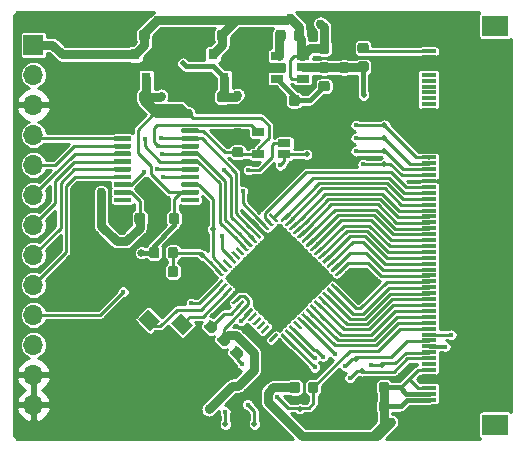
<source format=gbr>
%TF.GenerationSoftware,KiCad,Pcbnew,5.0.2+dfsg1-1*%
%TF.CreationDate,2020-08-11T00:40:15-07:00*%
%TF.ProjectId,driver-board-2L,64726976-6572-42d6-926f-6172642d324c,rev?*%
%TF.SameCoordinates,Original*%
%TF.FileFunction,Copper,L1,Top*%
%TF.FilePolarity,Positive*%
%FSLAX46Y46*%
G04 Gerber Fmt 4.6, Leading zero omitted, Abs format (unit mm)*
G04 Created by KiCad (PCBNEW 5.0.2+dfsg1-1) date Tue 11 Aug 2020 12:40:15 AM PDT*
%MOMM*%
%LPD*%
G01*
G04 APERTURE LIST*
%TA.AperFunction,Conductor*%
%ADD10C,0.100000*%
%TD*%
%TA.AperFunction,SMDPad,CuDef*%
%ADD11C,0.875000*%
%TD*%
%TA.AperFunction,SMDPad,CuDef*%
%ADD12C,0.400000*%
%TD*%
%TA.AperFunction,SMDPad,CuDef*%
%ADD13R,0.800000X0.900000*%
%TD*%
%TA.AperFunction,SMDPad,CuDef*%
%ADD14R,1.060000X0.650000*%
%TD*%
%TA.AperFunction,SMDPad,CuDef*%
%ADD15C,1.200000*%
%TD*%
%TA.AperFunction,BGAPad,CuDef*%
%ADD16C,0.500000*%
%TD*%
%TA.AperFunction,SMDPad,CuDef*%
%ADD17R,1.000000X1.000000*%
%TD*%
%TA.AperFunction,ComponentPad*%
%ADD18R,1.700000X1.700000*%
%TD*%
%TA.AperFunction,ComponentPad*%
%ADD19O,1.700000X1.700000*%
%TD*%
%TA.AperFunction,SMDPad,CuDef*%
%ADD20C,0.250000*%
%TD*%
%TA.AperFunction,SMDPad,CuDef*%
%ADD21C,5.600000*%
%TD*%
%TA.AperFunction,SMDPad,CuDef*%
%ADD22R,1.300000X0.300000*%
%TD*%
%TA.AperFunction,SMDPad,CuDef*%
%ADD23R,2.200000X1.800000*%
%TD*%
%TA.AperFunction,ViaPad*%
%ADD24C,0.750000*%
%TD*%
%TA.AperFunction,ViaPad*%
%ADD25C,0.450000*%
%TD*%
%TA.AperFunction,ViaPad*%
%ADD26C,0.650000*%
%TD*%
%TA.AperFunction,Conductor*%
%ADD27C,0.250000*%
%TD*%
%TA.AperFunction,Conductor*%
%ADD28C,0.400000*%
%TD*%
%TA.AperFunction,Conductor*%
%ADD29C,0.750000*%
%TD*%
%TA.AperFunction,Conductor*%
%ADD30C,0.450000*%
%TD*%
%TA.AperFunction,Conductor*%
%ADD31C,0.254000*%
%TD*%
G04 APERTURE END LIST*
D10*
%TO.N,+3V0*%
%TO.C,C1*%
G36*
X124352691Y-65326053D02*
X124373926Y-65329203D01*
X124394750Y-65334419D01*
X124414962Y-65341651D01*
X124434368Y-65350830D01*
X124452781Y-65361866D01*
X124470024Y-65374654D01*
X124485930Y-65389070D01*
X124500346Y-65404976D01*
X124513134Y-65422219D01*
X124524170Y-65440632D01*
X124533349Y-65460038D01*
X124540581Y-65480250D01*
X124545797Y-65501074D01*
X124548947Y-65522309D01*
X124550000Y-65543750D01*
X124550000Y-66056250D01*
X124548947Y-66077691D01*
X124545797Y-66098926D01*
X124540581Y-66119750D01*
X124533349Y-66139962D01*
X124524170Y-66159368D01*
X124513134Y-66177781D01*
X124500346Y-66195024D01*
X124485930Y-66210930D01*
X124470024Y-66225346D01*
X124452781Y-66238134D01*
X124434368Y-66249170D01*
X124414962Y-66258349D01*
X124394750Y-66265581D01*
X124373926Y-66270797D01*
X124352691Y-66273947D01*
X124331250Y-66275000D01*
X123893750Y-66275000D01*
X123872309Y-66273947D01*
X123851074Y-66270797D01*
X123830250Y-66265581D01*
X123810038Y-66258349D01*
X123790632Y-66249170D01*
X123772219Y-66238134D01*
X123754976Y-66225346D01*
X123739070Y-66210930D01*
X123724654Y-66195024D01*
X123711866Y-66177781D01*
X123700830Y-66159368D01*
X123691651Y-66139962D01*
X123684419Y-66119750D01*
X123679203Y-66098926D01*
X123676053Y-66077691D01*
X123675000Y-66056250D01*
X123675000Y-65543750D01*
X123676053Y-65522309D01*
X123679203Y-65501074D01*
X123684419Y-65480250D01*
X123691651Y-65460038D01*
X123700830Y-65440632D01*
X123711866Y-65422219D01*
X123724654Y-65404976D01*
X123739070Y-65389070D01*
X123754976Y-65374654D01*
X123772219Y-65361866D01*
X123790632Y-65350830D01*
X123810038Y-65341651D01*
X123830250Y-65334419D01*
X123851074Y-65329203D01*
X123872309Y-65326053D01*
X123893750Y-65325000D01*
X124331250Y-65325000D01*
X124352691Y-65326053D01*
X124352691Y-65326053D01*
G37*
D11*
%TD*%
%TO.P,C1,1*%
%TO.N,+3V0*%
X124112500Y-65800000D03*
D10*
%TO.N,GND*%
%TO.C,C1*%
G36*
X125927691Y-65326053D02*
X125948926Y-65329203D01*
X125969750Y-65334419D01*
X125989962Y-65341651D01*
X126009368Y-65350830D01*
X126027781Y-65361866D01*
X126045024Y-65374654D01*
X126060930Y-65389070D01*
X126075346Y-65404976D01*
X126088134Y-65422219D01*
X126099170Y-65440632D01*
X126108349Y-65460038D01*
X126115581Y-65480250D01*
X126120797Y-65501074D01*
X126123947Y-65522309D01*
X126125000Y-65543750D01*
X126125000Y-66056250D01*
X126123947Y-66077691D01*
X126120797Y-66098926D01*
X126115581Y-66119750D01*
X126108349Y-66139962D01*
X126099170Y-66159368D01*
X126088134Y-66177781D01*
X126075346Y-66195024D01*
X126060930Y-66210930D01*
X126045024Y-66225346D01*
X126027781Y-66238134D01*
X126009368Y-66249170D01*
X125989962Y-66258349D01*
X125969750Y-66265581D01*
X125948926Y-66270797D01*
X125927691Y-66273947D01*
X125906250Y-66275000D01*
X125468750Y-66275000D01*
X125447309Y-66273947D01*
X125426074Y-66270797D01*
X125405250Y-66265581D01*
X125385038Y-66258349D01*
X125365632Y-66249170D01*
X125347219Y-66238134D01*
X125329976Y-66225346D01*
X125314070Y-66210930D01*
X125299654Y-66195024D01*
X125286866Y-66177781D01*
X125275830Y-66159368D01*
X125266651Y-66139962D01*
X125259419Y-66119750D01*
X125254203Y-66098926D01*
X125251053Y-66077691D01*
X125250000Y-66056250D01*
X125250000Y-65543750D01*
X125251053Y-65522309D01*
X125254203Y-65501074D01*
X125259419Y-65480250D01*
X125266651Y-65460038D01*
X125275830Y-65440632D01*
X125286866Y-65422219D01*
X125299654Y-65404976D01*
X125314070Y-65389070D01*
X125329976Y-65374654D01*
X125347219Y-65361866D01*
X125365632Y-65350830D01*
X125385038Y-65341651D01*
X125405250Y-65334419D01*
X125426074Y-65329203D01*
X125447309Y-65326053D01*
X125468750Y-65325000D01*
X125906250Y-65325000D01*
X125927691Y-65326053D01*
X125927691Y-65326053D01*
G37*
D11*
%TD*%
%TO.P,C1,2*%
%TO.N,GND*%
X125687500Y-65800000D03*
D10*
%TO.N,VCC*%
%TO.C,C2*%
G36*
X121427691Y-65326053D02*
X121448926Y-65329203D01*
X121469750Y-65334419D01*
X121489962Y-65341651D01*
X121509368Y-65350830D01*
X121527781Y-65361866D01*
X121545024Y-65374654D01*
X121560930Y-65389070D01*
X121575346Y-65404976D01*
X121588134Y-65422219D01*
X121599170Y-65440632D01*
X121608349Y-65460038D01*
X121615581Y-65480250D01*
X121620797Y-65501074D01*
X121623947Y-65522309D01*
X121625000Y-65543750D01*
X121625000Y-66056250D01*
X121623947Y-66077691D01*
X121620797Y-66098926D01*
X121615581Y-66119750D01*
X121608349Y-66139962D01*
X121599170Y-66159368D01*
X121588134Y-66177781D01*
X121575346Y-66195024D01*
X121560930Y-66210930D01*
X121545024Y-66225346D01*
X121527781Y-66238134D01*
X121509368Y-66249170D01*
X121489962Y-66258349D01*
X121469750Y-66265581D01*
X121448926Y-66270797D01*
X121427691Y-66273947D01*
X121406250Y-66275000D01*
X120968750Y-66275000D01*
X120947309Y-66273947D01*
X120926074Y-66270797D01*
X120905250Y-66265581D01*
X120885038Y-66258349D01*
X120865632Y-66249170D01*
X120847219Y-66238134D01*
X120829976Y-66225346D01*
X120814070Y-66210930D01*
X120799654Y-66195024D01*
X120786866Y-66177781D01*
X120775830Y-66159368D01*
X120766651Y-66139962D01*
X120759419Y-66119750D01*
X120754203Y-66098926D01*
X120751053Y-66077691D01*
X120750000Y-66056250D01*
X120750000Y-65543750D01*
X120751053Y-65522309D01*
X120754203Y-65501074D01*
X120759419Y-65480250D01*
X120766651Y-65460038D01*
X120775830Y-65440632D01*
X120786866Y-65422219D01*
X120799654Y-65404976D01*
X120814070Y-65389070D01*
X120829976Y-65374654D01*
X120847219Y-65361866D01*
X120865632Y-65350830D01*
X120885038Y-65341651D01*
X120905250Y-65334419D01*
X120926074Y-65329203D01*
X120947309Y-65326053D01*
X120968750Y-65325000D01*
X121406250Y-65325000D01*
X121427691Y-65326053D01*
X121427691Y-65326053D01*
G37*
D11*
%TD*%
%TO.P,C2,1*%
%TO.N,VCC*%
X121187500Y-65800000D03*
D10*
%TO.N,GND*%
%TO.C,C2*%
G36*
X119852691Y-65326053D02*
X119873926Y-65329203D01*
X119894750Y-65334419D01*
X119914962Y-65341651D01*
X119934368Y-65350830D01*
X119952781Y-65361866D01*
X119970024Y-65374654D01*
X119985930Y-65389070D01*
X120000346Y-65404976D01*
X120013134Y-65422219D01*
X120024170Y-65440632D01*
X120033349Y-65460038D01*
X120040581Y-65480250D01*
X120045797Y-65501074D01*
X120048947Y-65522309D01*
X120050000Y-65543750D01*
X120050000Y-66056250D01*
X120048947Y-66077691D01*
X120045797Y-66098926D01*
X120040581Y-66119750D01*
X120033349Y-66139962D01*
X120024170Y-66159368D01*
X120013134Y-66177781D01*
X120000346Y-66195024D01*
X119985930Y-66210930D01*
X119970024Y-66225346D01*
X119952781Y-66238134D01*
X119934368Y-66249170D01*
X119914962Y-66258349D01*
X119894750Y-66265581D01*
X119873926Y-66270797D01*
X119852691Y-66273947D01*
X119831250Y-66275000D01*
X119393750Y-66275000D01*
X119372309Y-66273947D01*
X119351074Y-66270797D01*
X119330250Y-66265581D01*
X119310038Y-66258349D01*
X119290632Y-66249170D01*
X119272219Y-66238134D01*
X119254976Y-66225346D01*
X119239070Y-66210930D01*
X119224654Y-66195024D01*
X119211866Y-66177781D01*
X119200830Y-66159368D01*
X119191651Y-66139962D01*
X119184419Y-66119750D01*
X119179203Y-66098926D01*
X119176053Y-66077691D01*
X119175000Y-66056250D01*
X119175000Y-65543750D01*
X119176053Y-65522309D01*
X119179203Y-65501074D01*
X119184419Y-65480250D01*
X119191651Y-65460038D01*
X119200830Y-65440632D01*
X119211866Y-65422219D01*
X119224654Y-65404976D01*
X119239070Y-65389070D01*
X119254976Y-65374654D01*
X119272219Y-65361866D01*
X119290632Y-65350830D01*
X119310038Y-65341651D01*
X119330250Y-65334419D01*
X119351074Y-65329203D01*
X119372309Y-65326053D01*
X119393750Y-65325000D01*
X119831250Y-65325000D01*
X119852691Y-65326053D01*
X119852691Y-65326053D01*
G37*
D11*
%TD*%
%TO.P,C2,2*%
%TO.N,GND*%
X119612500Y-65800000D03*
D10*
%TO.N,GND*%
%TO.C,C3*%
G36*
X120252691Y-49826053D02*
X120273926Y-49829203D01*
X120294750Y-49834419D01*
X120314962Y-49841651D01*
X120334368Y-49850830D01*
X120352781Y-49861866D01*
X120370024Y-49874654D01*
X120385930Y-49889070D01*
X120400346Y-49904976D01*
X120413134Y-49922219D01*
X120424170Y-49940632D01*
X120433349Y-49960038D01*
X120440581Y-49980250D01*
X120445797Y-50001074D01*
X120448947Y-50022309D01*
X120450000Y-50043750D01*
X120450000Y-50556250D01*
X120448947Y-50577691D01*
X120445797Y-50598926D01*
X120440581Y-50619750D01*
X120433349Y-50639962D01*
X120424170Y-50659368D01*
X120413134Y-50677781D01*
X120400346Y-50695024D01*
X120385930Y-50710930D01*
X120370024Y-50725346D01*
X120352781Y-50738134D01*
X120334368Y-50749170D01*
X120314962Y-50758349D01*
X120294750Y-50765581D01*
X120273926Y-50770797D01*
X120252691Y-50773947D01*
X120231250Y-50775000D01*
X119793750Y-50775000D01*
X119772309Y-50773947D01*
X119751074Y-50770797D01*
X119730250Y-50765581D01*
X119710038Y-50758349D01*
X119690632Y-50749170D01*
X119672219Y-50738134D01*
X119654976Y-50725346D01*
X119639070Y-50710930D01*
X119624654Y-50695024D01*
X119611866Y-50677781D01*
X119600830Y-50659368D01*
X119591651Y-50639962D01*
X119584419Y-50619750D01*
X119579203Y-50598926D01*
X119576053Y-50577691D01*
X119575000Y-50556250D01*
X119575000Y-50043750D01*
X119576053Y-50022309D01*
X119579203Y-50001074D01*
X119584419Y-49980250D01*
X119591651Y-49960038D01*
X119600830Y-49940632D01*
X119611866Y-49922219D01*
X119624654Y-49904976D01*
X119639070Y-49889070D01*
X119654976Y-49874654D01*
X119672219Y-49861866D01*
X119690632Y-49850830D01*
X119710038Y-49841651D01*
X119730250Y-49834419D01*
X119751074Y-49829203D01*
X119772309Y-49826053D01*
X119793750Y-49825000D01*
X120231250Y-49825000D01*
X120252691Y-49826053D01*
X120252691Y-49826053D01*
G37*
D11*
%TD*%
%TO.P,C3,2*%
%TO.N,GND*%
X120012500Y-50300000D03*
D10*
%TO.N,+5V*%
%TO.C,C3*%
G36*
X121827691Y-49826053D02*
X121848926Y-49829203D01*
X121869750Y-49834419D01*
X121889962Y-49841651D01*
X121909368Y-49850830D01*
X121927781Y-49861866D01*
X121945024Y-49874654D01*
X121960930Y-49889070D01*
X121975346Y-49904976D01*
X121988134Y-49922219D01*
X121999170Y-49940632D01*
X122008349Y-49960038D01*
X122015581Y-49980250D01*
X122020797Y-50001074D01*
X122023947Y-50022309D01*
X122025000Y-50043750D01*
X122025000Y-50556250D01*
X122023947Y-50577691D01*
X122020797Y-50598926D01*
X122015581Y-50619750D01*
X122008349Y-50639962D01*
X121999170Y-50659368D01*
X121988134Y-50677781D01*
X121975346Y-50695024D01*
X121960930Y-50710930D01*
X121945024Y-50725346D01*
X121927781Y-50738134D01*
X121909368Y-50749170D01*
X121889962Y-50758349D01*
X121869750Y-50765581D01*
X121848926Y-50770797D01*
X121827691Y-50773947D01*
X121806250Y-50775000D01*
X121368750Y-50775000D01*
X121347309Y-50773947D01*
X121326074Y-50770797D01*
X121305250Y-50765581D01*
X121285038Y-50758349D01*
X121265632Y-50749170D01*
X121247219Y-50738134D01*
X121229976Y-50725346D01*
X121214070Y-50710930D01*
X121199654Y-50695024D01*
X121186866Y-50677781D01*
X121175830Y-50659368D01*
X121166651Y-50639962D01*
X121159419Y-50619750D01*
X121154203Y-50598926D01*
X121151053Y-50577691D01*
X121150000Y-50556250D01*
X121150000Y-50043750D01*
X121151053Y-50022309D01*
X121154203Y-50001074D01*
X121159419Y-49980250D01*
X121166651Y-49960038D01*
X121175830Y-49940632D01*
X121186866Y-49922219D01*
X121199654Y-49904976D01*
X121214070Y-49889070D01*
X121229976Y-49874654D01*
X121247219Y-49861866D01*
X121265632Y-49850830D01*
X121285038Y-49841651D01*
X121305250Y-49834419D01*
X121326074Y-49829203D01*
X121347309Y-49826053D01*
X121368750Y-49825000D01*
X121806250Y-49825000D01*
X121827691Y-49826053D01*
X121827691Y-49826053D01*
G37*
D11*
%TD*%
%TO.P,C3,1*%
%TO.N,+5V*%
X121587500Y-50300000D03*
D10*
%TO.N,+3V0*%
%TO.C,C4*%
G36*
X121827691Y-55026053D02*
X121848926Y-55029203D01*
X121869750Y-55034419D01*
X121889962Y-55041651D01*
X121909368Y-55050830D01*
X121927781Y-55061866D01*
X121945024Y-55074654D01*
X121960930Y-55089070D01*
X121975346Y-55104976D01*
X121988134Y-55122219D01*
X121999170Y-55140632D01*
X122008349Y-55160038D01*
X122015581Y-55180250D01*
X122020797Y-55201074D01*
X122023947Y-55222309D01*
X122025000Y-55243750D01*
X122025000Y-55756250D01*
X122023947Y-55777691D01*
X122020797Y-55798926D01*
X122015581Y-55819750D01*
X122008349Y-55839962D01*
X121999170Y-55859368D01*
X121988134Y-55877781D01*
X121975346Y-55895024D01*
X121960930Y-55910930D01*
X121945024Y-55925346D01*
X121927781Y-55938134D01*
X121909368Y-55949170D01*
X121889962Y-55958349D01*
X121869750Y-55965581D01*
X121848926Y-55970797D01*
X121827691Y-55973947D01*
X121806250Y-55975000D01*
X121368750Y-55975000D01*
X121347309Y-55973947D01*
X121326074Y-55970797D01*
X121305250Y-55965581D01*
X121285038Y-55958349D01*
X121265632Y-55949170D01*
X121247219Y-55938134D01*
X121229976Y-55925346D01*
X121214070Y-55910930D01*
X121199654Y-55895024D01*
X121186866Y-55877781D01*
X121175830Y-55859368D01*
X121166651Y-55839962D01*
X121159419Y-55819750D01*
X121154203Y-55798926D01*
X121151053Y-55777691D01*
X121150000Y-55756250D01*
X121150000Y-55243750D01*
X121151053Y-55222309D01*
X121154203Y-55201074D01*
X121159419Y-55180250D01*
X121166651Y-55160038D01*
X121175830Y-55140632D01*
X121186866Y-55122219D01*
X121199654Y-55104976D01*
X121214070Y-55089070D01*
X121229976Y-55074654D01*
X121247219Y-55061866D01*
X121265632Y-55050830D01*
X121285038Y-55041651D01*
X121305250Y-55034419D01*
X121326074Y-55029203D01*
X121347309Y-55026053D01*
X121368750Y-55025000D01*
X121806250Y-55025000D01*
X121827691Y-55026053D01*
X121827691Y-55026053D01*
G37*
D11*
%TD*%
%TO.P,C4,1*%
%TO.N,+3V0*%
X121587500Y-55500000D03*
D10*
%TO.N,GND*%
%TO.C,C4*%
G36*
X120252691Y-55026053D02*
X120273926Y-55029203D01*
X120294750Y-55034419D01*
X120314962Y-55041651D01*
X120334368Y-55050830D01*
X120352781Y-55061866D01*
X120370024Y-55074654D01*
X120385930Y-55089070D01*
X120400346Y-55104976D01*
X120413134Y-55122219D01*
X120424170Y-55140632D01*
X120433349Y-55160038D01*
X120440581Y-55180250D01*
X120445797Y-55201074D01*
X120448947Y-55222309D01*
X120450000Y-55243750D01*
X120450000Y-55756250D01*
X120448947Y-55777691D01*
X120445797Y-55798926D01*
X120440581Y-55819750D01*
X120433349Y-55839962D01*
X120424170Y-55859368D01*
X120413134Y-55877781D01*
X120400346Y-55895024D01*
X120385930Y-55910930D01*
X120370024Y-55925346D01*
X120352781Y-55938134D01*
X120334368Y-55949170D01*
X120314962Y-55958349D01*
X120294750Y-55965581D01*
X120273926Y-55970797D01*
X120252691Y-55973947D01*
X120231250Y-55975000D01*
X119793750Y-55975000D01*
X119772309Y-55973947D01*
X119751074Y-55970797D01*
X119730250Y-55965581D01*
X119710038Y-55958349D01*
X119690632Y-55949170D01*
X119672219Y-55938134D01*
X119654976Y-55925346D01*
X119639070Y-55910930D01*
X119624654Y-55895024D01*
X119611866Y-55877781D01*
X119600830Y-55859368D01*
X119591651Y-55839962D01*
X119584419Y-55819750D01*
X119579203Y-55798926D01*
X119576053Y-55777691D01*
X119575000Y-55756250D01*
X119575000Y-55243750D01*
X119576053Y-55222309D01*
X119579203Y-55201074D01*
X119584419Y-55180250D01*
X119591651Y-55160038D01*
X119600830Y-55140632D01*
X119611866Y-55122219D01*
X119624654Y-55104976D01*
X119639070Y-55089070D01*
X119654976Y-55074654D01*
X119672219Y-55061866D01*
X119690632Y-55050830D01*
X119710038Y-55041651D01*
X119730250Y-55034419D01*
X119751074Y-55029203D01*
X119772309Y-55026053D01*
X119793750Y-55025000D01*
X120231250Y-55025000D01*
X120252691Y-55026053D01*
X120252691Y-55026053D01*
G37*
D11*
%TD*%
%TO.P,C4,2*%
%TO.N,GND*%
X120012500Y-55500000D03*
D10*
%TO.N,GND*%
%TO.C,C5*%
G36*
X126852691Y-49826053D02*
X126873926Y-49829203D01*
X126894750Y-49834419D01*
X126914962Y-49841651D01*
X126934368Y-49850830D01*
X126952781Y-49861866D01*
X126970024Y-49874654D01*
X126985930Y-49889070D01*
X127000346Y-49904976D01*
X127013134Y-49922219D01*
X127024170Y-49940632D01*
X127033349Y-49960038D01*
X127040581Y-49980250D01*
X127045797Y-50001074D01*
X127048947Y-50022309D01*
X127050000Y-50043750D01*
X127050000Y-50556250D01*
X127048947Y-50577691D01*
X127045797Y-50598926D01*
X127040581Y-50619750D01*
X127033349Y-50639962D01*
X127024170Y-50659368D01*
X127013134Y-50677781D01*
X127000346Y-50695024D01*
X126985930Y-50710930D01*
X126970024Y-50725346D01*
X126952781Y-50738134D01*
X126934368Y-50749170D01*
X126914962Y-50758349D01*
X126894750Y-50765581D01*
X126873926Y-50770797D01*
X126852691Y-50773947D01*
X126831250Y-50775000D01*
X126393750Y-50775000D01*
X126372309Y-50773947D01*
X126351074Y-50770797D01*
X126330250Y-50765581D01*
X126310038Y-50758349D01*
X126290632Y-50749170D01*
X126272219Y-50738134D01*
X126254976Y-50725346D01*
X126239070Y-50710930D01*
X126224654Y-50695024D01*
X126211866Y-50677781D01*
X126200830Y-50659368D01*
X126191651Y-50639962D01*
X126184419Y-50619750D01*
X126179203Y-50598926D01*
X126176053Y-50577691D01*
X126175000Y-50556250D01*
X126175000Y-50043750D01*
X126176053Y-50022309D01*
X126179203Y-50001074D01*
X126184419Y-49980250D01*
X126191651Y-49960038D01*
X126200830Y-49940632D01*
X126211866Y-49922219D01*
X126224654Y-49904976D01*
X126239070Y-49889070D01*
X126254976Y-49874654D01*
X126272219Y-49861866D01*
X126290632Y-49850830D01*
X126310038Y-49841651D01*
X126330250Y-49834419D01*
X126351074Y-49829203D01*
X126372309Y-49826053D01*
X126393750Y-49825000D01*
X126831250Y-49825000D01*
X126852691Y-49826053D01*
X126852691Y-49826053D01*
G37*
D11*
%TD*%
%TO.P,C5,2*%
%TO.N,GND*%
X126612500Y-50300000D03*
D10*
%TO.N,+5V*%
%TO.C,C5*%
G36*
X128427691Y-49826053D02*
X128448926Y-49829203D01*
X128469750Y-49834419D01*
X128489962Y-49841651D01*
X128509368Y-49850830D01*
X128527781Y-49861866D01*
X128545024Y-49874654D01*
X128560930Y-49889070D01*
X128575346Y-49904976D01*
X128588134Y-49922219D01*
X128599170Y-49940632D01*
X128608349Y-49960038D01*
X128615581Y-49980250D01*
X128620797Y-50001074D01*
X128623947Y-50022309D01*
X128625000Y-50043750D01*
X128625000Y-50556250D01*
X128623947Y-50577691D01*
X128620797Y-50598926D01*
X128615581Y-50619750D01*
X128608349Y-50639962D01*
X128599170Y-50659368D01*
X128588134Y-50677781D01*
X128575346Y-50695024D01*
X128560930Y-50710930D01*
X128545024Y-50725346D01*
X128527781Y-50738134D01*
X128509368Y-50749170D01*
X128489962Y-50758349D01*
X128469750Y-50765581D01*
X128448926Y-50770797D01*
X128427691Y-50773947D01*
X128406250Y-50775000D01*
X127968750Y-50775000D01*
X127947309Y-50773947D01*
X127926074Y-50770797D01*
X127905250Y-50765581D01*
X127885038Y-50758349D01*
X127865632Y-50749170D01*
X127847219Y-50738134D01*
X127829976Y-50725346D01*
X127814070Y-50710930D01*
X127799654Y-50695024D01*
X127786866Y-50677781D01*
X127775830Y-50659368D01*
X127766651Y-50639962D01*
X127759419Y-50619750D01*
X127754203Y-50598926D01*
X127751053Y-50577691D01*
X127750000Y-50556250D01*
X127750000Y-50043750D01*
X127751053Y-50022309D01*
X127754203Y-50001074D01*
X127759419Y-49980250D01*
X127766651Y-49960038D01*
X127775830Y-49940632D01*
X127786866Y-49922219D01*
X127799654Y-49904976D01*
X127814070Y-49889070D01*
X127829976Y-49874654D01*
X127847219Y-49861866D01*
X127865632Y-49850830D01*
X127885038Y-49841651D01*
X127905250Y-49834419D01*
X127926074Y-49829203D01*
X127947309Y-49826053D01*
X127968750Y-49825000D01*
X128406250Y-49825000D01*
X128427691Y-49826053D01*
X128427691Y-49826053D01*
G37*
D11*
%TD*%
%TO.P,C5,1*%
%TO.N,+5V*%
X128187500Y-50300000D03*
D10*
%TO.N,+3V3*%
%TO.C,C6*%
G36*
X128427691Y-55026053D02*
X128448926Y-55029203D01*
X128469750Y-55034419D01*
X128489962Y-55041651D01*
X128509368Y-55050830D01*
X128527781Y-55061866D01*
X128545024Y-55074654D01*
X128560930Y-55089070D01*
X128575346Y-55104976D01*
X128588134Y-55122219D01*
X128599170Y-55140632D01*
X128608349Y-55160038D01*
X128615581Y-55180250D01*
X128620797Y-55201074D01*
X128623947Y-55222309D01*
X128625000Y-55243750D01*
X128625000Y-55756250D01*
X128623947Y-55777691D01*
X128620797Y-55798926D01*
X128615581Y-55819750D01*
X128608349Y-55839962D01*
X128599170Y-55859368D01*
X128588134Y-55877781D01*
X128575346Y-55895024D01*
X128560930Y-55910930D01*
X128545024Y-55925346D01*
X128527781Y-55938134D01*
X128509368Y-55949170D01*
X128489962Y-55958349D01*
X128469750Y-55965581D01*
X128448926Y-55970797D01*
X128427691Y-55973947D01*
X128406250Y-55975000D01*
X127968750Y-55975000D01*
X127947309Y-55973947D01*
X127926074Y-55970797D01*
X127905250Y-55965581D01*
X127885038Y-55958349D01*
X127865632Y-55949170D01*
X127847219Y-55938134D01*
X127829976Y-55925346D01*
X127814070Y-55910930D01*
X127799654Y-55895024D01*
X127786866Y-55877781D01*
X127775830Y-55859368D01*
X127766651Y-55839962D01*
X127759419Y-55819750D01*
X127754203Y-55798926D01*
X127751053Y-55777691D01*
X127750000Y-55756250D01*
X127750000Y-55243750D01*
X127751053Y-55222309D01*
X127754203Y-55201074D01*
X127759419Y-55180250D01*
X127766651Y-55160038D01*
X127775830Y-55140632D01*
X127786866Y-55122219D01*
X127799654Y-55104976D01*
X127814070Y-55089070D01*
X127829976Y-55074654D01*
X127847219Y-55061866D01*
X127865632Y-55050830D01*
X127885038Y-55041651D01*
X127905250Y-55034419D01*
X127926074Y-55029203D01*
X127947309Y-55026053D01*
X127968750Y-55025000D01*
X128406250Y-55025000D01*
X128427691Y-55026053D01*
X128427691Y-55026053D01*
G37*
D11*
%TD*%
%TO.P,C6,1*%
%TO.N,+3V3*%
X128187500Y-55500000D03*
D10*
%TO.N,GND*%
%TO.C,C6*%
G36*
X126852691Y-55026053D02*
X126873926Y-55029203D01*
X126894750Y-55034419D01*
X126914962Y-55041651D01*
X126934368Y-55050830D01*
X126952781Y-55061866D01*
X126970024Y-55074654D01*
X126985930Y-55089070D01*
X127000346Y-55104976D01*
X127013134Y-55122219D01*
X127024170Y-55140632D01*
X127033349Y-55160038D01*
X127040581Y-55180250D01*
X127045797Y-55201074D01*
X127048947Y-55222309D01*
X127050000Y-55243750D01*
X127050000Y-55756250D01*
X127048947Y-55777691D01*
X127045797Y-55798926D01*
X127040581Y-55819750D01*
X127033349Y-55839962D01*
X127024170Y-55859368D01*
X127013134Y-55877781D01*
X127000346Y-55895024D01*
X126985930Y-55910930D01*
X126970024Y-55925346D01*
X126952781Y-55938134D01*
X126934368Y-55949170D01*
X126914962Y-55958349D01*
X126894750Y-55965581D01*
X126873926Y-55970797D01*
X126852691Y-55973947D01*
X126831250Y-55975000D01*
X126393750Y-55975000D01*
X126372309Y-55973947D01*
X126351074Y-55970797D01*
X126330250Y-55965581D01*
X126310038Y-55958349D01*
X126290632Y-55949170D01*
X126272219Y-55938134D01*
X126254976Y-55925346D01*
X126239070Y-55910930D01*
X126224654Y-55895024D01*
X126211866Y-55877781D01*
X126200830Y-55859368D01*
X126191651Y-55839962D01*
X126184419Y-55819750D01*
X126179203Y-55798926D01*
X126176053Y-55777691D01*
X126175000Y-55756250D01*
X126175000Y-55243750D01*
X126176053Y-55222309D01*
X126179203Y-55201074D01*
X126184419Y-55180250D01*
X126191651Y-55160038D01*
X126200830Y-55140632D01*
X126211866Y-55122219D01*
X126224654Y-55104976D01*
X126239070Y-55089070D01*
X126254976Y-55074654D01*
X126272219Y-55061866D01*
X126290632Y-55050830D01*
X126310038Y-55041651D01*
X126330250Y-55034419D01*
X126351074Y-55029203D01*
X126372309Y-55026053D01*
X126393750Y-55025000D01*
X126831250Y-55025000D01*
X126852691Y-55026053D01*
X126852691Y-55026053D01*
G37*
D11*
%TD*%
%TO.P,C6,2*%
%TO.N,GND*%
X126612500Y-55500000D03*
D10*
%TO.N,GND*%
%TO.C,C7*%
G36*
X138627691Y-50926053D02*
X138648926Y-50929203D01*
X138669750Y-50934419D01*
X138689962Y-50941651D01*
X138709368Y-50950830D01*
X138727781Y-50961866D01*
X138745024Y-50974654D01*
X138760930Y-50989070D01*
X138775346Y-51004976D01*
X138788134Y-51022219D01*
X138799170Y-51040632D01*
X138808349Y-51060038D01*
X138815581Y-51080250D01*
X138820797Y-51101074D01*
X138823947Y-51122309D01*
X138825000Y-51143750D01*
X138825000Y-51656250D01*
X138823947Y-51677691D01*
X138820797Y-51698926D01*
X138815581Y-51719750D01*
X138808349Y-51739962D01*
X138799170Y-51759368D01*
X138788134Y-51777781D01*
X138775346Y-51795024D01*
X138760930Y-51810930D01*
X138745024Y-51825346D01*
X138727781Y-51838134D01*
X138709368Y-51849170D01*
X138689962Y-51858349D01*
X138669750Y-51865581D01*
X138648926Y-51870797D01*
X138627691Y-51873947D01*
X138606250Y-51875000D01*
X138168750Y-51875000D01*
X138147309Y-51873947D01*
X138126074Y-51870797D01*
X138105250Y-51865581D01*
X138085038Y-51858349D01*
X138065632Y-51849170D01*
X138047219Y-51838134D01*
X138029976Y-51825346D01*
X138014070Y-51810930D01*
X137999654Y-51795024D01*
X137986866Y-51777781D01*
X137975830Y-51759368D01*
X137966651Y-51739962D01*
X137959419Y-51719750D01*
X137954203Y-51698926D01*
X137951053Y-51677691D01*
X137950000Y-51656250D01*
X137950000Y-51143750D01*
X137951053Y-51122309D01*
X137954203Y-51101074D01*
X137959419Y-51080250D01*
X137966651Y-51060038D01*
X137975830Y-51040632D01*
X137986866Y-51022219D01*
X137999654Y-51004976D01*
X138014070Y-50989070D01*
X138029976Y-50974654D01*
X138047219Y-50961866D01*
X138065632Y-50950830D01*
X138085038Y-50941651D01*
X138105250Y-50934419D01*
X138126074Y-50929203D01*
X138147309Y-50926053D01*
X138168750Y-50925000D01*
X138606250Y-50925000D01*
X138627691Y-50926053D01*
X138627691Y-50926053D01*
G37*
D11*
%TD*%
%TO.P,C7,2*%
%TO.N,GND*%
X138387500Y-51400000D03*
D10*
%TO.N,+5V*%
%TO.C,C7*%
G36*
X137052691Y-50926053D02*
X137073926Y-50929203D01*
X137094750Y-50934419D01*
X137114962Y-50941651D01*
X137134368Y-50950830D01*
X137152781Y-50961866D01*
X137170024Y-50974654D01*
X137185930Y-50989070D01*
X137200346Y-51004976D01*
X137213134Y-51022219D01*
X137224170Y-51040632D01*
X137233349Y-51060038D01*
X137240581Y-51080250D01*
X137245797Y-51101074D01*
X137248947Y-51122309D01*
X137250000Y-51143750D01*
X137250000Y-51656250D01*
X137248947Y-51677691D01*
X137245797Y-51698926D01*
X137240581Y-51719750D01*
X137233349Y-51739962D01*
X137224170Y-51759368D01*
X137213134Y-51777781D01*
X137200346Y-51795024D01*
X137185930Y-51810930D01*
X137170024Y-51825346D01*
X137152781Y-51838134D01*
X137134368Y-51849170D01*
X137114962Y-51858349D01*
X137094750Y-51865581D01*
X137073926Y-51870797D01*
X137052691Y-51873947D01*
X137031250Y-51875000D01*
X136593750Y-51875000D01*
X136572309Y-51873947D01*
X136551074Y-51870797D01*
X136530250Y-51865581D01*
X136510038Y-51858349D01*
X136490632Y-51849170D01*
X136472219Y-51838134D01*
X136454976Y-51825346D01*
X136439070Y-51810930D01*
X136424654Y-51795024D01*
X136411866Y-51777781D01*
X136400830Y-51759368D01*
X136391651Y-51739962D01*
X136384419Y-51719750D01*
X136379203Y-51698926D01*
X136376053Y-51677691D01*
X136375000Y-51656250D01*
X136375000Y-51143750D01*
X136376053Y-51122309D01*
X136379203Y-51101074D01*
X136384419Y-51080250D01*
X136391651Y-51060038D01*
X136400830Y-51040632D01*
X136411866Y-51022219D01*
X136424654Y-51004976D01*
X136439070Y-50989070D01*
X136454976Y-50974654D01*
X136472219Y-50961866D01*
X136490632Y-50950830D01*
X136510038Y-50941651D01*
X136530250Y-50934419D01*
X136551074Y-50929203D01*
X136572309Y-50926053D01*
X136593750Y-50925000D01*
X137031250Y-50925000D01*
X137052691Y-50926053D01*
X137052691Y-50926053D01*
G37*
D11*
%TD*%
%TO.P,C7,1*%
%TO.N,+5V*%
X136812500Y-51400000D03*
D10*
%TO.N,GND*%
%TO.C,C8*%
G36*
X138777691Y-54151053D02*
X138798926Y-54154203D01*
X138819750Y-54159419D01*
X138839962Y-54166651D01*
X138859368Y-54175830D01*
X138877781Y-54186866D01*
X138895024Y-54199654D01*
X138910930Y-54214070D01*
X138925346Y-54229976D01*
X138938134Y-54247219D01*
X138949170Y-54265632D01*
X138958349Y-54285038D01*
X138965581Y-54305250D01*
X138970797Y-54326074D01*
X138973947Y-54347309D01*
X138975000Y-54368750D01*
X138975000Y-54806250D01*
X138973947Y-54827691D01*
X138970797Y-54848926D01*
X138965581Y-54869750D01*
X138958349Y-54889962D01*
X138949170Y-54909368D01*
X138938134Y-54927781D01*
X138925346Y-54945024D01*
X138910930Y-54960930D01*
X138895024Y-54975346D01*
X138877781Y-54988134D01*
X138859368Y-54999170D01*
X138839962Y-55008349D01*
X138819750Y-55015581D01*
X138798926Y-55020797D01*
X138777691Y-55023947D01*
X138756250Y-55025000D01*
X138243750Y-55025000D01*
X138222309Y-55023947D01*
X138201074Y-55020797D01*
X138180250Y-55015581D01*
X138160038Y-55008349D01*
X138140632Y-54999170D01*
X138122219Y-54988134D01*
X138104976Y-54975346D01*
X138089070Y-54960930D01*
X138074654Y-54945024D01*
X138061866Y-54927781D01*
X138050830Y-54909368D01*
X138041651Y-54889962D01*
X138034419Y-54869750D01*
X138029203Y-54848926D01*
X138026053Y-54827691D01*
X138025000Y-54806250D01*
X138025000Y-54368750D01*
X138026053Y-54347309D01*
X138029203Y-54326074D01*
X138034419Y-54305250D01*
X138041651Y-54285038D01*
X138050830Y-54265632D01*
X138061866Y-54247219D01*
X138074654Y-54229976D01*
X138089070Y-54214070D01*
X138104976Y-54199654D01*
X138122219Y-54186866D01*
X138140632Y-54175830D01*
X138160038Y-54166651D01*
X138180250Y-54159419D01*
X138201074Y-54154203D01*
X138222309Y-54151053D01*
X138243750Y-54150000D01*
X138756250Y-54150000D01*
X138777691Y-54151053D01*
X138777691Y-54151053D01*
G37*
D11*
%TD*%
%TO.P,C8,2*%
%TO.N,GND*%
X138500000Y-54587500D03*
D10*
%TO.N,+12V*%
%TO.C,C8*%
G36*
X138777691Y-52576053D02*
X138798926Y-52579203D01*
X138819750Y-52584419D01*
X138839962Y-52591651D01*
X138859368Y-52600830D01*
X138877781Y-52611866D01*
X138895024Y-52624654D01*
X138910930Y-52639070D01*
X138925346Y-52654976D01*
X138938134Y-52672219D01*
X138949170Y-52690632D01*
X138958349Y-52710038D01*
X138965581Y-52730250D01*
X138970797Y-52751074D01*
X138973947Y-52772309D01*
X138975000Y-52793750D01*
X138975000Y-53231250D01*
X138973947Y-53252691D01*
X138970797Y-53273926D01*
X138965581Y-53294750D01*
X138958349Y-53314962D01*
X138949170Y-53334368D01*
X138938134Y-53352781D01*
X138925346Y-53370024D01*
X138910930Y-53385930D01*
X138895024Y-53400346D01*
X138877781Y-53413134D01*
X138859368Y-53424170D01*
X138839962Y-53433349D01*
X138819750Y-53440581D01*
X138798926Y-53445797D01*
X138777691Y-53448947D01*
X138756250Y-53450000D01*
X138243750Y-53450000D01*
X138222309Y-53448947D01*
X138201074Y-53445797D01*
X138180250Y-53440581D01*
X138160038Y-53433349D01*
X138140632Y-53424170D01*
X138122219Y-53413134D01*
X138104976Y-53400346D01*
X138089070Y-53385930D01*
X138074654Y-53370024D01*
X138061866Y-53352781D01*
X138050830Y-53334368D01*
X138041651Y-53314962D01*
X138034419Y-53294750D01*
X138029203Y-53273926D01*
X138026053Y-53252691D01*
X138025000Y-53231250D01*
X138025000Y-52793750D01*
X138026053Y-52772309D01*
X138029203Y-52751074D01*
X138034419Y-52730250D01*
X138041651Y-52710038D01*
X138050830Y-52690632D01*
X138061866Y-52672219D01*
X138074654Y-52654976D01*
X138089070Y-52639070D01*
X138104976Y-52624654D01*
X138122219Y-52611866D01*
X138140632Y-52600830D01*
X138160038Y-52591651D01*
X138180250Y-52584419D01*
X138201074Y-52579203D01*
X138222309Y-52576053D01*
X138243750Y-52575000D01*
X138756250Y-52575000D01*
X138777691Y-52576053D01*
X138777691Y-52576053D01*
G37*
D11*
%TD*%
%TO.P,C8,1*%
%TO.N,+12V*%
X138500000Y-53012500D03*
D10*
%TO.N,+3V0*%
%TO.C,C9*%
G36*
X129777691Y-59751053D02*
X129798926Y-59754203D01*
X129819750Y-59759419D01*
X129839962Y-59766651D01*
X129859368Y-59775830D01*
X129877781Y-59786866D01*
X129895024Y-59799654D01*
X129910930Y-59814070D01*
X129925346Y-59829976D01*
X129938134Y-59847219D01*
X129949170Y-59865632D01*
X129958349Y-59885038D01*
X129965581Y-59905250D01*
X129970797Y-59926074D01*
X129973947Y-59947309D01*
X129975000Y-59968750D01*
X129975000Y-60406250D01*
X129973947Y-60427691D01*
X129970797Y-60448926D01*
X129965581Y-60469750D01*
X129958349Y-60489962D01*
X129949170Y-60509368D01*
X129938134Y-60527781D01*
X129925346Y-60545024D01*
X129910930Y-60560930D01*
X129895024Y-60575346D01*
X129877781Y-60588134D01*
X129859368Y-60599170D01*
X129839962Y-60608349D01*
X129819750Y-60615581D01*
X129798926Y-60620797D01*
X129777691Y-60623947D01*
X129756250Y-60625000D01*
X129243750Y-60625000D01*
X129222309Y-60623947D01*
X129201074Y-60620797D01*
X129180250Y-60615581D01*
X129160038Y-60608349D01*
X129140632Y-60599170D01*
X129122219Y-60588134D01*
X129104976Y-60575346D01*
X129089070Y-60560930D01*
X129074654Y-60545024D01*
X129061866Y-60527781D01*
X129050830Y-60509368D01*
X129041651Y-60489962D01*
X129034419Y-60469750D01*
X129029203Y-60448926D01*
X129026053Y-60427691D01*
X129025000Y-60406250D01*
X129025000Y-59968750D01*
X129026053Y-59947309D01*
X129029203Y-59926074D01*
X129034419Y-59905250D01*
X129041651Y-59885038D01*
X129050830Y-59865632D01*
X129061866Y-59847219D01*
X129074654Y-59829976D01*
X129089070Y-59814070D01*
X129104976Y-59799654D01*
X129122219Y-59786866D01*
X129140632Y-59775830D01*
X129160038Y-59766651D01*
X129180250Y-59759419D01*
X129201074Y-59754203D01*
X129222309Y-59751053D01*
X129243750Y-59750000D01*
X129756250Y-59750000D01*
X129777691Y-59751053D01*
X129777691Y-59751053D01*
G37*
D11*
%TD*%
%TO.P,C9,1*%
%TO.N,+3V0*%
X129500000Y-60187500D03*
D10*
%TO.N,GND*%
%TO.C,C9*%
G36*
X129777691Y-58176053D02*
X129798926Y-58179203D01*
X129819750Y-58184419D01*
X129839962Y-58191651D01*
X129859368Y-58200830D01*
X129877781Y-58211866D01*
X129895024Y-58224654D01*
X129910930Y-58239070D01*
X129925346Y-58254976D01*
X129938134Y-58272219D01*
X129949170Y-58290632D01*
X129958349Y-58310038D01*
X129965581Y-58330250D01*
X129970797Y-58351074D01*
X129973947Y-58372309D01*
X129975000Y-58393750D01*
X129975000Y-58831250D01*
X129973947Y-58852691D01*
X129970797Y-58873926D01*
X129965581Y-58894750D01*
X129958349Y-58914962D01*
X129949170Y-58934368D01*
X129938134Y-58952781D01*
X129925346Y-58970024D01*
X129910930Y-58985930D01*
X129895024Y-59000346D01*
X129877781Y-59013134D01*
X129859368Y-59024170D01*
X129839962Y-59033349D01*
X129819750Y-59040581D01*
X129798926Y-59045797D01*
X129777691Y-59048947D01*
X129756250Y-59050000D01*
X129243750Y-59050000D01*
X129222309Y-59048947D01*
X129201074Y-59045797D01*
X129180250Y-59040581D01*
X129160038Y-59033349D01*
X129140632Y-59024170D01*
X129122219Y-59013134D01*
X129104976Y-59000346D01*
X129089070Y-58985930D01*
X129074654Y-58970024D01*
X129061866Y-58952781D01*
X129050830Y-58934368D01*
X129041651Y-58914962D01*
X129034419Y-58894750D01*
X129029203Y-58873926D01*
X129026053Y-58852691D01*
X129025000Y-58831250D01*
X129025000Y-58393750D01*
X129026053Y-58372309D01*
X129029203Y-58351074D01*
X129034419Y-58330250D01*
X129041651Y-58310038D01*
X129050830Y-58290632D01*
X129061866Y-58272219D01*
X129074654Y-58254976D01*
X129089070Y-58239070D01*
X129104976Y-58224654D01*
X129122219Y-58211866D01*
X129140632Y-58200830D01*
X129160038Y-58191651D01*
X129180250Y-58184419D01*
X129201074Y-58179203D01*
X129222309Y-58176053D01*
X129243750Y-58175000D01*
X129756250Y-58175000D01*
X129777691Y-58176053D01*
X129777691Y-58176053D01*
G37*
D11*
%TD*%
%TO.P,C9,2*%
%TO.N,GND*%
X129500000Y-58612500D03*
D10*
%TO.N,GND*%
%TO.C,C10*%
G36*
X122652691Y-69826053D02*
X122673926Y-69829203D01*
X122694750Y-69834419D01*
X122714962Y-69841651D01*
X122734368Y-69850830D01*
X122752781Y-69861866D01*
X122770024Y-69874654D01*
X122785930Y-69889070D01*
X122800346Y-69904976D01*
X122813134Y-69922219D01*
X122824170Y-69940632D01*
X122833349Y-69960038D01*
X122840581Y-69980250D01*
X122845797Y-70001074D01*
X122848947Y-70022309D01*
X122850000Y-70043750D01*
X122850000Y-70556250D01*
X122848947Y-70577691D01*
X122845797Y-70598926D01*
X122840581Y-70619750D01*
X122833349Y-70639962D01*
X122824170Y-70659368D01*
X122813134Y-70677781D01*
X122800346Y-70695024D01*
X122785930Y-70710930D01*
X122770024Y-70725346D01*
X122752781Y-70738134D01*
X122734368Y-70749170D01*
X122714962Y-70758349D01*
X122694750Y-70765581D01*
X122673926Y-70770797D01*
X122652691Y-70773947D01*
X122631250Y-70775000D01*
X122193750Y-70775000D01*
X122172309Y-70773947D01*
X122151074Y-70770797D01*
X122130250Y-70765581D01*
X122110038Y-70758349D01*
X122090632Y-70749170D01*
X122072219Y-70738134D01*
X122054976Y-70725346D01*
X122039070Y-70710930D01*
X122024654Y-70695024D01*
X122011866Y-70677781D01*
X122000830Y-70659368D01*
X121991651Y-70639962D01*
X121984419Y-70619750D01*
X121979203Y-70598926D01*
X121976053Y-70577691D01*
X121975000Y-70556250D01*
X121975000Y-70043750D01*
X121976053Y-70022309D01*
X121979203Y-70001074D01*
X121984419Y-69980250D01*
X121991651Y-69960038D01*
X122000830Y-69940632D01*
X122011866Y-69922219D01*
X122024654Y-69904976D01*
X122039070Y-69889070D01*
X122054976Y-69874654D01*
X122072219Y-69861866D01*
X122090632Y-69850830D01*
X122110038Y-69841651D01*
X122130250Y-69834419D01*
X122151074Y-69829203D01*
X122172309Y-69826053D01*
X122193750Y-69825000D01*
X122631250Y-69825000D01*
X122652691Y-69826053D01*
X122652691Y-69826053D01*
G37*
D11*
%TD*%
%TO.P,C10,2*%
%TO.N,GND*%
X122412500Y-70300000D03*
D10*
%TO.N,FTRES*%
%TO.C,C10*%
G36*
X124227691Y-69826053D02*
X124248926Y-69829203D01*
X124269750Y-69834419D01*
X124289962Y-69841651D01*
X124309368Y-69850830D01*
X124327781Y-69861866D01*
X124345024Y-69874654D01*
X124360930Y-69889070D01*
X124375346Y-69904976D01*
X124388134Y-69922219D01*
X124399170Y-69940632D01*
X124408349Y-69960038D01*
X124415581Y-69980250D01*
X124420797Y-70001074D01*
X124423947Y-70022309D01*
X124425000Y-70043750D01*
X124425000Y-70556250D01*
X124423947Y-70577691D01*
X124420797Y-70598926D01*
X124415581Y-70619750D01*
X124408349Y-70639962D01*
X124399170Y-70659368D01*
X124388134Y-70677781D01*
X124375346Y-70695024D01*
X124360930Y-70710930D01*
X124345024Y-70725346D01*
X124327781Y-70738134D01*
X124309368Y-70749170D01*
X124289962Y-70758349D01*
X124269750Y-70765581D01*
X124248926Y-70770797D01*
X124227691Y-70773947D01*
X124206250Y-70775000D01*
X123768750Y-70775000D01*
X123747309Y-70773947D01*
X123726074Y-70770797D01*
X123705250Y-70765581D01*
X123685038Y-70758349D01*
X123665632Y-70749170D01*
X123647219Y-70738134D01*
X123629976Y-70725346D01*
X123614070Y-70710930D01*
X123599654Y-70695024D01*
X123586866Y-70677781D01*
X123575830Y-70659368D01*
X123566651Y-70639962D01*
X123559419Y-70619750D01*
X123554203Y-70598926D01*
X123551053Y-70577691D01*
X123550000Y-70556250D01*
X123550000Y-70043750D01*
X123551053Y-70022309D01*
X123554203Y-70001074D01*
X123559419Y-69980250D01*
X123566651Y-69960038D01*
X123575830Y-69940632D01*
X123586866Y-69922219D01*
X123599654Y-69904976D01*
X123614070Y-69889070D01*
X123629976Y-69874654D01*
X123647219Y-69861866D01*
X123665632Y-69850830D01*
X123685038Y-69841651D01*
X123705250Y-69834419D01*
X123726074Y-69829203D01*
X123747309Y-69826053D01*
X123768750Y-69825000D01*
X124206250Y-69825000D01*
X124227691Y-69826053D01*
X124227691Y-69826053D01*
G37*
D11*
%TD*%
%TO.P,C10,1*%
%TO.N,FTRES*%
X123987500Y-70300000D03*
D10*
%TO.N,Net-(C11-Pad1)*%
%TO.C,C11*%
G36*
X127201771Y-74414580D02*
X127223006Y-74417730D01*
X127243830Y-74422946D01*
X127264042Y-74430178D01*
X127283448Y-74439357D01*
X127301861Y-74450393D01*
X127319104Y-74463181D01*
X127335010Y-74477597D01*
X127697403Y-74839990D01*
X127711819Y-74855896D01*
X127724607Y-74873139D01*
X127735643Y-74891552D01*
X127744822Y-74910958D01*
X127752054Y-74931170D01*
X127757270Y-74951994D01*
X127760420Y-74973229D01*
X127761473Y-74994670D01*
X127760420Y-75016111D01*
X127757270Y-75037346D01*
X127752054Y-75058170D01*
X127744822Y-75078382D01*
X127735643Y-75097788D01*
X127724607Y-75116201D01*
X127711819Y-75133444D01*
X127697403Y-75149350D01*
X127388044Y-75458709D01*
X127372138Y-75473125D01*
X127354895Y-75485913D01*
X127336482Y-75496949D01*
X127317076Y-75506128D01*
X127296864Y-75513360D01*
X127276040Y-75518576D01*
X127254805Y-75521726D01*
X127233364Y-75522779D01*
X127211923Y-75521726D01*
X127190688Y-75518576D01*
X127169864Y-75513360D01*
X127149652Y-75506128D01*
X127130246Y-75496949D01*
X127111833Y-75485913D01*
X127094590Y-75473125D01*
X127078684Y-75458709D01*
X126716291Y-75096316D01*
X126701875Y-75080410D01*
X126689087Y-75063167D01*
X126678051Y-75044754D01*
X126668872Y-75025348D01*
X126661640Y-75005136D01*
X126656424Y-74984312D01*
X126653274Y-74963077D01*
X126652221Y-74941636D01*
X126653274Y-74920195D01*
X126656424Y-74898960D01*
X126661640Y-74878136D01*
X126668872Y-74857924D01*
X126678051Y-74838518D01*
X126689087Y-74820105D01*
X126701875Y-74802862D01*
X126716291Y-74786956D01*
X127025650Y-74477597D01*
X127041556Y-74463181D01*
X127058799Y-74450393D01*
X127077212Y-74439357D01*
X127096618Y-74430178D01*
X127116830Y-74422946D01*
X127137654Y-74417730D01*
X127158889Y-74414580D01*
X127180330Y-74413527D01*
X127201771Y-74414580D01*
X127201771Y-74414580D01*
G37*
D11*
%TD*%
%TO.P,C11,1*%
%TO.N,Net-(C11-Pad1)*%
X127206847Y-74968153D03*
D10*
%TO.N,GND*%
%TO.C,C11*%
G36*
X126088077Y-75528274D02*
X126109312Y-75531424D01*
X126130136Y-75536640D01*
X126150348Y-75543872D01*
X126169754Y-75553051D01*
X126188167Y-75564087D01*
X126205410Y-75576875D01*
X126221316Y-75591291D01*
X126583709Y-75953684D01*
X126598125Y-75969590D01*
X126610913Y-75986833D01*
X126621949Y-76005246D01*
X126631128Y-76024652D01*
X126638360Y-76044864D01*
X126643576Y-76065688D01*
X126646726Y-76086923D01*
X126647779Y-76108364D01*
X126646726Y-76129805D01*
X126643576Y-76151040D01*
X126638360Y-76171864D01*
X126631128Y-76192076D01*
X126621949Y-76211482D01*
X126610913Y-76229895D01*
X126598125Y-76247138D01*
X126583709Y-76263044D01*
X126274350Y-76572403D01*
X126258444Y-76586819D01*
X126241201Y-76599607D01*
X126222788Y-76610643D01*
X126203382Y-76619822D01*
X126183170Y-76627054D01*
X126162346Y-76632270D01*
X126141111Y-76635420D01*
X126119670Y-76636473D01*
X126098229Y-76635420D01*
X126076994Y-76632270D01*
X126056170Y-76627054D01*
X126035958Y-76619822D01*
X126016552Y-76610643D01*
X125998139Y-76599607D01*
X125980896Y-76586819D01*
X125964990Y-76572403D01*
X125602597Y-76210010D01*
X125588181Y-76194104D01*
X125575393Y-76176861D01*
X125564357Y-76158448D01*
X125555178Y-76139042D01*
X125547946Y-76118830D01*
X125542730Y-76098006D01*
X125539580Y-76076771D01*
X125538527Y-76055330D01*
X125539580Y-76033889D01*
X125542730Y-76012654D01*
X125547946Y-75991830D01*
X125555178Y-75971618D01*
X125564357Y-75952212D01*
X125575393Y-75933799D01*
X125588181Y-75916556D01*
X125602597Y-75900650D01*
X125911956Y-75591291D01*
X125927862Y-75576875D01*
X125945105Y-75564087D01*
X125963518Y-75553051D01*
X125982924Y-75543872D01*
X126003136Y-75536640D01*
X126023960Y-75531424D01*
X126045195Y-75528274D01*
X126066636Y-75527221D01*
X126088077Y-75528274D01*
X126088077Y-75528274D01*
G37*
D11*
%TD*%
%TO.P,C11,2*%
%TO.N,GND*%
X126093153Y-76081847D03*
D10*
%TO.N,+3V3*%
%TO.C,C12*%
G36*
X128301771Y-75514580D02*
X128323006Y-75517730D01*
X128343830Y-75522946D01*
X128364042Y-75530178D01*
X128383448Y-75539357D01*
X128401861Y-75550393D01*
X128419104Y-75563181D01*
X128435010Y-75577597D01*
X128797403Y-75939990D01*
X128811819Y-75955896D01*
X128824607Y-75973139D01*
X128835643Y-75991552D01*
X128844822Y-76010958D01*
X128852054Y-76031170D01*
X128857270Y-76051994D01*
X128860420Y-76073229D01*
X128861473Y-76094670D01*
X128860420Y-76116111D01*
X128857270Y-76137346D01*
X128852054Y-76158170D01*
X128844822Y-76178382D01*
X128835643Y-76197788D01*
X128824607Y-76216201D01*
X128811819Y-76233444D01*
X128797403Y-76249350D01*
X128488044Y-76558709D01*
X128472138Y-76573125D01*
X128454895Y-76585913D01*
X128436482Y-76596949D01*
X128417076Y-76606128D01*
X128396864Y-76613360D01*
X128376040Y-76618576D01*
X128354805Y-76621726D01*
X128333364Y-76622779D01*
X128311923Y-76621726D01*
X128290688Y-76618576D01*
X128269864Y-76613360D01*
X128249652Y-76606128D01*
X128230246Y-76596949D01*
X128211833Y-76585913D01*
X128194590Y-76573125D01*
X128178684Y-76558709D01*
X127816291Y-76196316D01*
X127801875Y-76180410D01*
X127789087Y-76163167D01*
X127778051Y-76144754D01*
X127768872Y-76125348D01*
X127761640Y-76105136D01*
X127756424Y-76084312D01*
X127753274Y-76063077D01*
X127752221Y-76041636D01*
X127753274Y-76020195D01*
X127756424Y-75998960D01*
X127761640Y-75978136D01*
X127768872Y-75957924D01*
X127778051Y-75938518D01*
X127789087Y-75920105D01*
X127801875Y-75902862D01*
X127816291Y-75886956D01*
X128125650Y-75577597D01*
X128141556Y-75563181D01*
X128158799Y-75550393D01*
X128177212Y-75539357D01*
X128196618Y-75530178D01*
X128216830Y-75522946D01*
X128237654Y-75517730D01*
X128258889Y-75514580D01*
X128280330Y-75513527D01*
X128301771Y-75514580D01*
X128301771Y-75514580D01*
G37*
D11*
%TD*%
%TO.P,C12,1*%
%TO.N,+3V3*%
X128306847Y-76068153D03*
D10*
%TO.N,GND*%
%TO.C,C12*%
G36*
X127188077Y-76628274D02*
X127209312Y-76631424D01*
X127230136Y-76636640D01*
X127250348Y-76643872D01*
X127269754Y-76653051D01*
X127288167Y-76664087D01*
X127305410Y-76676875D01*
X127321316Y-76691291D01*
X127683709Y-77053684D01*
X127698125Y-77069590D01*
X127710913Y-77086833D01*
X127721949Y-77105246D01*
X127731128Y-77124652D01*
X127738360Y-77144864D01*
X127743576Y-77165688D01*
X127746726Y-77186923D01*
X127747779Y-77208364D01*
X127746726Y-77229805D01*
X127743576Y-77251040D01*
X127738360Y-77271864D01*
X127731128Y-77292076D01*
X127721949Y-77311482D01*
X127710913Y-77329895D01*
X127698125Y-77347138D01*
X127683709Y-77363044D01*
X127374350Y-77672403D01*
X127358444Y-77686819D01*
X127341201Y-77699607D01*
X127322788Y-77710643D01*
X127303382Y-77719822D01*
X127283170Y-77727054D01*
X127262346Y-77732270D01*
X127241111Y-77735420D01*
X127219670Y-77736473D01*
X127198229Y-77735420D01*
X127176994Y-77732270D01*
X127156170Y-77727054D01*
X127135958Y-77719822D01*
X127116552Y-77710643D01*
X127098139Y-77699607D01*
X127080896Y-77686819D01*
X127064990Y-77672403D01*
X126702597Y-77310010D01*
X126688181Y-77294104D01*
X126675393Y-77276861D01*
X126664357Y-77258448D01*
X126655178Y-77239042D01*
X126647946Y-77218830D01*
X126642730Y-77198006D01*
X126639580Y-77176771D01*
X126638527Y-77155330D01*
X126639580Y-77133889D01*
X126642730Y-77112654D01*
X126647946Y-77091830D01*
X126655178Y-77071618D01*
X126664357Y-77052212D01*
X126675393Y-77033799D01*
X126688181Y-77016556D01*
X126702597Y-77000650D01*
X127011956Y-76691291D01*
X127027862Y-76676875D01*
X127045105Y-76664087D01*
X127063518Y-76653051D01*
X127082924Y-76643872D01*
X127103136Y-76636640D01*
X127123960Y-76631424D01*
X127145195Y-76628274D01*
X127166636Y-76627221D01*
X127188077Y-76628274D01*
X127188077Y-76628274D01*
G37*
D11*
%TD*%
%TO.P,C12,2*%
%TO.N,GND*%
X127193153Y-77181847D03*
D10*
%TO.N,GND*%
%TO.C,C13*%
G36*
X128288077Y-77728274D02*
X128309312Y-77731424D01*
X128330136Y-77736640D01*
X128350348Y-77743872D01*
X128369754Y-77753051D01*
X128388167Y-77764087D01*
X128405410Y-77776875D01*
X128421316Y-77791291D01*
X128783709Y-78153684D01*
X128798125Y-78169590D01*
X128810913Y-78186833D01*
X128821949Y-78205246D01*
X128831128Y-78224652D01*
X128838360Y-78244864D01*
X128843576Y-78265688D01*
X128846726Y-78286923D01*
X128847779Y-78308364D01*
X128846726Y-78329805D01*
X128843576Y-78351040D01*
X128838360Y-78371864D01*
X128831128Y-78392076D01*
X128821949Y-78411482D01*
X128810913Y-78429895D01*
X128798125Y-78447138D01*
X128783709Y-78463044D01*
X128474350Y-78772403D01*
X128458444Y-78786819D01*
X128441201Y-78799607D01*
X128422788Y-78810643D01*
X128403382Y-78819822D01*
X128383170Y-78827054D01*
X128362346Y-78832270D01*
X128341111Y-78835420D01*
X128319670Y-78836473D01*
X128298229Y-78835420D01*
X128276994Y-78832270D01*
X128256170Y-78827054D01*
X128235958Y-78819822D01*
X128216552Y-78810643D01*
X128198139Y-78799607D01*
X128180896Y-78786819D01*
X128164990Y-78772403D01*
X127802597Y-78410010D01*
X127788181Y-78394104D01*
X127775393Y-78376861D01*
X127764357Y-78358448D01*
X127755178Y-78339042D01*
X127747946Y-78318830D01*
X127742730Y-78298006D01*
X127739580Y-78276771D01*
X127738527Y-78255330D01*
X127739580Y-78233889D01*
X127742730Y-78212654D01*
X127747946Y-78191830D01*
X127755178Y-78171618D01*
X127764357Y-78152212D01*
X127775393Y-78133799D01*
X127788181Y-78116556D01*
X127802597Y-78100650D01*
X128111956Y-77791291D01*
X128127862Y-77776875D01*
X128145105Y-77764087D01*
X128163518Y-77753051D01*
X128182924Y-77743872D01*
X128203136Y-77736640D01*
X128223960Y-77731424D01*
X128245195Y-77728274D01*
X128266636Y-77727221D01*
X128288077Y-77728274D01*
X128288077Y-77728274D01*
G37*
D11*
%TD*%
%TO.P,C13,2*%
%TO.N,GND*%
X128293153Y-78281847D03*
D10*
%TO.N,+3V0*%
%TO.C,C13*%
G36*
X129401771Y-76614580D02*
X129423006Y-76617730D01*
X129443830Y-76622946D01*
X129464042Y-76630178D01*
X129483448Y-76639357D01*
X129501861Y-76650393D01*
X129519104Y-76663181D01*
X129535010Y-76677597D01*
X129897403Y-77039990D01*
X129911819Y-77055896D01*
X129924607Y-77073139D01*
X129935643Y-77091552D01*
X129944822Y-77110958D01*
X129952054Y-77131170D01*
X129957270Y-77151994D01*
X129960420Y-77173229D01*
X129961473Y-77194670D01*
X129960420Y-77216111D01*
X129957270Y-77237346D01*
X129952054Y-77258170D01*
X129944822Y-77278382D01*
X129935643Y-77297788D01*
X129924607Y-77316201D01*
X129911819Y-77333444D01*
X129897403Y-77349350D01*
X129588044Y-77658709D01*
X129572138Y-77673125D01*
X129554895Y-77685913D01*
X129536482Y-77696949D01*
X129517076Y-77706128D01*
X129496864Y-77713360D01*
X129476040Y-77718576D01*
X129454805Y-77721726D01*
X129433364Y-77722779D01*
X129411923Y-77721726D01*
X129390688Y-77718576D01*
X129369864Y-77713360D01*
X129349652Y-77706128D01*
X129330246Y-77696949D01*
X129311833Y-77685913D01*
X129294590Y-77673125D01*
X129278684Y-77658709D01*
X128916291Y-77296316D01*
X128901875Y-77280410D01*
X128889087Y-77263167D01*
X128878051Y-77244754D01*
X128868872Y-77225348D01*
X128861640Y-77205136D01*
X128856424Y-77184312D01*
X128853274Y-77163077D01*
X128852221Y-77141636D01*
X128853274Y-77120195D01*
X128856424Y-77098960D01*
X128861640Y-77078136D01*
X128868872Y-77057924D01*
X128878051Y-77038518D01*
X128889087Y-77020105D01*
X128901875Y-77002862D01*
X128916291Y-76986956D01*
X129225650Y-76677597D01*
X129241556Y-76663181D01*
X129258799Y-76650393D01*
X129277212Y-76639357D01*
X129296618Y-76630178D01*
X129316830Y-76622946D01*
X129337654Y-76617730D01*
X129358889Y-76614580D01*
X129380330Y-76613527D01*
X129401771Y-76614580D01*
X129401771Y-76614580D01*
G37*
D11*
%TD*%
%TO.P,C13,1*%
%TO.N,+3V0*%
X129406847Y-77168153D03*
D10*
%TO.N,+3V0*%
%TO.C,C14*%
G36*
X142127691Y-79626053D02*
X142148926Y-79629203D01*
X142169750Y-79634419D01*
X142189962Y-79641651D01*
X142209368Y-79650830D01*
X142227781Y-79661866D01*
X142245024Y-79674654D01*
X142260930Y-79689070D01*
X142275346Y-79704976D01*
X142288134Y-79722219D01*
X142299170Y-79740632D01*
X142308349Y-79760038D01*
X142315581Y-79780250D01*
X142320797Y-79801074D01*
X142323947Y-79822309D01*
X142325000Y-79843750D01*
X142325000Y-80356250D01*
X142323947Y-80377691D01*
X142320797Y-80398926D01*
X142315581Y-80419750D01*
X142308349Y-80439962D01*
X142299170Y-80459368D01*
X142288134Y-80477781D01*
X142275346Y-80495024D01*
X142260930Y-80510930D01*
X142245024Y-80525346D01*
X142227781Y-80538134D01*
X142209368Y-80549170D01*
X142189962Y-80558349D01*
X142169750Y-80565581D01*
X142148926Y-80570797D01*
X142127691Y-80573947D01*
X142106250Y-80575000D01*
X141668750Y-80575000D01*
X141647309Y-80573947D01*
X141626074Y-80570797D01*
X141605250Y-80565581D01*
X141585038Y-80558349D01*
X141565632Y-80549170D01*
X141547219Y-80538134D01*
X141529976Y-80525346D01*
X141514070Y-80510930D01*
X141499654Y-80495024D01*
X141486866Y-80477781D01*
X141475830Y-80459368D01*
X141466651Y-80439962D01*
X141459419Y-80419750D01*
X141454203Y-80398926D01*
X141451053Y-80377691D01*
X141450000Y-80356250D01*
X141450000Y-79843750D01*
X141451053Y-79822309D01*
X141454203Y-79801074D01*
X141459419Y-79780250D01*
X141466651Y-79760038D01*
X141475830Y-79740632D01*
X141486866Y-79722219D01*
X141499654Y-79704976D01*
X141514070Y-79689070D01*
X141529976Y-79674654D01*
X141547219Y-79661866D01*
X141565632Y-79650830D01*
X141585038Y-79641651D01*
X141605250Y-79634419D01*
X141626074Y-79629203D01*
X141647309Y-79626053D01*
X141668750Y-79625000D01*
X142106250Y-79625000D01*
X142127691Y-79626053D01*
X142127691Y-79626053D01*
G37*
D11*
%TD*%
%TO.P,C14,1*%
%TO.N,+3V0*%
X141887500Y-80100000D03*
D10*
%TO.N,GND*%
%TO.C,C14*%
G36*
X140552691Y-79626053D02*
X140573926Y-79629203D01*
X140594750Y-79634419D01*
X140614962Y-79641651D01*
X140634368Y-79650830D01*
X140652781Y-79661866D01*
X140670024Y-79674654D01*
X140685930Y-79689070D01*
X140700346Y-79704976D01*
X140713134Y-79722219D01*
X140724170Y-79740632D01*
X140733349Y-79760038D01*
X140740581Y-79780250D01*
X140745797Y-79801074D01*
X140748947Y-79822309D01*
X140750000Y-79843750D01*
X140750000Y-80356250D01*
X140748947Y-80377691D01*
X140745797Y-80398926D01*
X140740581Y-80419750D01*
X140733349Y-80439962D01*
X140724170Y-80459368D01*
X140713134Y-80477781D01*
X140700346Y-80495024D01*
X140685930Y-80510930D01*
X140670024Y-80525346D01*
X140652781Y-80538134D01*
X140634368Y-80549170D01*
X140614962Y-80558349D01*
X140594750Y-80565581D01*
X140573926Y-80570797D01*
X140552691Y-80573947D01*
X140531250Y-80575000D01*
X140093750Y-80575000D01*
X140072309Y-80573947D01*
X140051074Y-80570797D01*
X140030250Y-80565581D01*
X140010038Y-80558349D01*
X139990632Y-80549170D01*
X139972219Y-80538134D01*
X139954976Y-80525346D01*
X139939070Y-80510930D01*
X139924654Y-80495024D01*
X139911866Y-80477781D01*
X139900830Y-80459368D01*
X139891651Y-80439962D01*
X139884419Y-80419750D01*
X139879203Y-80398926D01*
X139876053Y-80377691D01*
X139875000Y-80356250D01*
X139875000Y-79843750D01*
X139876053Y-79822309D01*
X139879203Y-79801074D01*
X139884419Y-79780250D01*
X139891651Y-79760038D01*
X139900830Y-79740632D01*
X139911866Y-79722219D01*
X139924654Y-79704976D01*
X139939070Y-79689070D01*
X139954976Y-79674654D01*
X139972219Y-79661866D01*
X139990632Y-79650830D01*
X140010038Y-79641651D01*
X140030250Y-79634419D01*
X140051074Y-79629203D01*
X140072309Y-79626053D01*
X140093750Y-79625000D01*
X140531250Y-79625000D01*
X140552691Y-79626053D01*
X140552691Y-79626053D01*
G37*
D11*
%TD*%
%TO.P,C14,2*%
%TO.N,GND*%
X140312500Y-80100000D03*
D10*
%TO.N,GND*%
%TO.C,C15*%
G36*
X140552691Y-81226053D02*
X140573926Y-81229203D01*
X140594750Y-81234419D01*
X140614962Y-81241651D01*
X140634368Y-81250830D01*
X140652781Y-81261866D01*
X140670024Y-81274654D01*
X140685930Y-81289070D01*
X140700346Y-81304976D01*
X140713134Y-81322219D01*
X140724170Y-81340632D01*
X140733349Y-81360038D01*
X140740581Y-81380250D01*
X140745797Y-81401074D01*
X140748947Y-81422309D01*
X140750000Y-81443750D01*
X140750000Y-81956250D01*
X140748947Y-81977691D01*
X140745797Y-81998926D01*
X140740581Y-82019750D01*
X140733349Y-82039962D01*
X140724170Y-82059368D01*
X140713134Y-82077781D01*
X140700346Y-82095024D01*
X140685930Y-82110930D01*
X140670024Y-82125346D01*
X140652781Y-82138134D01*
X140634368Y-82149170D01*
X140614962Y-82158349D01*
X140594750Y-82165581D01*
X140573926Y-82170797D01*
X140552691Y-82173947D01*
X140531250Y-82175000D01*
X140093750Y-82175000D01*
X140072309Y-82173947D01*
X140051074Y-82170797D01*
X140030250Y-82165581D01*
X140010038Y-82158349D01*
X139990632Y-82149170D01*
X139972219Y-82138134D01*
X139954976Y-82125346D01*
X139939070Y-82110930D01*
X139924654Y-82095024D01*
X139911866Y-82077781D01*
X139900830Y-82059368D01*
X139891651Y-82039962D01*
X139884419Y-82019750D01*
X139879203Y-81998926D01*
X139876053Y-81977691D01*
X139875000Y-81956250D01*
X139875000Y-81443750D01*
X139876053Y-81422309D01*
X139879203Y-81401074D01*
X139884419Y-81380250D01*
X139891651Y-81360038D01*
X139900830Y-81340632D01*
X139911866Y-81322219D01*
X139924654Y-81304976D01*
X139939070Y-81289070D01*
X139954976Y-81274654D01*
X139972219Y-81261866D01*
X139990632Y-81250830D01*
X140010038Y-81241651D01*
X140030250Y-81234419D01*
X140051074Y-81229203D01*
X140072309Y-81226053D01*
X140093750Y-81225000D01*
X140531250Y-81225000D01*
X140552691Y-81226053D01*
X140552691Y-81226053D01*
G37*
D11*
%TD*%
%TO.P,C15,2*%
%TO.N,GND*%
X140312500Y-81700000D03*
D10*
%TO.N,+3V0*%
%TO.C,C15*%
G36*
X142127691Y-81226053D02*
X142148926Y-81229203D01*
X142169750Y-81234419D01*
X142189962Y-81241651D01*
X142209368Y-81250830D01*
X142227781Y-81261866D01*
X142245024Y-81274654D01*
X142260930Y-81289070D01*
X142275346Y-81304976D01*
X142288134Y-81322219D01*
X142299170Y-81340632D01*
X142308349Y-81360038D01*
X142315581Y-81380250D01*
X142320797Y-81401074D01*
X142323947Y-81422309D01*
X142325000Y-81443750D01*
X142325000Y-81956250D01*
X142323947Y-81977691D01*
X142320797Y-81998926D01*
X142315581Y-82019750D01*
X142308349Y-82039962D01*
X142299170Y-82059368D01*
X142288134Y-82077781D01*
X142275346Y-82095024D01*
X142260930Y-82110930D01*
X142245024Y-82125346D01*
X142227781Y-82138134D01*
X142209368Y-82149170D01*
X142189962Y-82158349D01*
X142169750Y-82165581D01*
X142148926Y-82170797D01*
X142127691Y-82173947D01*
X142106250Y-82175000D01*
X141668750Y-82175000D01*
X141647309Y-82173947D01*
X141626074Y-82170797D01*
X141605250Y-82165581D01*
X141585038Y-82158349D01*
X141565632Y-82149170D01*
X141547219Y-82138134D01*
X141529976Y-82125346D01*
X141514070Y-82110930D01*
X141499654Y-82095024D01*
X141486866Y-82077781D01*
X141475830Y-82059368D01*
X141466651Y-82039962D01*
X141459419Y-82019750D01*
X141454203Y-81998926D01*
X141451053Y-81977691D01*
X141450000Y-81956250D01*
X141450000Y-81443750D01*
X141451053Y-81422309D01*
X141454203Y-81401074D01*
X141459419Y-81380250D01*
X141466651Y-81360038D01*
X141475830Y-81340632D01*
X141486866Y-81322219D01*
X141499654Y-81304976D01*
X141514070Y-81289070D01*
X141529976Y-81274654D01*
X141547219Y-81261866D01*
X141565632Y-81250830D01*
X141585038Y-81241651D01*
X141605250Y-81234419D01*
X141626074Y-81229203D01*
X141647309Y-81226053D01*
X141668750Y-81225000D01*
X142106250Y-81225000D01*
X142127691Y-81226053D01*
X142127691Y-81226053D01*
G37*
D11*
%TD*%
%TO.P,C15,1*%
%TO.N,+3V0*%
X141887500Y-81700000D03*
D10*
%TO.N,+5V*%
%TO.C,L1*%
G36*
X134927691Y-49826053D02*
X134948926Y-49829203D01*
X134969750Y-49834419D01*
X134989962Y-49841651D01*
X135009368Y-49850830D01*
X135027781Y-49861866D01*
X135045024Y-49874654D01*
X135060930Y-49889070D01*
X135075346Y-49904976D01*
X135088134Y-49922219D01*
X135099170Y-49940632D01*
X135108349Y-49960038D01*
X135115581Y-49980250D01*
X135120797Y-50001074D01*
X135123947Y-50022309D01*
X135125000Y-50043750D01*
X135125000Y-50556250D01*
X135123947Y-50577691D01*
X135120797Y-50598926D01*
X135115581Y-50619750D01*
X135108349Y-50639962D01*
X135099170Y-50659368D01*
X135088134Y-50677781D01*
X135075346Y-50695024D01*
X135060930Y-50710930D01*
X135045024Y-50725346D01*
X135027781Y-50738134D01*
X135009368Y-50749170D01*
X134989962Y-50758349D01*
X134969750Y-50765581D01*
X134948926Y-50770797D01*
X134927691Y-50773947D01*
X134906250Y-50775000D01*
X134468750Y-50775000D01*
X134447309Y-50773947D01*
X134426074Y-50770797D01*
X134405250Y-50765581D01*
X134385038Y-50758349D01*
X134365632Y-50749170D01*
X134347219Y-50738134D01*
X134329976Y-50725346D01*
X134314070Y-50710930D01*
X134299654Y-50695024D01*
X134286866Y-50677781D01*
X134275830Y-50659368D01*
X134266651Y-50639962D01*
X134259419Y-50619750D01*
X134254203Y-50598926D01*
X134251053Y-50577691D01*
X134250000Y-50556250D01*
X134250000Y-50043750D01*
X134251053Y-50022309D01*
X134254203Y-50001074D01*
X134259419Y-49980250D01*
X134266651Y-49960038D01*
X134275830Y-49940632D01*
X134286866Y-49922219D01*
X134299654Y-49904976D01*
X134314070Y-49889070D01*
X134329976Y-49874654D01*
X134347219Y-49861866D01*
X134365632Y-49850830D01*
X134385038Y-49841651D01*
X134405250Y-49834419D01*
X134426074Y-49829203D01*
X134447309Y-49826053D01*
X134468750Y-49825000D01*
X134906250Y-49825000D01*
X134927691Y-49826053D01*
X134927691Y-49826053D01*
G37*
D11*
%TD*%
%TO.P,L1,1*%
%TO.N,+5V*%
X134687500Y-50300000D03*
D10*
%TO.N,Net-(L1-Pad2)*%
%TO.C,L1*%
G36*
X133352691Y-49826053D02*
X133373926Y-49829203D01*
X133394750Y-49834419D01*
X133414962Y-49841651D01*
X133434368Y-49850830D01*
X133452781Y-49861866D01*
X133470024Y-49874654D01*
X133485930Y-49889070D01*
X133500346Y-49904976D01*
X133513134Y-49922219D01*
X133524170Y-49940632D01*
X133533349Y-49960038D01*
X133540581Y-49980250D01*
X133545797Y-50001074D01*
X133548947Y-50022309D01*
X133550000Y-50043750D01*
X133550000Y-50556250D01*
X133548947Y-50577691D01*
X133545797Y-50598926D01*
X133540581Y-50619750D01*
X133533349Y-50639962D01*
X133524170Y-50659368D01*
X133513134Y-50677781D01*
X133500346Y-50695024D01*
X133485930Y-50710930D01*
X133470024Y-50725346D01*
X133452781Y-50738134D01*
X133434368Y-50749170D01*
X133414962Y-50758349D01*
X133394750Y-50765581D01*
X133373926Y-50770797D01*
X133352691Y-50773947D01*
X133331250Y-50775000D01*
X132893750Y-50775000D01*
X132872309Y-50773947D01*
X132851074Y-50770797D01*
X132830250Y-50765581D01*
X132810038Y-50758349D01*
X132790632Y-50749170D01*
X132772219Y-50738134D01*
X132754976Y-50725346D01*
X132739070Y-50710930D01*
X132724654Y-50695024D01*
X132711866Y-50677781D01*
X132700830Y-50659368D01*
X132691651Y-50639962D01*
X132684419Y-50619750D01*
X132679203Y-50598926D01*
X132676053Y-50577691D01*
X132675000Y-50556250D01*
X132675000Y-50043750D01*
X132676053Y-50022309D01*
X132679203Y-50001074D01*
X132684419Y-49980250D01*
X132691651Y-49960038D01*
X132700830Y-49940632D01*
X132711866Y-49922219D01*
X132724654Y-49904976D01*
X132739070Y-49889070D01*
X132754976Y-49874654D01*
X132772219Y-49861866D01*
X132790632Y-49850830D01*
X132810038Y-49841651D01*
X132830250Y-49834419D01*
X132851074Y-49829203D01*
X132872309Y-49826053D01*
X132893750Y-49825000D01*
X133331250Y-49825000D01*
X133352691Y-49826053D01*
X133352691Y-49826053D01*
G37*
D11*
%TD*%
%TO.P,L1,2*%
%TO.N,Net-(L1-Pad2)*%
X133112500Y-50300000D03*
D10*
%TO.N,Net-(R1-Pad2)*%
%TO.C,R1*%
G36*
X137077691Y-54151053D02*
X137098926Y-54154203D01*
X137119750Y-54159419D01*
X137139962Y-54166651D01*
X137159368Y-54175830D01*
X137177781Y-54186866D01*
X137195024Y-54199654D01*
X137210930Y-54214070D01*
X137225346Y-54229976D01*
X137238134Y-54247219D01*
X137249170Y-54265632D01*
X137258349Y-54285038D01*
X137265581Y-54305250D01*
X137270797Y-54326074D01*
X137273947Y-54347309D01*
X137275000Y-54368750D01*
X137275000Y-54806250D01*
X137273947Y-54827691D01*
X137270797Y-54848926D01*
X137265581Y-54869750D01*
X137258349Y-54889962D01*
X137249170Y-54909368D01*
X137238134Y-54927781D01*
X137225346Y-54945024D01*
X137210930Y-54960930D01*
X137195024Y-54975346D01*
X137177781Y-54988134D01*
X137159368Y-54999170D01*
X137139962Y-55008349D01*
X137119750Y-55015581D01*
X137098926Y-55020797D01*
X137077691Y-55023947D01*
X137056250Y-55025000D01*
X136543750Y-55025000D01*
X136522309Y-55023947D01*
X136501074Y-55020797D01*
X136480250Y-55015581D01*
X136460038Y-55008349D01*
X136440632Y-54999170D01*
X136422219Y-54988134D01*
X136404976Y-54975346D01*
X136389070Y-54960930D01*
X136374654Y-54945024D01*
X136361866Y-54927781D01*
X136350830Y-54909368D01*
X136341651Y-54889962D01*
X136334419Y-54869750D01*
X136329203Y-54848926D01*
X136326053Y-54827691D01*
X136325000Y-54806250D01*
X136325000Y-54368750D01*
X136326053Y-54347309D01*
X136329203Y-54326074D01*
X136334419Y-54305250D01*
X136341651Y-54285038D01*
X136350830Y-54265632D01*
X136361866Y-54247219D01*
X136374654Y-54229976D01*
X136389070Y-54214070D01*
X136404976Y-54199654D01*
X136422219Y-54186866D01*
X136440632Y-54175830D01*
X136460038Y-54166651D01*
X136480250Y-54159419D01*
X136501074Y-54154203D01*
X136522309Y-54151053D01*
X136543750Y-54150000D01*
X137056250Y-54150000D01*
X137077691Y-54151053D01*
X137077691Y-54151053D01*
G37*
D11*
%TD*%
%TO.P,R1,2*%
%TO.N,Net-(R1-Pad2)*%
X136800000Y-54587500D03*
D10*
%TO.N,+12V*%
%TO.C,R1*%
G36*
X137077691Y-52576053D02*
X137098926Y-52579203D01*
X137119750Y-52584419D01*
X137139962Y-52591651D01*
X137159368Y-52600830D01*
X137177781Y-52611866D01*
X137195024Y-52624654D01*
X137210930Y-52639070D01*
X137225346Y-52654976D01*
X137238134Y-52672219D01*
X137249170Y-52690632D01*
X137258349Y-52710038D01*
X137265581Y-52730250D01*
X137270797Y-52751074D01*
X137273947Y-52772309D01*
X137275000Y-52793750D01*
X137275000Y-53231250D01*
X137273947Y-53252691D01*
X137270797Y-53273926D01*
X137265581Y-53294750D01*
X137258349Y-53314962D01*
X137249170Y-53334368D01*
X137238134Y-53352781D01*
X137225346Y-53370024D01*
X137210930Y-53385930D01*
X137195024Y-53400346D01*
X137177781Y-53413134D01*
X137159368Y-53424170D01*
X137139962Y-53433349D01*
X137119750Y-53440581D01*
X137098926Y-53445797D01*
X137077691Y-53448947D01*
X137056250Y-53450000D01*
X136543750Y-53450000D01*
X136522309Y-53448947D01*
X136501074Y-53445797D01*
X136480250Y-53440581D01*
X136460038Y-53433349D01*
X136440632Y-53424170D01*
X136422219Y-53413134D01*
X136404976Y-53400346D01*
X136389070Y-53385930D01*
X136374654Y-53370024D01*
X136361866Y-53352781D01*
X136350830Y-53334368D01*
X136341651Y-53314962D01*
X136334419Y-53294750D01*
X136329203Y-53273926D01*
X136326053Y-53252691D01*
X136325000Y-53231250D01*
X136325000Y-52793750D01*
X136326053Y-52772309D01*
X136329203Y-52751074D01*
X136334419Y-52730250D01*
X136341651Y-52710038D01*
X136350830Y-52690632D01*
X136361866Y-52672219D01*
X136374654Y-52654976D01*
X136389070Y-52639070D01*
X136404976Y-52624654D01*
X136422219Y-52611866D01*
X136440632Y-52600830D01*
X136460038Y-52591651D01*
X136480250Y-52584419D01*
X136501074Y-52579203D01*
X136522309Y-52576053D01*
X136543750Y-52575000D01*
X137056250Y-52575000D01*
X137077691Y-52576053D01*
X137077691Y-52576053D01*
G37*
D11*
%TD*%
%TO.P,R1,1*%
%TO.N,+12V*%
X136800000Y-53012500D03*
D10*
%TO.N,Net-(R1-Pad2)*%
%TO.C,R2*%
G36*
X134527691Y-55326053D02*
X134548926Y-55329203D01*
X134569750Y-55334419D01*
X134589962Y-55341651D01*
X134609368Y-55350830D01*
X134627781Y-55361866D01*
X134645024Y-55374654D01*
X134660930Y-55389070D01*
X134675346Y-55404976D01*
X134688134Y-55422219D01*
X134699170Y-55440632D01*
X134708349Y-55460038D01*
X134715581Y-55480250D01*
X134720797Y-55501074D01*
X134723947Y-55522309D01*
X134725000Y-55543750D01*
X134725000Y-56056250D01*
X134723947Y-56077691D01*
X134720797Y-56098926D01*
X134715581Y-56119750D01*
X134708349Y-56139962D01*
X134699170Y-56159368D01*
X134688134Y-56177781D01*
X134675346Y-56195024D01*
X134660930Y-56210930D01*
X134645024Y-56225346D01*
X134627781Y-56238134D01*
X134609368Y-56249170D01*
X134589962Y-56258349D01*
X134569750Y-56265581D01*
X134548926Y-56270797D01*
X134527691Y-56273947D01*
X134506250Y-56275000D01*
X134068750Y-56275000D01*
X134047309Y-56273947D01*
X134026074Y-56270797D01*
X134005250Y-56265581D01*
X133985038Y-56258349D01*
X133965632Y-56249170D01*
X133947219Y-56238134D01*
X133929976Y-56225346D01*
X133914070Y-56210930D01*
X133899654Y-56195024D01*
X133886866Y-56177781D01*
X133875830Y-56159368D01*
X133866651Y-56139962D01*
X133859419Y-56119750D01*
X133854203Y-56098926D01*
X133851053Y-56077691D01*
X133850000Y-56056250D01*
X133850000Y-55543750D01*
X133851053Y-55522309D01*
X133854203Y-55501074D01*
X133859419Y-55480250D01*
X133866651Y-55460038D01*
X133875830Y-55440632D01*
X133886866Y-55422219D01*
X133899654Y-55404976D01*
X133914070Y-55389070D01*
X133929976Y-55374654D01*
X133947219Y-55361866D01*
X133965632Y-55350830D01*
X133985038Y-55341651D01*
X134005250Y-55334419D01*
X134026074Y-55329203D01*
X134047309Y-55326053D01*
X134068750Y-55325000D01*
X134506250Y-55325000D01*
X134527691Y-55326053D01*
X134527691Y-55326053D01*
G37*
D11*
%TD*%
%TO.P,R2,1*%
%TO.N,Net-(R1-Pad2)*%
X134287500Y-55800000D03*
D10*
%TO.N,GND*%
%TO.C,R2*%
G36*
X132952691Y-55326053D02*
X132973926Y-55329203D01*
X132994750Y-55334419D01*
X133014962Y-55341651D01*
X133034368Y-55350830D01*
X133052781Y-55361866D01*
X133070024Y-55374654D01*
X133085930Y-55389070D01*
X133100346Y-55404976D01*
X133113134Y-55422219D01*
X133124170Y-55440632D01*
X133133349Y-55460038D01*
X133140581Y-55480250D01*
X133145797Y-55501074D01*
X133148947Y-55522309D01*
X133150000Y-55543750D01*
X133150000Y-56056250D01*
X133148947Y-56077691D01*
X133145797Y-56098926D01*
X133140581Y-56119750D01*
X133133349Y-56139962D01*
X133124170Y-56159368D01*
X133113134Y-56177781D01*
X133100346Y-56195024D01*
X133085930Y-56210930D01*
X133070024Y-56225346D01*
X133052781Y-56238134D01*
X133034368Y-56249170D01*
X133014962Y-56258349D01*
X132994750Y-56265581D01*
X132973926Y-56270797D01*
X132952691Y-56273947D01*
X132931250Y-56275000D01*
X132493750Y-56275000D01*
X132472309Y-56273947D01*
X132451074Y-56270797D01*
X132430250Y-56265581D01*
X132410038Y-56258349D01*
X132390632Y-56249170D01*
X132372219Y-56238134D01*
X132354976Y-56225346D01*
X132339070Y-56210930D01*
X132324654Y-56195024D01*
X132311866Y-56177781D01*
X132300830Y-56159368D01*
X132291651Y-56139962D01*
X132284419Y-56119750D01*
X132279203Y-56098926D01*
X132276053Y-56077691D01*
X132275000Y-56056250D01*
X132275000Y-55543750D01*
X132276053Y-55522309D01*
X132279203Y-55501074D01*
X132284419Y-55480250D01*
X132291651Y-55460038D01*
X132300830Y-55440632D01*
X132311866Y-55422219D01*
X132324654Y-55404976D01*
X132339070Y-55389070D01*
X132354976Y-55374654D01*
X132372219Y-55361866D01*
X132390632Y-55350830D01*
X132410038Y-55341651D01*
X132430250Y-55334419D01*
X132451074Y-55329203D01*
X132472309Y-55326053D01*
X132493750Y-55325000D01*
X132931250Y-55325000D01*
X132952691Y-55326053D01*
X132952691Y-55326053D01*
G37*
D11*
%TD*%
%TO.P,R2,2*%
%TO.N,GND*%
X132712500Y-55800000D03*
D10*
%TO.N,FTRES*%
%TO.C,R3*%
G36*
X124227691Y-68226053D02*
X124248926Y-68229203D01*
X124269750Y-68234419D01*
X124289962Y-68241651D01*
X124309368Y-68250830D01*
X124327781Y-68261866D01*
X124345024Y-68274654D01*
X124360930Y-68289070D01*
X124375346Y-68304976D01*
X124388134Y-68322219D01*
X124399170Y-68340632D01*
X124408349Y-68360038D01*
X124415581Y-68380250D01*
X124420797Y-68401074D01*
X124423947Y-68422309D01*
X124425000Y-68443750D01*
X124425000Y-68956250D01*
X124423947Y-68977691D01*
X124420797Y-68998926D01*
X124415581Y-69019750D01*
X124408349Y-69039962D01*
X124399170Y-69059368D01*
X124388134Y-69077781D01*
X124375346Y-69095024D01*
X124360930Y-69110930D01*
X124345024Y-69125346D01*
X124327781Y-69138134D01*
X124309368Y-69149170D01*
X124289962Y-69158349D01*
X124269750Y-69165581D01*
X124248926Y-69170797D01*
X124227691Y-69173947D01*
X124206250Y-69175000D01*
X123768750Y-69175000D01*
X123747309Y-69173947D01*
X123726074Y-69170797D01*
X123705250Y-69165581D01*
X123685038Y-69158349D01*
X123665632Y-69149170D01*
X123647219Y-69138134D01*
X123629976Y-69125346D01*
X123614070Y-69110930D01*
X123599654Y-69095024D01*
X123586866Y-69077781D01*
X123575830Y-69059368D01*
X123566651Y-69039962D01*
X123559419Y-69019750D01*
X123554203Y-68998926D01*
X123551053Y-68977691D01*
X123550000Y-68956250D01*
X123550000Y-68443750D01*
X123551053Y-68422309D01*
X123554203Y-68401074D01*
X123559419Y-68380250D01*
X123566651Y-68360038D01*
X123575830Y-68340632D01*
X123586866Y-68322219D01*
X123599654Y-68304976D01*
X123614070Y-68289070D01*
X123629976Y-68274654D01*
X123647219Y-68261866D01*
X123665632Y-68250830D01*
X123685038Y-68241651D01*
X123705250Y-68234419D01*
X123726074Y-68229203D01*
X123747309Y-68226053D01*
X123768750Y-68225000D01*
X124206250Y-68225000D01*
X124227691Y-68226053D01*
X124227691Y-68226053D01*
G37*
D11*
%TD*%
%TO.P,R3,1*%
%TO.N,FTRES*%
X123987500Y-68700000D03*
D10*
%TO.N,+3V0*%
%TO.C,R3*%
G36*
X122652691Y-68226053D02*
X122673926Y-68229203D01*
X122694750Y-68234419D01*
X122714962Y-68241651D01*
X122734368Y-68250830D01*
X122752781Y-68261866D01*
X122770024Y-68274654D01*
X122785930Y-68289070D01*
X122800346Y-68304976D01*
X122813134Y-68322219D01*
X122824170Y-68340632D01*
X122833349Y-68360038D01*
X122840581Y-68380250D01*
X122845797Y-68401074D01*
X122848947Y-68422309D01*
X122850000Y-68443750D01*
X122850000Y-68956250D01*
X122848947Y-68977691D01*
X122845797Y-68998926D01*
X122840581Y-69019750D01*
X122833349Y-69039962D01*
X122824170Y-69059368D01*
X122813134Y-69077781D01*
X122800346Y-69095024D01*
X122785930Y-69110930D01*
X122770024Y-69125346D01*
X122752781Y-69138134D01*
X122734368Y-69149170D01*
X122714962Y-69158349D01*
X122694750Y-69165581D01*
X122673926Y-69170797D01*
X122652691Y-69173947D01*
X122631250Y-69175000D01*
X122193750Y-69175000D01*
X122172309Y-69173947D01*
X122151074Y-69170797D01*
X122130250Y-69165581D01*
X122110038Y-69158349D01*
X122090632Y-69149170D01*
X122072219Y-69138134D01*
X122054976Y-69125346D01*
X122039070Y-69110930D01*
X122024654Y-69095024D01*
X122011866Y-69077781D01*
X122000830Y-69059368D01*
X121991651Y-69039962D01*
X121984419Y-69019750D01*
X121979203Y-68998926D01*
X121976053Y-68977691D01*
X121975000Y-68956250D01*
X121975000Y-68443750D01*
X121976053Y-68422309D01*
X121979203Y-68401074D01*
X121984419Y-68380250D01*
X121991651Y-68360038D01*
X122000830Y-68340632D01*
X122011866Y-68322219D01*
X122024654Y-68304976D01*
X122039070Y-68289070D01*
X122054976Y-68274654D01*
X122072219Y-68261866D01*
X122090632Y-68250830D01*
X122110038Y-68241651D01*
X122130250Y-68234419D01*
X122151074Y-68229203D01*
X122172309Y-68226053D01*
X122193750Y-68225000D01*
X122631250Y-68225000D01*
X122652691Y-68226053D01*
X122652691Y-68226053D01*
G37*
D11*
%TD*%
%TO.P,R3,2*%
%TO.N,+3V0*%
X122412500Y-68700000D03*
D10*
%TO.N,+12V*%
%TO.C,R4*%
G36*
X140377691Y-52501053D02*
X140398926Y-52504203D01*
X140419750Y-52509419D01*
X140439962Y-52516651D01*
X140459368Y-52525830D01*
X140477781Y-52536866D01*
X140495024Y-52549654D01*
X140510930Y-52564070D01*
X140525346Y-52579976D01*
X140538134Y-52597219D01*
X140549170Y-52615632D01*
X140558349Y-52635038D01*
X140565581Y-52655250D01*
X140570797Y-52676074D01*
X140573947Y-52697309D01*
X140575000Y-52718750D01*
X140575000Y-53156250D01*
X140573947Y-53177691D01*
X140570797Y-53198926D01*
X140565581Y-53219750D01*
X140558349Y-53239962D01*
X140549170Y-53259368D01*
X140538134Y-53277781D01*
X140525346Y-53295024D01*
X140510930Y-53310930D01*
X140495024Y-53325346D01*
X140477781Y-53338134D01*
X140459368Y-53349170D01*
X140439962Y-53358349D01*
X140419750Y-53365581D01*
X140398926Y-53370797D01*
X140377691Y-53373947D01*
X140356250Y-53375000D01*
X139843750Y-53375000D01*
X139822309Y-53373947D01*
X139801074Y-53370797D01*
X139780250Y-53365581D01*
X139760038Y-53358349D01*
X139740632Y-53349170D01*
X139722219Y-53338134D01*
X139704976Y-53325346D01*
X139689070Y-53310930D01*
X139674654Y-53295024D01*
X139661866Y-53277781D01*
X139650830Y-53259368D01*
X139641651Y-53239962D01*
X139634419Y-53219750D01*
X139629203Y-53198926D01*
X139626053Y-53177691D01*
X139625000Y-53156250D01*
X139625000Y-52718750D01*
X139626053Y-52697309D01*
X139629203Y-52676074D01*
X139634419Y-52655250D01*
X139641651Y-52635038D01*
X139650830Y-52615632D01*
X139661866Y-52597219D01*
X139674654Y-52579976D01*
X139689070Y-52564070D01*
X139704976Y-52549654D01*
X139722219Y-52536866D01*
X139740632Y-52525830D01*
X139760038Y-52516651D01*
X139780250Y-52509419D01*
X139801074Y-52504203D01*
X139822309Y-52501053D01*
X139843750Y-52500000D01*
X140356250Y-52500000D01*
X140377691Y-52501053D01*
X140377691Y-52501053D01*
G37*
D11*
%TD*%
%TO.P,R4,2*%
%TO.N,+12V*%
X140100000Y-52937500D03*
D10*
%TO.N,Net-(R4-Pad1)*%
%TO.C,R4*%
G36*
X140377691Y-50926053D02*
X140398926Y-50929203D01*
X140419750Y-50934419D01*
X140439962Y-50941651D01*
X140459368Y-50950830D01*
X140477781Y-50961866D01*
X140495024Y-50974654D01*
X140510930Y-50989070D01*
X140525346Y-51004976D01*
X140538134Y-51022219D01*
X140549170Y-51040632D01*
X140558349Y-51060038D01*
X140565581Y-51080250D01*
X140570797Y-51101074D01*
X140573947Y-51122309D01*
X140575000Y-51143750D01*
X140575000Y-51581250D01*
X140573947Y-51602691D01*
X140570797Y-51623926D01*
X140565581Y-51644750D01*
X140558349Y-51664962D01*
X140549170Y-51684368D01*
X140538134Y-51702781D01*
X140525346Y-51720024D01*
X140510930Y-51735930D01*
X140495024Y-51750346D01*
X140477781Y-51763134D01*
X140459368Y-51774170D01*
X140439962Y-51783349D01*
X140419750Y-51790581D01*
X140398926Y-51795797D01*
X140377691Y-51798947D01*
X140356250Y-51800000D01*
X139843750Y-51800000D01*
X139822309Y-51798947D01*
X139801074Y-51795797D01*
X139780250Y-51790581D01*
X139760038Y-51783349D01*
X139740632Y-51774170D01*
X139722219Y-51763134D01*
X139704976Y-51750346D01*
X139689070Y-51735930D01*
X139674654Y-51720024D01*
X139661866Y-51702781D01*
X139650830Y-51684368D01*
X139641651Y-51664962D01*
X139634419Y-51644750D01*
X139629203Y-51623926D01*
X139626053Y-51602691D01*
X139625000Y-51581250D01*
X139625000Y-51143750D01*
X139626053Y-51122309D01*
X139629203Y-51101074D01*
X139634419Y-51080250D01*
X139641651Y-51060038D01*
X139650830Y-51040632D01*
X139661866Y-51022219D01*
X139674654Y-51004976D01*
X139689070Y-50989070D01*
X139704976Y-50974654D01*
X139722219Y-50961866D01*
X139740632Y-50950830D01*
X139760038Y-50941651D01*
X139780250Y-50934419D01*
X139801074Y-50929203D01*
X139822309Y-50926053D01*
X139843750Y-50925000D01*
X140356250Y-50925000D01*
X140377691Y-50926053D01*
X140377691Y-50926053D01*
G37*
D11*
%TD*%
%TO.P,R4,1*%
%TO.N,Net-(R4-Pad1)*%
X140100000Y-51362500D03*
D10*
%TO.N,DISPRES*%
%TO.C,R5*%
G36*
X136127691Y-79626053D02*
X136148926Y-79629203D01*
X136169750Y-79634419D01*
X136189962Y-79641651D01*
X136209368Y-79650830D01*
X136227781Y-79661866D01*
X136245024Y-79674654D01*
X136260930Y-79689070D01*
X136275346Y-79704976D01*
X136288134Y-79722219D01*
X136299170Y-79740632D01*
X136308349Y-79760038D01*
X136315581Y-79780250D01*
X136320797Y-79801074D01*
X136323947Y-79822309D01*
X136325000Y-79843750D01*
X136325000Y-80356250D01*
X136323947Y-80377691D01*
X136320797Y-80398926D01*
X136315581Y-80419750D01*
X136308349Y-80439962D01*
X136299170Y-80459368D01*
X136288134Y-80477781D01*
X136275346Y-80495024D01*
X136260930Y-80510930D01*
X136245024Y-80525346D01*
X136227781Y-80538134D01*
X136209368Y-80549170D01*
X136189962Y-80558349D01*
X136169750Y-80565581D01*
X136148926Y-80570797D01*
X136127691Y-80573947D01*
X136106250Y-80575000D01*
X135668750Y-80575000D01*
X135647309Y-80573947D01*
X135626074Y-80570797D01*
X135605250Y-80565581D01*
X135585038Y-80558349D01*
X135565632Y-80549170D01*
X135547219Y-80538134D01*
X135529976Y-80525346D01*
X135514070Y-80510930D01*
X135499654Y-80495024D01*
X135486866Y-80477781D01*
X135475830Y-80459368D01*
X135466651Y-80439962D01*
X135459419Y-80419750D01*
X135454203Y-80398926D01*
X135451053Y-80377691D01*
X135450000Y-80356250D01*
X135450000Y-79843750D01*
X135451053Y-79822309D01*
X135454203Y-79801074D01*
X135459419Y-79780250D01*
X135466651Y-79760038D01*
X135475830Y-79740632D01*
X135486866Y-79722219D01*
X135499654Y-79704976D01*
X135514070Y-79689070D01*
X135529976Y-79674654D01*
X135547219Y-79661866D01*
X135565632Y-79650830D01*
X135585038Y-79641651D01*
X135605250Y-79634419D01*
X135626074Y-79629203D01*
X135647309Y-79626053D01*
X135668750Y-79625000D01*
X136106250Y-79625000D01*
X136127691Y-79626053D01*
X136127691Y-79626053D01*
G37*
D11*
%TD*%
%TO.P,R5,1*%
%TO.N,DISPRES*%
X135887500Y-80100000D03*
D10*
%TO.N,+3V0*%
%TO.C,R5*%
G36*
X134552691Y-79626053D02*
X134573926Y-79629203D01*
X134594750Y-79634419D01*
X134614962Y-79641651D01*
X134634368Y-79650830D01*
X134652781Y-79661866D01*
X134670024Y-79674654D01*
X134685930Y-79689070D01*
X134700346Y-79704976D01*
X134713134Y-79722219D01*
X134724170Y-79740632D01*
X134733349Y-79760038D01*
X134740581Y-79780250D01*
X134745797Y-79801074D01*
X134748947Y-79822309D01*
X134750000Y-79843750D01*
X134750000Y-80356250D01*
X134748947Y-80377691D01*
X134745797Y-80398926D01*
X134740581Y-80419750D01*
X134733349Y-80439962D01*
X134724170Y-80459368D01*
X134713134Y-80477781D01*
X134700346Y-80495024D01*
X134685930Y-80510930D01*
X134670024Y-80525346D01*
X134652781Y-80538134D01*
X134634368Y-80549170D01*
X134614962Y-80558349D01*
X134594750Y-80565581D01*
X134573926Y-80570797D01*
X134552691Y-80573947D01*
X134531250Y-80575000D01*
X134093750Y-80575000D01*
X134072309Y-80573947D01*
X134051074Y-80570797D01*
X134030250Y-80565581D01*
X134010038Y-80558349D01*
X133990632Y-80549170D01*
X133972219Y-80538134D01*
X133954976Y-80525346D01*
X133939070Y-80510930D01*
X133924654Y-80495024D01*
X133911866Y-80477781D01*
X133900830Y-80459368D01*
X133891651Y-80439962D01*
X133884419Y-80419750D01*
X133879203Y-80398926D01*
X133876053Y-80377691D01*
X133875000Y-80356250D01*
X133875000Y-79843750D01*
X133876053Y-79822309D01*
X133879203Y-79801074D01*
X133884419Y-79780250D01*
X133891651Y-79760038D01*
X133900830Y-79740632D01*
X133911866Y-79722219D01*
X133924654Y-79704976D01*
X133939070Y-79689070D01*
X133954976Y-79674654D01*
X133972219Y-79661866D01*
X133990632Y-79650830D01*
X134010038Y-79641651D01*
X134030250Y-79634419D01*
X134051074Y-79629203D01*
X134072309Y-79626053D01*
X134093750Y-79625000D01*
X134531250Y-79625000D01*
X134552691Y-79626053D01*
X134552691Y-79626053D01*
G37*
D11*
%TD*%
%TO.P,R5,2*%
%TO.N,+3V0*%
X134312500Y-80100000D03*
D10*
%TO.N,Net-(U1-Pad1)*%
%TO.C,U1*%
G36*
X126109802Y-64025482D02*
X126119509Y-64026921D01*
X126129028Y-64029306D01*
X126138268Y-64032612D01*
X126147140Y-64036808D01*
X126155557Y-64041853D01*
X126163439Y-64047699D01*
X126170711Y-64054289D01*
X126177301Y-64061561D01*
X126183147Y-64069443D01*
X126188192Y-64077860D01*
X126192388Y-64086732D01*
X126195694Y-64095972D01*
X126198079Y-64105491D01*
X126199518Y-64115198D01*
X126200000Y-64125000D01*
X126200000Y-64325000D01*
X126199518Y-64334802D01*
X126198079Y-64344509D01*
X126195694Y-64354028D01*
X126192388Y-64363268D01*
X126188192Y-64372140D01*
X126183147Y-64380557D01*
X126177301Y-64388439D01*
X126170711Y-64395711D01*
X126163439Y-64402301D01*
X126155557Y-64408147D01*
X126147140Y-64413192D01*
X126138268Y-64417388D01*
X126129028Y-64420694D01*
X126119509Y-64423079D01*
X126109802Y-64424518D01*
X126100000Y-64425000D01*
X124825000Y-64425000D01*
X124815198Y-64424518D01*
X124805491Y-64423079D01*
X124795972Y-64420694D01*
X124786732Y-64417388D01*
X124777860Y-64413192D01*
X124769443Y-64408147D01*
X124761561Y-64402301D01*
X124754289Y-64395711D01*
X124747699Y-64388439D01*
X124741853Y-64380557D01*
X124736808Y-64372140D01*
X124732612Y-64363268D01*
X124729306Y-64354028D01*
X124726921Y-64344509D01*
X124725482Y-64334802D01*
X124725000Y-64325000D01*
X124725000Y-64125000D01*
X124725482Y-64115198D01*
X124726921Y-64105491D01*
X124729306Y-64095972D01*
X124732612Y-64086732D01*
X124736808Y-64077860D01*
X124741853Y-64069443D01*
X124747699Y-64061561D01*
X124754289Y-64054289D01*
X124761561Y-64047699D01*
X124769443Y-64041853D01*
X124777860Y-64036808D01*
X124786732Y-64032612D01*
X124795972Y-64029306D01*
X124805491Y-64026921D01*
X124815198Y-64025482D01*
X124825000Y-64025000D01*
X126100000Y-64025000D01*
X126109802Y-64025482D01*
X126109802Y-64025482D01*
G37*
D12*
%TD*%
%TO.P,U1,1*%
%TO.N,Net-(U1-Pad1)*%
X125462500Y-64225000D03*
D10*
%TO.N,+3V0*%
%TO.C,U1*%
G36*
X126109802Y-63375482D02*
X126119509Y-63376921D01*
X126129028Y-63379306D01*
X126138268Y-63382612D01*
X126147140Y-63386808D01*
X126155557Y-63391853D01*
X126163439Y-63397699D01*
X126170711Y-63404289D01*
X126177301Y-63411561D01*
X126183147Y-63419443D01*
X126188192Y-63427860D01*
X126192388Y-63436732D01*
X126195694Y-63445972D01*
X126198079Y-63455491D01*
X126199518Y-63465198D01*
X126200000Y-63475000D01*
X126200000Y-63675000D01*
X126199518Y-63684802D01*
X126198079Y-63694509D01*
X126195694Y-63704028D01*
X126192388Y-63713268D01*
X126188192Y-63722140D01*
X126183147Y-63730557D01*
X126177301Y-63738439D01*
X126170711Y-63745711D01*
X126163439Y-63752301D01*
X126155557Y-63758147D01*
X126147140Y-63763192D01*
X126138268Y-63767388D01*
X126129028Y-63770694D01*
X126119509Y-63773079D01*
X126109802Y-63774518D01*
X126100000Y-63775000D01*
X124825000Y-63775000D01*
X124815198Y-63774518D01*
X124805491Y-63773079D01*
X124795972Y-63770694D01*
X124786732Y-63767388D01*
X124777860Y-63763192D01*
X124769443Y-63758147D01*
X124761561Y-63752301D01*
X124754289Y-63745711D01*
X124747699Y-63738439D01*
X124741853Y-63730557D01*
X124736808Y-63722140D01*
X124732612Y-63713268D01*
X124729306Y-63704028D01*
X124726921Y-63694509D01*
X124725482Y-63684802D01*
X124725000Y-63675000D01*
X124725000Y-63475000D01*
X124725482Y-63465198D01*
X124726921Y-63455491D01*
X124729306Y-63445972D01*
X124732612Y-63436732D01*
X124736808Y-63427860D01*
X124741853Y-63419443D01*
X124747699Y-63411561D01*
X124754289Y-63404289D01*
X124761561Y-63397699D01*
X124769443Y-63391853D01*
X124777860Y-63386808D01*
X124786732Y-63382612D01*
X124795972Y-63379306D01*
X124805491Y-63376921D01*
X124815198Y-63375482D01*
X124825000Y-63375000D01*
X126100000Y-63375000D01*
X126109802Y-63375482D01*
X126109802Y-63375482D01*
G37*
D12*
%TD*%
%TO.P,U1,2*%
%TO.N,+3V0*%
X125462500Y-63575000D03*
D10*
%TO.N,IRQ_3V*%
%TO.C,U1*%
G36*
X126109802Y-62725482D02*
X126119509Y-62726921D01*
X126129028Y-62729306D01*
X126138268Y-62732612D01*
X126147140Y-62736808D01*
X126155557Y-62741853D01*
X126163439Y-62747699D01*
X126170711Y-62754289D01*
X126177301Y-62761561D01*
X126183147Y-62769443D01*
X126188192Y-62777860D01*
X126192388Y-62786732D01*
X126195694Y-62795972D01*
X126198079Y-62805491D01*
X126199518Y-62815198D01*
X126200000Y-62825000D01*
X126200000Y-63025000D01*
X126199518Y-63034802D01*
X126198079Y-63044509D01*
X126195694Y-63054028D01*
X126192388Y-63063268D01*
X126188192Y-63072140D01*
X126183147Y-63080557D01*
X126177301Y-63088439D01*
X126170711Y-63095711D01*
X126163439Y-63102301D01*
X126155557Y-63108147D01*
X126147140Y-63113192D01*
X126138268Y-63117388D01*
X126129028Y-63120694D01*
X126119509Y-63123079D01*
X126109802Y-63124518D01*
X126100000Y-63125000D01*
X124825000Y-63125000D01*
X124815198Y-63124518D01*
X124805491Y-63123079D01*
X124795972Y-63120694D01*
X124786732Y-63117388D01*
X124777860Y-63113192D01*
X124769443Y-63108147D01*
X124761561Y-63102301D01*
X124754289Y-63095711D01*
X124747699Y-63088439D01*
X124741853Y-63080557D01*
X124736808Y-63072140D01*
X124732612Y-63063268D01*
X124729306Y-63054028D01*
X124726921Y-63044509D01*
X124725482Y-63034802D01*
X124725000Y-63025000D01*
X124725000Y-62825000D01*
X124725482Y-62815198D01*
X124726921Y-62805491D01*
X124729306Y-62795972D01*
X124732612Y-62786732D01*
X124736808Y-62777860D01*
X124741853Y-62769443D01*
X124747699Y-62761561D01*
X124754289Y-62754289D01*
X124761561Y-62747699D01*
X124769443Y-62741853D01*
X124777860Y-62736808D01*
X124786732Y-62732612D01*
X124795972Y-62729306D01*
X124805491Y-62726921D01*
X124815198Y-62725482D01*
X124825000Y-62725000D01*
X126100000Y-62725000D01*
X126109802Y-62725482D01*
X126109802Y-62725482D01*
G37*
D12*
%TD*%
%TO.P,U1,3*%
%TO.N,IRQ_3V*%
X125462500Y-62925000D03*
D10*
%TO.N,DC_3V*%
%TO.C,U1*%
G36*
X126109802Y-62075482D02*
X126119509Y-62076921D01*
X126129028Y-62079306D01*
X126138268Y-62082612D01*
X126147140Y-62086808D01*
X126155557Y-62091853D01*
X126163439Y-62097699D01*
X126170711Y-62104289D01*
X126177301Y-62111561D01*
X126183147Y-62119443D01*
X126188192Y-62127860D01*
X126192388Y-62136732D01*
X126195694Y-62145972D01*
X126198079Y-62155491D01*
X126199518Y-62165198D01*
X126200000Y-62175000D01*
X126200000Y-62375000D01*
X126199518Y-62384802D01*
X126198079Y-62394509D01*
X126195694Y-62404028D01*
X126192388Y-62413268D01*
X126188192Y-62422140D01*
X126183147Y-62430557D01*
X126177301Y-62438439D01*
X126170711Y-62445711D01*
X126163439Y-62452301D01*
X126155557Y-62458147D01*
X126147140Y-62463192D01*
X126138268Y-62467388D01*
X126129028Y-62470694D01*
X126119509Y-62473079D01*
X126109802Y-62474518D01*
X126100000Y-62475000D01*
X124825000Y-62475000D01*
X124815198Y-62474518D01*
X124805491Y-62473079D01*
X124795972Y-62470694D01*
X124786732Y-62467388D01*
X124777860Y-62463192D01*
X124769443Y-62458147D01*
X124761561Y-62452301D01*
X124754289Y-62445711D01*
X124747699Y-62438439D01*
X124741853Y-62430557D01*
X124736808Y-62422140D01*
X124732612Y-62413268D01*
X124729306Y-62404028D01*
X124726921Y-62394509D01*
X124725482Y-62384802D01*
X124725000Y-62375000D01*
X124725000Y-62175000D01*
X124725482Y-62165198D01*
X124726921Y-62155491D01*
X124729306Y-62145972D01*
X124732612Y-62136732D01*
X124736808Y-62127860D01*
X124741853Y-62119443D01*
X124747699Y-62111561D01*
X124754289Y-62104289D01*
X124761561Y-62097699D01*
X124769443Y-62091853D01*
X124777860Y-62086808D01*
X124786732Y-62082612D01*
X124795972Y-62079306D01*
X124805491Y-62076921D01*
X124815198Y-62075482D01*
X124825000Y-62075000D01*
X126100000Y-62075000D01*
X126109802Y-62075482D01*
X126109802Y-62075482D01*
G37*
D12*
%TD*%
%TO.P,U1,4*%
%TO.N,DC_3V*%
X125462500Y-62275000D03*
D10*
%TO.N,CS2_3V*%
%TO.C,U1*%
G36*
X126109802Y-61425482D02*
X126119509Y-61426921D01*
X126129028Y-61429306D01*
X126138268Y-61432612D01*
X126147140Y-61436808D01*
X126155557Y-61441853D01*
X126163439Y-61447699D01*
X126170711Y-61454289D01*
X126177301Y-61461561D01*
X126183147Y-61469443D01*
X126188192Y-61477860D01*
X126192388Y-61486732D01*
X126195694Y-61495972D01*
X126198079Y-61505491D01*
X126199518Y-61515198D01*
X126200000Y-61525000D01*
X126200000Y-61725000D01*
X126199518Y-61734802D01*
X126198079Y-61744509D01*
X126195694Y-61754028D01*
X126192388Y-61763268D01*
X126188192Y-61772140D01*
X126183147Y-61780557D01*
X126177301Y-61788439D01*
X126170711Y-61795711D01*
X126163439Y-61802301D01*
X126155557Y-61808147D01*
X126147140Y-61813192D01*
X126138268Y-61817388D01*
X126129028Y-61820694D01*
X126119509Y-61823079D01*
X126109802Y-61824518D01*
X126100000Y-61825000D01*
X124825000Y-61825000D01*
X124815198Y-61824518D01*
X124805491Y-61823079D01*
X124795972Y-61820694D01*
X124786732Y-61817388D01*
X124777860Y-61813192D01*
X124769443Y-61808147D01*
X124761561Y-61802301D01*
X124754289Y-61795711D01*
X124747699Y-61788439D01*
X124741853Y-61780557D01*
X124736808Y-61772140D01*
X124732612Y-61763268D01*
X124729306Y-61754028D01*
X124726921Y-61744509D01*
X124725482Y-61734802D01*
X124725000Y-61725000D01*
X124725000Y-61525000D01*
X124725482Y-61515198D01*
X124726921Y-61505491D01*
X124729306Y-61495972D01*
X124732612Y-61486732D01*
X124736808Y-61477860D01*
X124741853Y-61469443D01*
X124747699Y-61461561D01*
X124754289Y-61454289D01*
X124761561Y-61447699D01*
X124769443Y-61441853D01*
X124777860Y-61436808D01*
X124786732Y-61432612D01*
X124795972Y-61429306D01*
X124805491Y-61426921D01*
X124815198Y-61425482D01*
X124825000Y-61425000D01*
X126100000Y-61425000D01*
X126109802Y-61425482D01*
X126109802Y-61425482D01*
G37*
D12*
%TD*%
%TO.P,U1,5*%
%TO.N,CS2_3V*%
X125462500Y-61625000D03*
D10*
%TO.N,CS1_3V*%
%TO.C,U1*%
G36*
X126109802Y-60775482D02*
X126119509Y-60776921D01*
X126129028Y-60779306D01*
X126138268Y-60782612D01*
X126147140Y-60786808D01*
X126155557Y-60791853D01*
X126163439Y-60797699D01*
X126170711Y-60804289D01*
X126177301Y-60811561D01*
X126183147Y-60819443D01*
X126188192Y-60827860D01*
X126192388Y-60836732D01*
X126195694Y-60845972D01*
X126198079Y-60855491D01*
X126199518Y-60865198D01*
X126200000Y-60875000D01*
X126200000Y-61075000D01*
X126199518Y-61084802D01*
X126198079Y-61094509D01*
X126195694Y-61104028D01*
X126192388Y-61113268D01*
X126188192Y-61122140D01*
X126183147Y-61130557D01*
X126177301Y-61138439D01*
X126170711Y-61145711D01*
X126163439Y-61152301D01*
X126155557Y-61158147D01*
X126147140Y-61163192D01*
X126138268Y-61167388D01*
X126129028Y-61170694D01*
X126119509Y-61173079D01*
X126109802Y-61174518D01*
X126100000Y-61175000D01*
X124825000Y-61175000D01*
X124815198Y-61174518D01*
X124805491Y-61173079D01*
X124795972Y-61170694D01*
X124786732Y-61167388D01*
X124777860Y-61163192D01*
X124769443Y-61158147D01*
X124761561Y-61152301D01*
X124754289Y-61145711D01*
X124747699Y-61138439D01*
X124741853Y-61130557D01*
X124736808Y-61122140D01*
X124732612Y-61113268D01*
X124729306Y-61104028D01*
X124726921Y-61094509D01*
X124725482Y-61084802D01*
X124725000Y-61075000D01*
X124725000Y-60875000D01*
X124725482Y-60865198D01*
X124726921Y-60855491D01*
X124729306Y-60845972D01*
X124732612Y-60836732D01*
X124736808Y-60827860D01*
X124741853Y-60819443D01*
X124747699Y-60811561D01*
X124754289Y-60804289D01*
X124761561Y-60797699D01*
X124769443Y-60791853D01*
X124777860Y-60786808D01*
X124786732Y-60782612D01*
X124795972Y-60779306D01*
X124805491Y-60776921D01*
X124815198Y-60775482D01*
X124825000Y-60775000D01*
X126100000Y-60775000D01*
X126109802Y-60775482D01*
X126109802Y-60775482D01*
G37*
D12*
%TD*%
%TO.P,U1,6*%
%TO.N,CS1_3V*%
X125462500Y-60975000D03*
D10*
%TO.N,SDO_3V*%
%TO.C,U1*%
G36*
X126109802Y-60125482D02*
X126119509Y-60126921D01*
X126129028Y-60129306D01*
X126138268Y-60132612D01*
X126147140Y-60136808D01*
X126155557Y-60141853D01*
X126163439Y-60147699D01*
X126170711Y-60154289D01*
X126177301Y-60161561D01*
X126183147Y-60169443D01*
X126188192Y-60177860D01*
X126192388Y-60186732D01*
X126195694Y-60195972D01*
X126198079Y-60205491D01*
X126199518Y-60215198D01*
X126200000Y-60225000D01*
X126200000Y-60425000D01*
X126199518Y-60434802D01*
X126198079Y-60444509D01*
X126195694Y-60454028D01*
X126192388Y-60463268D01*
X126188192Y-60472140D01*
X126183147Y-60480557D01*
X126177301Y-60488439D01*
X126170711Y-60495711D01*
X126163439Y-60502301D01*
X126155557Y-60508147D01*
X126147140Y-60513192D01*
X126138268Y-60517388D01*
X126129028Y-60520694D01*
X126119509Y-60523079D01*
X126109802Y-60524518D01*
X126100000Y-60525000D01*
X124825000Y-60525000D01*
X124815198Y-60524518D01*
X124805491Y-60523079D01*
X124795972Y-60520694D01*
X124786732Y-60517388D01*
X124777860Y-60513192D01*
X124769443Y-60508147D01*
X124761561Y-60502301D01*
X124754289Y-60495711D01*
X124747699Y-60488439D01*
X124741853Y-60480557D01*
X124736808Y-60472140D01*
X124732612Y-60463268D01*
X124729306Y-60454028D01*
X124726921Y-60444509D01*
X124725482Y-60434802D01*
X124725000Y-60425000D01*
X124725000Y-60225000D01*
X124725482Y-60215198D01*
X124726921Y-60205491D01*
X124729306Y-60195972D01*
X124732612Y-60186732D01*
X124736808Y-60177860D01*
X124741853Y-60169443D01*
X124747699Y-60161561D01*
X124754289Y-60154289D01*
X124761561Y-60147699D01*
X124769443Y-60141853D01*
X124777860Y-60136808D01*
X124786732Y-60132612D01*
X124795972Y-60129306D01*
X124805491Y-60126921D01*
X124815198Y-60125482D01*
X124825000Y-60125000D01*
X126100000Y-60125000D01*
X126109802Y-60125482D01*
X126109802Y-60125482D01*
G37*
D12*
%TD*%
%TO.P,U1,7*%
%TO.N,SDO_3V*%
X125462500Y-60325000D03*
D10*
%TO.N,SDI_3V*%
%TO.C,U1*%
G36*
X126109802Y-59475482D02*
X126119509Y-59476921D01*
X126129028Y-59479306D01*
X126138268Y-59482612D01*
X126147140Y-59486808D01*
X126155557Y-59491853D01*
X126163439Y-59497699D01*
X126170711Y-59504289D01*
X126177301Y-59511561D01*
X126183147Y-59519443D01*
X126188192Y-59527860D01*
X126192388Y-59536732D01*
X126195694Y-59545972D01*
X126198079Y-59555491D01*
X126199518Y-59565198D01*
X126200000Y-59575000D01*
X126200000Y-59775000D01*
X126199518Y-59784802D01*
X126198079Y-59794509D01*
X126195694Y-59804028D01*
X126192388Y-59813268D01*
X126188192Y-59822140D01*
X126183147Y-59830557D01*
X126177301Y-59838439D01*
X126170711Y-59845711D01*
X126163439Y-59852301D01*
X126155557Y-59858147D01*
X126147140Y-59863192D01*
X126138268Y-59867388D01*
X126129028Y-59870694D01*
X126119509Y-59873079D01*
X126109802Y-59874518D01*
X126100000Y-59875000D01*
X124825000Y-59875000D01*
X124815198Y-59874518D01*
X124805491Y-59873079D01*
X124795972Y-59870694D01*
X124786732Y-59867388D01*
X124777860Y-59863192D01*
X124769443Y-59858147D01*
X124761561Y-59852301D01*
X124754289Y-59845711D01*
X124747699Y-59838439D01*
X124741853Y-59830557D01*
X124736808Y-59822140D01*
X124732612Y-59813268D01*
X124729306Y-59804028D01*
X124726921Y-59794509D01*
X124725482Y-59784802D01*
X124725000Y-59775000D01*
X124725000Y-59575000D01*
X124725482Y-59565198D01*
X124726921Y-59555491D01*
X124729306Y-59545972D01*
X124732612Y-59536732D01*
X124736808Y-59527860D01*
X124741853Y-59519443D01*
X124747699Y-59511561D01*
X124754289Y-59504289D01*
X124761561Y-59497699D01*
X124769443Y-59491853D01*
X124777860Y-59486808D01*
X124786732Y-59482612D01*
X124795972Y-59479306D01*
X124805491Y-59476921D01*
X124815198Y-59475482D01*
X124825000Y-59475000D01*
X126100000Y-59475000D01*
X126109802Y-59475482D01*
X126109802Y-59475482D01*
G37*
D12*
%TD*%
%TO.P,U1,8*%
%TO.N,SDI_3V*%
X125462500Y-59675000D03*
D10*
%TO.N,SCK_3V*%
%TO.C,U1*%
G36*
X126109802Y-58825482D02*
X126119509Y-58826921D01*
X126129028Y-58829306D01*
X126138268Y-58832612D01*
X126147140Y-58836808D01*
X126155557Y-58841853D01*
X126163439Y-58847699D01*
X126170711Y-58854289D01*
X126177301Y-58861561D01*
X126183147Y-58869443D01*
X126188192Y-58877860D01*
X126192388Y-58886732D01*
X126195694Y-58895972D01*
X126198079Y-58905491D01*
X126199518Y-58915198D01*
X126200000Y-58925000D01*
X126200000Y-59125000D01*
X126199518Y-59134802D01*
X126198079Y-59144509D01*
X126195694Y-59154028D01*
X126192388Y-59163268D01*
X126188192Y-59172140D01*
X126183147Y-59180557D01*
X126177301Y-59188439D01*
X126170711Y-59195711D01*
X126163439Y-59202301D01*
X126155557Y-59208147D01*
X126147140Y-59213192D01*
X126138268Y-59217388D01*
X126129028Y-59220694D01*
X126119509Y-59223079D01*
X126109802Y-59224518D01*
X126100000Y-59225000D01*
X124825000Y-59225000D01*
X124815198Y-59224518D01*
X124805491Y-59223079D01*
X124795972Y-59220694D01*
X124786732Y-59217388D01*
X124777860Y-59213192D01*
X124769443Y-59208147D01*
X124761561Y-59202301D01*
X124754289Y-59195711D01*
X124747699Y-59188439D01*
X124741853Y-59180557D01*
X124736808Y-59172140D01*
X124732612Y-59163268D01*
X124729306Y-59154028D01*
X124726921Y-59144509D01*
X124725482Y-59134802D01*
X124725000Y-59125000D01*
X124725000Y-58925000D01*
X124725482Y-58915198D01*
X124726921Y-58905491D01*
X124729306Y-58895972D01*
X124732612Y-58886732D01*
X124736808Y-58877860D01*
X124741853Y-58869443D01*
X124747699Y-58861561D01*
X124754289Y-58854289D01*
X124761561Y-58847699D01*
X124769443Y-58841853D01*
X124777860Y-58836808D01*
X124786732Y-58832612D01*
X124795972Y-58829306D01*
X124805491Y-58826921D01*
X124815198Y-58825482D01*
X124825000Y-58825000D01*
X126100000Y-58825000D01*
X126109802Y-58825482D01*
X126109802Y-58825482D01*
G37*
D12*
%TD*%
%TO.P,U1,9*%
%TO.N,SCK_3V*%
X125462500Y-59025000D03*
D10*
%TO.N,+3V0*%
%TO.C,U1*%
G36*
X126109802Y-58175482D02*
X126119509Y-58176921D01*
X126129028Y-58179306D01*
X126138268Y-58182612D01*
X126147140Y-58186808D01*
X126155557Y-58191853D01*
X126163439Y-58197699D01*
X126170711Y-58204289D01*
X126177301Y-58211561D01*
X126183147Y-58219443D01*
X126188192Y-58227860D01*
X126192388Y-58236732D01*
X126195694Y-58245972D01*
X126198079Y-58255491D01*
X126199518Y-58265198D01*
X126200000Y-58275000D01*
X126200000Y-58475000D01*
X126199518Y-58484802D01*
X126198079Y-58494509D01*
X126195694Y-58504028D01*
X126192388Y-58513268D01*
X126188192Y-58522140D01*
X126183147Y-58530557D01*
X126177301Y-58538439D01*
X126170711Y-58545711D01*
X126163439Y-58552301D01*
X126155557Y-58558147D01*
X126147140Y-58563192D01*
X126138268Y-58567388D01*
X126129028Y-58570694D01*
X126119509Y-58573079D01*
X126109802Y-58574518D01*
X126100000Y-58575000D01*
X124825000Y-58575000D01*
X124815198Y-58574518D01*
X124805491Y-58573079D01*
X124795972Y-58570694D01*
X124786732Y-58567388D01*
X124777860Y-58563192D01*
X124769443Y-58558147D01*
X124761561Y-58552301D01*
X124754289Y-58545711D01*
X124747699Y-58538439D01*
X124741853Y-58530557D01*
X124736808Y-58522140D01*
X124732612Y-58513268D01*
X124729306Y-58504028D01*
X124726921Y-58494509D01*
X124725482Y-58484802D01*
X124725000Y-58475000D01*
X124725000Y-58275000D01*
X124725482Y-58265198D01*
X124726921Y-58255491D01*
X124729306Y-58245972D01*
X124732612Y-58236732D01*
X124736808Y-58227860D01*
X124741853Y-58219443D01*
X124747699Y-58211561D01*
X124754289Y-58204289D01*
X124761561Y-58197699D01*
X124769443Y-58191853D01*
X124777860Y-58186808D01*
X124786732Y-58182612D01*
X124795972Y-58179306D01*
X124805491Y-58176921D01*
X124815198Y-58175482D01*
X124825000Y-58175000D01*
X126100000Y-58175000D01*
X126109802Y-58175482D01*
X126109802Y-58175482D01*
G37*
D12*
%TD*%
%TO.P,U1,10*%
%TO.N,+3V0*%
X125462500Y-58375000D03*
D10*
%TO.N,GND*%
%TO.C,U1*%
G36*
X120384802Y-58175482D02*
X120394509Y-58176921D01*
X120404028Y-58179306D01*
X120413268Y-58182612D01*
X120422140Y-58186808D01*
X120430557Y-58191853D01*
X120438439Y-58197699D01*
X120445711Y-58204289D01*
X120452301Y-58211561D01*
X120458147Y-58219443D01*
X120463192Y-58227860D01*
X120467388Y-58236732D01*
X120470694Y-58245972D01*
X120473079Y-58255491D01*
X120474518Y-58265198D01*
X120475000Y-58275000D01*
X120475000Y-58475000D01*
X120474518Y-58484802D01*
X120473079Y-58494509D01*
X120470694Y-58504028D01*
X120467388Y-58513268D01*
X120463192Y-58522140D01*
X120458147Y-58530557D01*
X120452301Y-58538439D01*
X120445711Y-58545711D01*
X120438439Y-58552301D01*
X120430557Y-58558147D01*
X120422140Y-58563192D01*
X120413268Y-58567388D01*
X120404028Y-58570694D01*
X120394509Y-58573079D01*
X120384802Y-58574518D01*
X120375000Y-58575000D01*
X119100000Y-58575000D01*
X119090198Y-58574518D01*
X119080491Y-58573079D01*
X119070972Y-58570694D01*
X119061732Y-58567388D01*
X119052860Y-58563192D01*
X119044443Y-58558147D01*
X119036561Y-58552301D01*
X119029289Y-58545711D01*
X119022699Y-58538439D01*
X119016853Y-58530557D01*
X119011808Y-58522140D01*
X119007612Y-58513268D01*
X119004306Y-58504028D01*
X119001921Y-58494509D01*
X119000482Y-58484802D01*
X119000000Y-58475000D01*
X119000000Y-58275000D01*
X119000482Y-58265198D01*
X119001921Y-58255491D01*
X119004306Y-58245972D01*
X119007612Y-58236732D01*
X119011808Y-58227860D01*
X119016853Y-58219443D01*
X119022699Y-58211561D01*
X119029289Y-58204289D01*
X119036561Y-58197699D01*
X119044443Y-58191853D01*
X119052860Y-58186808D01*
X119061732Y-58182612D01*
X119070972Y-58179306D01*
X119080491Y-58176921D01*
X119090198Y-58175482D01*
X119100000Y-58175000D01*
X120375000Y-58175000D01*
X120384802Y-58175482D01*
X120384802Y-58175482D01*
G37*
D12*
%TD*%
%TO.P,U1,11*%
%TO.N,GND*%
X119737500Y-58375000D03*
D10*
%TO.N,SCK*%
%TO.C,U1*%
G36*
X120384802Y-58825482D02*
X120394509Y-58826921D01*
X120404028Y-58829306D01*
X120413268Y-58832612D01*
X120422140Y-58836808D01*
X120430557Y-58841853D01*
X120438439Y-58847699D01*
X120445711Y-58854289D01*
X120452301Y-58861561D01*
X120458147Y-58869443D01*
X120463192Y-58877860D01*
X120467388Y-58886732D01*
X120470694Y-58895972D01*
X120473079Y-58905491D01*
X120474518Y-58915198D01*
X120475000Y-58925000D01*
X120475000Y-59125000D01*
X120474518Y-59134802D01*
X120473079Y-59144509D01*
X120470694Y-59154028D01*
X120467388Y-59163268D01*
X120463192Y-59172140D01*
X120458147Y-59180557D01*
X120452301Y-59188439D01*
X120445711Y-59195711D01*
X120438439Y-59202301D01*
X120430557Y-59208147D01*
X120422140Y-59213192D01*
X120413268Y-59217388D01*
X120404028Y-59220694D01*
X120394509Y-59223079D01*
X120384802Y-59224518D01*
X120375000Y-59225000D01*
X119100000Y-59225000D01*
X119090198Y-59224518D01*
X119080491Y-59223079D01*
X119070972Y-59220694D01*
X119061732Y-59217388D01*
X119052860Y-59213192D01*
X119044443Y-59208147D01*
X119036561Y-59202301D01*
X119029289Y-59195711D01*
X119022699Y-59188439D01*
X119016853Y-59180557D01*
X119011808Y-59172140D01*
X119007612Y-59163268D01*
X119004306Y-59154028D01*
X119001921Y-59144509D01*
X119000482Y-59134802D01*
X119000000Y-59125000D01*
X119000000Y-58925000D01*
X119000482Y-58915198D01*
X119001921Y-58905491D01*
X119004306Y-58895972D01*
X119007612Y-58886732D01*
X119011808Y-58877860D01*
X119016853Y-58869443D01*
X119022699Y-58861561D01*
X119029289Y-58854289D01*
X119036561Y-58847699D01*
X119044443Y-58841853D01*
X119052860Y-58836808D01*
X119061732Y-58832612D01*
X119070972Y-58829306D01*
X119080491Y-58826921D01*
X119090198Y-58825482D01*
X119100000Y-58825000D01*
X120375000Y-58825000D01*
X120384802Y-58825482D01*
X120384802Y-58825482D01*
G37*
D12*
%TD*%
%TO.P,U1,12*%
%TO.N,SCK*%
X119737500Y-59025000D03*
D10*
%TO.N,SDI*%
%TO.C,U1*%
G36*
X120384802Y-59475482D02*
X120394509Y-59476921D01*
X120404028Y-59479306D01*
X120413268Y-59482612D01*
X120422140Y-59486808D01*
X120430557Y-59491853D01*
X120438439Y-59497699D01*
X120445711Y-59504289D01*
X120452301Y-59511561D01*
X120458147Y-59519443D01*
X120463192Y-59527860D01*
X120467388Y-59536732D01*
X120470694Y-59545972D01*
X120473079Y-59555491D01*
X120474518Y-59565198D01*
X120475000Y-59575000D01*
X120475000Y-59775000D01*
X120474518Y-59784802D01*
X120473079Y-59794509D01*
X120470694Y-59804028D01*
X120467388Y-59813268D01*
X120463192Y-59822140D01*
X120458147Y-59830557D01*
X120452301Y-59838439D01*
X120445711Y-59845711D01*
X120438439Y-59852301D01*
X120430557Y-59858147D01*
X120422140Y-59863192D01*
X120413268Y-59867388D01*
X120404028Y-59870694D01*
X120394509Y-59873079D01*
X120384802Y-59874518D01*
X120375000Y-59875000D01*
X119100000Y-59875000D01*
X119090198Y-59874518D01*
X119080491Y-59873079D01*
X119070972Y-59870694D01*
X119061732Y-59867388D01*
X119052860Y-59863192D01*
X119044443Y-59858147D01*
X119036561Y-59852301D01*
X119029289Y-59845711D01*
X119022699Y-59838439D01*
X119016853Y-59830557D01*
X119011808Y-59822140D01*
X119007612Y-59813268D01*
X119004306Y-59804028D01*
X119001921Y-59794509D01*
X119000482Y-59784802D01*
X119000000Y-59775000D01*
X119000000Y-59575000D01*
X119000482Y-59565198D01*
X119001921Y-59555491D01*
X119004306Y-59545972D01*
X119007612Y-59536732D01*
X119011808Y-59527860D01*
X119016853Y-59519443D01*
X119022699Y-59511561D01*
X119029289Y-59504289D01*
X119036561Y-59497699D01*
X119044443Y-59491853D01*
X119052860Y-59486808D01*
X119061732Y-59482612D01*
X119070972Y-59479306D01*
X119080491Y-59476921D01*
X119090198Y-59475482D01*
X119100000Y-59475000D01*
X120375000Y-59475000D01*
X120384802Y-59475482D01*
X120384802Y-59475482D01*
G37*
D12*
%TD*%
%TO.P,U1,13*%
%TO.N,SDI*%
X119737500Y-59675000D03*
D10*
%TO.N,SDO*%
%TO.C,U1*%
G36*
X120384802Y-60125482D02*
X120394509Y-60126921D01*
X120404028Y-60129306D01*
X120413268Y-60132612D01*
X120422140Y-60136808D01*
X120430557Y-60141853D01*
X120438439Y-60147699D01*
X120445711Y-60154289D01*
X120452301Y-60161561D01*
X120458147Y-60169443D01*
X120463192Y-60177860D01*
X120467388Y-60186732D01*
X120470694Y-60195972D01*
X120473079Y-60205491D01*
X120474518Y-60215198D01*
X120475000Y-60225000D01*
X120475000Y-60425000D01*
X120474518Y-60434802D01*
X120473079Y-60444509D01*
X120470694Y-60454028D01*
X120467388Y-60463268D01*
X120463192Y-60472140D01*
X120458147Y-60480557D01*
X120452301Y-60488439D01*
X120445711Y-60495711D01*
X120438439Y-60502301D01*
X120430557Y-60508147D01*
X120422140Y-60513192D01*
X120413268Y-60517388D01*
X120404028Y-60520694D01*
X120394509Y-60523079D01*
X120384802Y-60524518D01*
X120375000Y-60525000D01*
X119100000Y-60525000D01*
X119090198Y-60524518D01*
X119080491Y-60523079D01*
X119070972Y-60520694D01*
X119061732Y-60517388D01*
X119052860Y-60513192D01*
X119044443Y-60508147D01*
X119036561Y-60502301D01*
X119029289Y-60495711D01*
X119022699Y-60488439D01*
X119016853Y-60480557D01*
X119011808Y-60472140D01*
X119007612Y-60463268D01*
X119004306Y-60454028D01*
X119001921Y-60444509D01*
X119000482Y-60434802D01*
X119000000Y-60425000D01*
X119000000Y-60225000D01*
X119000482Y-60215198D01*
X119001921Y-60205491D01*
X119004306Y-60195972D01*
X119007612Y-60186732D01*
X119011808Y-60177860D01*
X119016853Y-60169443D01*
X119022699Y-60161561D01*
X119029289Y-60154289D01*
X119036561Y-60147699D01*
X119044443Y-60141853D01*
X119052860Y-60136808D01*
X119061732Y-60132612D01*
X119070972Y-60129306D01*
X119080491Y-60126921D01*
X119090198Y-60125482D01*
X119100000Y-60125000D01*
X120375000Y-60125000D01*
X120384802Y-60125482D01*
X120384802Y-60125482D01*
G37*
D12*
%TD*%
%TO.P,U1,14*%
%TO.N,SDO*%
X119737500Y-60325000D03*
D10*
%TO.N,CS1*%
%TO.C,U1*%
G36*
X120384802Y-60775482D02*
X120394509Y-60776921D01*
X120404028Y-60779306D01*
X120413268Y-60782612D01*
X120422140Y-60786808D01*
X120430557Y-60791853D01*
X120438439Y-60797699D01*
X120445711Y-60804289D01*
X120452301Y-60811561D01*
X120458147Y-60819443D01*
X120463192Y-60827860D01*
X120467388Y-60836732D01*
X120470694Y-60845972D01*
X120473079Y-60855491D01*
X120474518Y-60865198D01*
X120475000Y-60875000D01*
X120475000Y-61075000D01*
X120474518Y-61084802D01*
X120473079Y-61094509D01*
X120470694Y-61104028D01*
X120467388Y-61113268D01*
X120463192Y-61122140D01*
X120458147Y-61130557D01*
X120452301Y-61138439D01*
X120445711Y-61145711D01*
X120438439Y-61152301D01*
X120430557Y-61158147D01*
X120422140Y-61163192D01*
X120413268Y-61167388D01*
X120404028Y-61170694D01*
X120394509Y-61173079D01*
X120384802Y-61174518D01*
X120375000Y-61175000D01*
X119100000Y-61175000D01*
X119090198Y-61174518D01*
X119080491Y-61173079D01*
X119070972Y-61170694D01*
X119061732Y-61167388D01*
X119052860Y-61163192D01*
X119044443Y-61158147D01*
X119036561Y-61152301D01*
X119029289Y-61145711D01*
X119022699Y-61138439D01*
X119016853Y-61130557D01*
X119011808Y-61122140D01*
X119007612Y-61113268D01*
X119004306Y-61104028D01*
X119001921Y-61094509D01*
X119000482Y-61084802D01*
X119000000Y-61075000D01*
X119000000Y-60875000D01*
X119000482Y-60865198D01*
X119001921Y-60855491D01*
X119004306Y-60845972D01*
X119007612Y-60836732D01*
X119011808Y-60827860D01*
X119016853Y-60819443D01*
X119022699Y-60811561D01*
X119029289Y-60804289D01*
X119036561Y-60797699D01*
X119044443Y-60791853D01*
X119052860Y-60786808D01*
X119061732Y-60782612D01*
X119070972Y-60779306D01*
X119080491Y-60776921D01*
X119090198Y-60775482D01*
X119100000Y-60775000D01*
X120375000Y-60775000D01*
X120384802Y-60775482D01*
X120384802Y-60775482D01*
G37*
D12*
%TD*%
%TO.P,U1,15*%
%TO.N,CS1*%
X119737500Y-60975000D03*
D10*
%TO.N,CS2*%
%TO.C,U1*%
G36*
X120384802Y-61425482D02*
X120394509Y-61426921D01*
X120404028Y-61429306D01*
X120413268Y-61432612D01*
X120422140Y-61436808D01*
X120430557Y-61441853D01*
X120438439Y-61447699D01*
X120445711Y-61454289D01*
X120452301Y-61461561D01*
X120458147Y-61469443D01*
X120463192Y-61477860D01*
X120467388Y-61486732D01*
X120470694Y-61495972D01*
X120473079Y-61505491D01*
X120474518Y-61515198D01*
X120475000Y-61525000D01*
X120475000Y-61725000D01*
X120474518Y-61734802D01*
X120473079Y-61744509D01*
X120470694Y-61754028D01*
X120467388Y-61763268D01*
X120463192Y-61772140D01*
X120458147Y-61780557D01*
X120452301Y-61788439D01*
X120445711Y-61795711D01*
X120438439Y-61802301D01*
X120430557Y-61808147D01*
X120422140Y-61813192D01*
X120413268Y-61817388D01*
X120404028Y-61820694D01*
X120394509Y-61823079D01*
X120384802Y-61824518D01*
X120375000Y-61825000D01*
X119100000Y-61825000D01*
X119090198Y-61824518D01*
X119080491Y-61823079D01*
X119070972Y-61820694D01*
X119061732Y-61817388D01*
X119052860Y-61813192D01*
X119044443Y-61808147D01*
X119036561Y-61802301D01*
X119029289Y-61795711D01*
X119022699Y-61788439D01*
X119016853Y-61780557D01*
X119011808Y-61772140D01*
X119007612Y-61763268D01*
X119004306Y-61754028D01*
X119001921Y-61744509D01*
X119000482Y-61734802D01*
X119000000Y-61725000D01*
X119000000Y-61525000D01*
X119000482Y-61515198D01*
X119001921Y-61505491D01*
X119004306Y-61495972D01*
X119007612Y-61486732D01*
X119011808Y-61477860D01*
X119016853Y-61469443D01*
X119022699Y-61461561D01*
X119029289Y-61454289D01*
X119036561Y-61447699D01*
X119044443Y-61441853D01*
X119052860Y-61436808D01*
X119061732Y-61432612D01*
X119070972Y-61429306D01*
X119080491Y-61426921D01*
X119090198Y-61425482D01*
X119100000Y-61425000D01*
X120375000Y-61425000D01*
X120384802Y-61425482D01*
X120384802Y-61425482D01*
G37*
D12*
%TD*%
%TO.P,U1,16*%
%TO.N,CS2*%
X119737500Y-61625000D03*
D10*
%TO.N,DC*%
%TO.C,U1*%
G36*
X120384802Y-62075482D02*
X120394509Y-62076921D01*
X120404028Y-62079306D01*
X120413268Y-62082612D01*
X120422140Y-62086808D01*
X120430557Y-62091853D01*
X120438439Y-62097699D01*
X120445711Y-62104289D01*
X120452301Y-62111561D01*
X120458147Y-62119443D01*
X120463192Y-62127860D01*
X120467388Y-62136732D01*
X120470694Y-62145972D01*
X120473079Y-62155491D01*
X120474518Y-62165198D01*
X120475000Y-62175000D01*
X120475000Y-62375000D01*
X120474518Y-62384802D01*
X120473079Y-62394509D01*
X120470694Y-62404028D01*
X120467388Y-62413268D01*
X120463192Y-62422140D01*
X120458147Y-62430557D01*
X120452301Y-62438439D01*
X120445711Y-62445711D01*
X120438439Y-62452301D01*
X120430557Y-62458147D01*
X120422140Y-62463192D01*
X120413268Y-62467388D01*
X120404028Y-62470694D01*
X120394509Y-62473079D01*
X120384802Y-62474518D01*
X120375000Y-62475000D01*
X119100000Y-62475000D01*
X119090198Y-62474518D01*
X119080491Y-62473079D01*
X119070972Y-62470694D01*
X119061732Y-62467388D01*
X119052860Y-62463192D01*
X119044443Y-62458147D01*
X119036561Y-62452301D01*
X119029289Y-62445711D01*
X119022699Y-62438439D01*
X119016853Y-62430557D01*
X119011808Y-62422140D01*
X119007612Y-62413268D01*
X119004306Y-62404028D01*
X119001921Y-62394509D01*
X119000482Y-62384802D01*
X119000000Y-62375000D01*
X119000000Y-62175000D01*
X119000482Y-62165198D01*
X119001921Y-62155491D01*
X119004306Y-62145972D01*
X119007612Y-62136732D01*
X119011808Y-62127860D01*
X119016853Y-62119443D01*
X119022699Y-62111561D01*
X119029289Y-62104289D01*
X119036561Y-62097699D01*
X119044443Y-62091853D01*
X119052860Y-62086808D01*
X119061732Y-62082612D01*
X119070972Y-62079306D01*
X119080491Y-62076921D01*
X119090198Y-62075482D01*
X119100000Y-62075000D01*
X120375000Y-62075000D01*
X120384802Y-62075482D01*
X120384802Y-62075482D01*
G37*
D12*
%TD*%
%TO.P,U1,17*%
%TO.N,DC*%
X119737500Y-62275000D03*
D10*
%TO.N,IRQ*%
%TO.C,U1*%
G36*
X120384802Y-62725482D02*
X120394509Y-62726921D01*
X120404028Y-62729306D01*
X120413268Y-62732612D01*
X120422140Y-62736808D01*
X120430557Y-62741853D01*
X120438439Y-62747699D01*
X120445711Y-62754289D01*
X120452301Y-62761561D01*
X120458147Y-62769443D01*
X120463192Y-62777860D01*
X120467388Y-62786732D01*
X120470694Y-62795972D01*
X120473079Y-62805491D01*
X120474518Y-62815198D01*
X120475000Y-62825000D01*
X120475000Y-63025000D01*
X120474518Y-63034802D01*
X120473079Y-63044509D01*
X120470694Y-63054028D01*
X120467388Y-63063268D01*
X120463192Y-63072140D01*
X120458147Y-63080557D01*
X120452301Y-63088439D01*
X120445711Y-63095711D01*
X120438439Y-63102301D01*
X120430557Y-63108147D01*
X120422140Y-63113192D01*
X120413268Y-63117388D01*
X120404028Y-63120694D01*
X120394509Y-63123079D01*
X120384802Y-63124518D01*
X120375000Y-63125000D01*
X119100000Y-63125000D01*
X119090198Y-63124518D01*
X119080491Y-63123079D01*
X119070972Y-63120694D01*
X119061732Y-63117388D01*
X119052860Y-63113192D01*
X119044443Y-63108147D01*
X119036561Y-63102301D01*
X119029289Y-63095711D01*
X119022699Y-63088439D01*
X119016853Y-63080557D01*
X119011808Y-63072140D01*
X119007612Y-63063268D01*
X119004306Y-63054028D01*
X119001921Y-63044509D01*
X119000482Y-63034802D01*
X119000000Y-63025000D01*
X119000000Y-62825000D01*
X119000482Y-62815198D01*
X119001921Y-62805491D01*
X119004306Y-62795972D01*
X119007612Y-62786732D01*
X119011808Y-62777860D01*
X119016853Y-62769443D01*
X119022699Y-62761561D01*
X119029289Y-62754289D01*
X119036561Y-62747699D01*
X119044443Y-62741853D01*
X119052860Y-62736808D01*
X119061732Y-62732612D01*
X119070972Y-62729306D01*
X119080491Y-62726921D01*
X119090198Y-62725482D01*
X119100000Y-62725000D01*
X120375000Y-62725000D01*
X120384802Y-62725482D01*
X120384802Y-62725482D01*
G37*
D12*
%TD*%
%TO.P,U1,18*%
%TO.N,IRQ*%
X119737500Y-62925000D03*
D10*
%TO.N,VCC*%
%TO.C,U1*%
G36*
X120384802Y-63375482D02*
X120394509Y-63376921D01*
X120404028Y-63379306D01*
X120413268Y-63382612D01*
X120422140Y-63386808D01*
X120430557Y-63391853D01*
X120438439Y-63397699D01*
X120445711Y-63404289D01*
X120452301Y-63411561D01*
X120458147Y-63419443D01*
X120463192Y-63427860D01*
X120467388Y-63436732D01*
X120470694Y-63445972D01*
X120473079Y-63455491D01*
X120474518Y-63465198D01*
X120475000Y-63475000D01*
X120475000Y-63675000D01*
X120474518Y-63684802D01*
X120473079Y-63694509D01*
X120470694Y-63704028D01*
X120467388Y-63713268D01*
X120463192Y-63722140D01*
X120458147Y-63730557D01*
X120452301Y-63738439D01*
X120445711Y-63745711D01*
X120438439Y-63752301D01*
X120430557Y-63758147D01*
X120422140Y-63763192D01*
X120413268Y-63767388D01*
X120404028Y-63770694D01*
X120394509Y-63773079D01*
X120384802Y-63774518D01*
X120375000Y-63775000D01*
X119100000Y-63775000D01*
X119090198Y-63774518D01*
X119080491Y-63773079D01*
X119070972Y-63770694D01*
X119061732Y-63767388D01*
X119052860Y-63763192D01*
X119044443Y-63758147D01*
X119036561Y-63752301D01*
X119029289Y-63745711D01*
X119022699Y-63738439D01*
X119016853Y-63730557D01*
X119011808Y-63722140D01*
X119007612Y-63713268D01*
X119004306Y-63704028D01*
X119001921Y-63694509D01*
X119000482Y-63684802D01*
X119000000Y-63675000D01*
X119000000Y-63475000D01*
X119000482Y-63465198D01*
X119001921Y-63455491D01*
X119004306Y-63445972D01*
X119007612Y-63436732D01*
X119011808Y-63427860D01*
X119016853Y-63419443D01*
X119022699Y-63411561D01*
X119029289Y-63404289D01*
X119036561Y-63397699D01*
X119044443Y-63391853D01*
X119052860Y-63386808D01*
X119061732Y-63382612D01*
X119070972Y-63379306D01*
X119080491Y-63376921D01*
X119090198Y-63375482D01*
X119100000Y-63375000D01*
X120375000Y-63375000D01*
X120384802Y-63375482D01*
X120384802Y-63375482D01*
G37*
D12*
%TD*%
%TO.P,U1,19*%
%TO.N,VCC*%
X119737500Y-63575000D03*
D10*
%TO.N,Net-(U1-Pad20)*%
%TO.C,U1*%
G36*
X120384802Y-64025482D02*
X120394509Y-64026921D01*
X120404028Y-64029306D01*
X120413268Y-64032612D01*
X120422140Y-64036808D01*
X120430557Y-64041853D01*
X120438439Y-64047699D01*
X120445711Y-64054289D01*
X120452301Y-64061561D01*
X120458147Y-64069443D01*
X120463192Y-64077860D01*
X120467388Y-64086732D01*
X120470694Y-64095972D01*
X120473079Y-64105491D01*
X120474518Y-64115198D01*
X120475000Y-64125000D01*
X120475000Y-64325000D01*
X120474518Y-64334802D01*
X120473079Y-64344509D01*
X120470694Y-64354028D01*
X120467388Y-64363268D01*
X120463192Y-64372140D01*
X120458147Y-64380557D01*
X120452301Y-64388439D01*
X120445711Y-64395711D01*
X120438439Y-64402301D01*
X120430557Y-64408147D01*
X120422140Y-64413192D01*
X120413268Y-64417388D01*
X120404028Y-64420694D01*
X120394509Y-64423079D01*
X120384802Y-64424518D01*
X120375000Y-64425000D01*
X119100000Y-64425000D01*
X119090198Y-64424518D01*
X119080491Y-64423079D01*
X119070972Y-64420694D01*
X119061732Y-64417388D01*
X119052860Y-64413192D01*
X119044443Y-64408147D01*
X119036561Y-64402301D01*
X119029289Y-64395711D01*
X119022699Y-64388439D01*
X119016853Y-64380557D01*
X119011808Y-64372140D01*
X119007612Y-64363268D01*
X119004306Y-64354028D01*
X119001921Y-64344509D01*
X119000482Y-64334802D01*
X119000000Y-64325000D01*
X119000000Y-64125000D01*
X119000482Y-64115198D01*
X119001921Y-64105491D01*
X119004306Y-64095972D01*
X119007612Y-64086732D01*
X119011808Y-64077860D01*
X119016853Y-64069443D01*
X119022699Y-64061561D01*
X119029289Y-64054289D01*
X119036561Y-64047699D01*
X119044443Y-64041853D01*
X119052860Y-64036808D01*
X119061732Y-64032612D01*
X119070972Y-64029306D01*
X119080491Y-64026921D01*
X119090198Y-64025482D01*
X119100000Y-64025000D01*
X120375000Y-64025000D01*
X120384802Y-64025482D01*
X120384802Y-64025482D01*
G37*
D12*
%TD*%
%TO.P,U1,20*%
%TO.N,Net-(U1-Pad20)*%
X119737500Y-64225000D03*
D13*
%TO.P,U2,3*%
%TO.N,+5V*%
X120800000Y-51900000D03*
%TO.P,U2,2*%
%TO.N,+3V0*%
X121750000Y-53900000D03*
%TO.P,U2,1*%
%TO.N,GND*%
X119850000Y-53900000D03*
%TD*%
%TO.P,U3,1*%
%TO.N,GND*%
X126450000Y-53900000D03*
%TO.P,U3,2*%
%TO.N,+3V3*%
X128350000Y-53900000D03*
%TO.P,U3,3*%
%TO.N,+5V*%
X127400000Y-51900000D03*
%TD*%
D14*
%TO.P,U4,1*%
%TO.N,Net-(L1-Pad2)*%
X132800000Y-52050000D03*
%TO.P,U4,2*%
%TO.N,GND*%
X132800000Y-53000000D03*
%TO.P,U4,3*%
%TO.N,Net-(R1-Pad2)*%
X132800000Y-53950000D03*
%TO.P,U4,4*%
%TO.N,+5V*%
X135000000Y-53950000D03*
%TO.P,U4,6*%
X135000000Y-52050000D03*
%TO.P,U4,5*%
%TO.N,+12V*%
X135000000Y-53000000D03*
%TD*%
D15*
%TO.P,X1,1*%
%TO.N,Net-(U6-Pad16)*%
X122000000Y-74400000D03*
D10*
%TD*%
%TO.N,Net-(U6-Pad16)*%
%TO.C,X1*%
G36*
X121080761Y-74329289D02*
X121929289Y-73480761D01*
X122919239Y-74470711D01*
X122070711Y-75319239D01*
X121080761Y-74329289D01*
X121080761Y-74329289D01*
G37*
D15*
%TO.P,X1,2*%
%TO.N,GND*%
X123555635Y-75955635D03*
D10*
%TD*%
%TO.N,GND*%
%TO.C,X1*%
G36*
X122636396Y-75884924D02*
X123484924Y-75036396D01*
X124474874Y-76026346D01*
X123626346Y-76874874D01*
X122636396Y-75884924D01*
X122636396Y-75884924D01*
G37*
D15*
%TO.P,X1,3*%
%TO.N,Net-(U6-Pad17)*%
X124757716Y-74753554D03*
D10*
%TD*%
%TO.N,Net-(U6-Pad17)*%
%TO.C,X1*%
G36*
X123838477Y-74682843D02*
X124687005Y-73834315D01*
X125676955Y-74824265D01*
X124828427Y-75672793D01*
X123838477Y-74682843D01*
X123838477Y-74682843D01*
G37*
D15*
%TO.P,X1,4*%
%TO.N,GND*%
X123202081Y-73197919D03*
D10*
%TD*%
%TO.N,GND*%
%TO.C,X1*%
G36*
X122282842Y-73127208D02*
X123131370Y-72278680D01*
X124121320Y-73268630D01*
X123272792Y-74117158D01*
X122282842Y-73127208D01*
X122282842Y-73127208D01*
G37*
D16*
%TO.P,TP1,1*%
%TO.N,+12V*%
X140150000Y-55350000D03*
%TD*%
%TO.P,TP3,1*%
%TO.N,+3V3*%
X124860000Y-52660000D03*
%TD*%
%TO.P,TP5,1*%
%TO.N,+3V0*%
X123000000Y-55400000D03*
%TD*%
D17*
%TO.P,TP2,1*%
%TO.N,GND*%
X120500000Y-80200000D03*
%TD*%
%TO.P,TP4,1*%
%TO.N,GND*%
X142100000Y-49700000D03*
%TD*%
D16*
%TO.P,TP6,1*%
%TO.N,SCK_3V*%
X139500000Y-77700000D03*
%TD*%
%TO.P,TP8,1*%
%TO.N,CS1_3V*%
X135325000Y-60375000D03*
%TD*%
%TO.P,TP10,1*%
%TO.N,CS2_3V*%
X128450000Y-83225000D03*
%TD*%
%TO.P,TP12,1*%
%TO.N,DC_3V*%
X130900000Y-83200000D03*
%TD*%
%TO.P,TP14,1*%
%TO.N,SDI_3V*%
X140000000Y-78700000D03*
%TD*%
%TO.P,TP16,1*%
%TO.N,SDO_3V*%
X141700000Y-78200000D03*
%TD*%
%TO.P,TP7,1*%
%TO.N,DE*%
X141900000Y-61200000D03*
%TD*%
%TO.P,TP9,1*%
%TO.N,HSYNC*%
X141900000Y-59000000D03*
%TD*%
%TO.P,TP11,1*%
%TO.N,VSYNC*%
X141900000Y-57900000D03*
%TD*%
%TO.P,TP13,1*%
%TO.N,PCLK*%
X141900000Y-60100000D03*
%TD*%
D18*
%TO.P,J1,1*%
%TO.N,+5V*%
X112200000Y-51100000D03*
D19*
%TO.P,J1,2*%
%TO.N,VCC*%
X112200000Y-53640000D03*
%TO.P,J1,3*%
%TO.N,GND*%
X112200000Y-56180000D03*
%TO.P,J1,4*%
%TO.N,SCK*%
X112200000Y-58720000D03*
%TO.P,J1,5*%
%TO.N,SDI*%
X112200000Y-61260000D03*
%TO.P,J1,6*%
%TO.N,SDO*%
X112200000Y-63800000D03*
%TO.P,J1,7*%
%TO.N,CS1*%
X112200000Y-66340000D03*
%TO.P,J1,8*%
%TO.N,CS2*%
X112200000Y-68880000D03*
%TO.P,J1,9*%
%TO.N,DC*%
X112200000Y-71420000D03*
%TO.P,J1,10*%
%TO.N,AUDIO*%
X112200000Y-73960000D03*
%TO.P,J1,11*%
%TO.N,IRQ*%
X112200000Y-76500000D03*
%TO.P,J1,12*%
%TO.N,GND*%
X112200000Y-79040000D03*
%TO.P,J1,13*%
X112200000Y-81580000D03*
%TD*%
D14*
%TO.P,U5,1*%
%TO.N,CS1_3V*%
X133450000Y-60375000D03*
%TO.P,U5,2*%
%TO.N,SDI_BUFFER*%
X133450000Y-59425000D03*
%TO.P,U5,3*%
%TO.N,GND*%
X133450000Y-58475000D03*
%TO.P,U5,4*%
%TO.N,SDI_3V*%
X131250000Y-58475000D03*
%TO.P,U5,5*%
%TO.N,+3V0*%
X131250000Y-60375000D03*
%TD*%
D10*
%TO.N,B1*%
%TO.C,U6*%
G36*
X132299019Y-65346112D02*
X132305086Y-65347012D01*
X132311036Y-65348502D01*
X132316811Y-65350569D01*
X132322355Y-65353191D01*
X132327616Y-65356344D01*
X132332543Y-65359998D01*
X132337087Y-65364117D01*
X132867417Y-65894447D01*
X132871536Y-65898991D01*
X132875190Y-65903918D01*
X132878343Y-65909179D01*
X132880965Y-65914723D01*
X132883032Y-65920498D01*
X132884522Y-65926448D01*
X132885422Y-65932515D01*
X132885723Y-65938641D01*
X132885422Y-65944767D01*
X132884522Y-65950834D01*
X132883032Y-65956784D01*
X132880965Y-65962559D01*
X132878343Y-65968103D01*
X132875190Y-65973364D01*
X132871536Y-65978291D01*
X132867417Y-65982835D01*
X132779029Y-66071223D01*
X132774485Y-66075342D01*
X132769558Y-66078996D01*
X132764297Y-66082149D01*
X132758753Y-66084771D01*
X132752978Y-66086838D01*
X132747028Y-66088328D01*
X132740961Y-66089228D01*
X132734835Y-66089529D01*
X132728709Y-66089228D01*
X132722642Y-66088328D01*
X132716692Y-66086838D01*
X132710917Y-66084771D01*
X132705373Y-66082149D01*
X132700112Y-66078996D01*
X132695185Y-66075342D01*
X132690641Y-66071223D01*
X132160311Y-65540893D01*
X132156192Y-65536349D01*
X132152538Y-65531422D01*
X132149385Y-65526161D01*
X132146763Y-65520617D01*
X132144696Y-65514842D01*
X132143206Y-65508892D01*
X132142306Y-65502825D01*
X132142005Y-65496699D01*
X132142306Y-65490573D01*
X132143206Y-65484506D01*
X132144696Y-65478556D01*
X132146763Y-65472781D01*
X132149385Y-65467237D01*
X132152538Y-65461976D01*
X132156192Y-65457049D01*
X132160311Y-65452505D01*
X132248699Y-65364117D01*
X132253243Y-65359998D01*
X132258170Y-65356344D01*
X132263431Y-65353191D01*
X132268975Y-65350569D01*
X132274750Y-65348502D01*
X132280700Y-65347012D01*
X132286767Y-65346112D01*
X132292893Y-65345811D01*
X132299019Y-65346112D01*
X132299019Y-65346112D01*
G37*
D20*
%TD*%
%TO.P,U6,1*%
%TO.N,B1*%
X132513864Y-65717670D03*
D10*
%TO.N,B0*%
%TO.C,U6*%
G36*
X131945466Y-65699665D02*
X131951533Y-65700565D01*
X131957483Y-65702055D01*
X131963258Y-65704122D01*
X131968802Y-65706744D01*
X131974063Y-65709897D01*
X131978990Y-65713551D01*
X131983534Y-65717670D01*
X132513864Y-66248000D01*
X132517983Y-66252544D01*
X132521637Y-66257471D01*
X132524790Y-66262732D01*
X132527412Y-66268276D01*
X132529479Y-66274051D01*
X132530969Y-66280001D01*
X132531869Y-66286068D01*
X132532170Y-66292194D01*
X132531869Y-66298320D01*
X132530969Y-66304387D01*
X132529479Y-66310337D01*
X132527412Y-66316112D01*
X132524790Y-66321656D01*
X132521637Y-66326917D01*
X132517983Y-66331844D01*
X132513864Y-66336388D01*
X132425476Y-66424776D01*
X132420932Y-66428895D01*
X132416005Y-66432549D01*
X132410744Y-66435702D01*
X132405200Y-66438324D01*
X132399425Y-66440391D01*
X132393475Y-66441881D01*
X132387408Y-66442781D01*
X132381282Y-66443082D01*
X132375156Y-66442781D01*
X132369089Y-66441881D01*
X132363139Y-66440391D01*
X132357364Y-66438324D01*
X132351820Y-66435702D01*
X132346559Y-66432549D01*
X132341632Y-66428895D01*
X132337088Y-66424776D01*
X131806758Y-65894446D01*
X131802639Y-65889902D01*
X131798985Y-65884975D01*
X131795832Y-65879714D01*
X131793210Y-65874170D01*
X131791143Y-65868395D01*
X131789653Y-65862445D01*
X131788753Y-65856378D01*
X131788452Y-65850252D01*
X131788753Y-65844126D01*
X131789653Y-65838059D01*
X131791143Y-65832109D01*
X131793210Y-65826334D01*
X131795832Y-65820790D01*
X131798985Y-65815529D01*
X131802639Y-65810602D01*
X131806758Y-65806058D01*
X131895146Y-65717670D01*
X131899690Y-65713551D01*
X131904617Y-65709897D01*
X131909878Y-65706744D01*
X131915422Y-65704122D01*
X131921197Y-65702055D01*
X131927147Y-65700565D01*
X131933214Y-65699665D01*
X131939340Y-65699364D01*
X131945466Y-65699665D01*
X131945466Y-65699665D01*
G37*
D20*
%TD*%
%TO.P,U6,2*%
%TO.N,B0*%
X132160311Y-66071223D03*
D10*
%TO.N,AUDIO*%
%TO.C,U6*%
G36*
X131591912Y-66053219D02*
X131597979Y-66054119D01*
X131603929Y-66055609D01*
X131609704Y-66057676D01*
X131615248Y-66060298D01*
X131620509Y-66063451D01*
X131625436Y-66067105D01*
X131629980Y-66071224D01*
X132160310Y-66601554D01*
X132164429Y-66606098D01*
X132168083Y-66611025D01*
X132171236Y-66616286D01*
X132173858Y-66621830D01*
X132175925Y-66627605D01*
X132177415Y-66633555D01*
X132178315Y-66639622D01*
X132178616Y-66645748D01*
X132178315Y-66651874D01*
X132177415Y-66657941D01*
X132175925Y-66663891D01*
X132173858Y-66669666D01*
X132171236Y-66675210D01*
X132168083Y-66680471D01*
X132164429Y-66685398D01*
X132160310Y-66689942D01*
X132071922Y-66778330D01*
X132067378Y-66782449D01*
X132062451Y-66786103D01*
X132057190Y-66789256D01*
X132051646Y-66791878D01*
X132045871Y-66793945D01*
X132039921Y-66795435D01*
X132033854Y-66796335D01*
X132027728Y-66796636D01*
X132021602Y-66796335D01*
X132015535Y-66795435D01*
X132009585Y-66793945D01*
X132003810Y-66791878D01*
X131998266Y-66789256D01*
X131993005Y-66786103D01*
X131988078Y-66782449D01*
X131983534Y-66778330D01*
X131453204Y-66248000D01*
X131449085Y-66243456D01*
X131445431Y-66238529D01*
X131442278Y-66233268D01*
X131439656Y-66227724D01*
X131437589Y-66221949D01*
X131436099Y-66215999D01*
X131435199Y-66209932D01*
X131434898Y-66203806D01*
X131435199Y-66197680D01*
X131436099Y-66191613D01*
X131437589Y-66185663D01*
X131439656Y-66179888D01*
X131442278Y-66174344D01*
X131445431Y-66169083D01*
X131449085Y-66164156D01*
X131453204Y-66159612D01*
X131541592Y-66071224D01*
X131546136Y-66067105D01*
X131551063Y-66063451D01*
X131556324Y-66060298D01*
X131561868Y-66057676D01*
X131567643Y-66055609D01*
X131573593Y-66054119D01*
X131579660Y-66053219D01*
X131585786Y-66052918D01*
X131591912Y-66053219D01*
X131591912Y-66053219D01*
G37*
D20*
%TD*%
%TO.P,U6,3*%
%TO.N,AUDIO*%
X131806757Y-66424777D03*
D10*
%TO.N,GND*%
%TO.C,U6*%
G36*
X131238359Y-66406772D02*
X131244426Y-66407672D01*
X131250376Y-66409162D01*
X131256151Y-66411229D01*
X131261695Y-66413851D01*
X131266956Y-66417004D01*
X131271883Y-66420658D01*
X131276427Y-66424777D01*
X131806757Y-66955107D01*
X131810876Y-66959651D01*
X131814530Y-66964578D01*
X131817683Y-66969839D01*
X131820305Y-66975383D01*
X131822372Y-66981158D01*
X131823862Y-66987108D01*
X131824762Y-66993175D01*
X131825063Y-66999301D01*
X131824762Y-67005427D01*
X131823862Y-67011494D01*
X131822372Y-67017444D01*
X131820305Y-67023219D01*
X131817683Y-67028763D01*
X131814530Y-67034024D01*
X131810876Y-67038951D01*
X131806757Y-67043495D01*
X131718369Y-67131883D01*
X131713825Y-67136002D01*
X131708898Y-67139656D01*
X131703637Y-67142809D01*
X131698093Y-67145431D01*
X131692318Y-67147498D01*
X131686368Y-67148988D01*
X131680301Y-67149888D01*
X131674175Y-67150189D01*
X131668049Y-67149888D01*
X131661982Y-67148988D01*
X131656032Y-67147498D01*
X131650257Y-67145431D01*
X131644713Y-67142809D01*
X131639452Y-67139656D01*
X131634525Y-67136002D01*
X131629981Y-67131883D01*
X131099651Y-66601553D01*
X131095532Y-66597009D01*
X131091878Y-66592082D01*
X131088725Y-66586821D01*
X131086103Y-66581277D01*
X131084036Y-66575502D01*
X131082546Y-66569552D01*
X131081646Y-66563485D01*
X131081345Y-66557359D01*
X131081646Y-66551233D01*
X131082546Y-66545166D01*
X131084036Y-66539216D01*
X131086103Y-66533441D01*
X131088725Y-66527897D01*
X131091878Y-66522636D01*
X131095532Y-66517709D01*
X131099651Y-66513165D01*
X131188039Y-66424777D01*
X131192583Y-66420658D01*
X131197510Y-66417004D01*
X131202771Y-66413851D01*
X131208315Y-66411229D01*
X131214090Y-66409162D01*
X131220040Y-66407672D01*
X131226107Y-66406772D01*
X131232233Y-66406471D01*
X131238359Y-66406772D01*
X131238359Y-66406772D01*
G37*
D20*
%TD*%
%TO.P,U6,4*%
%TO.N,GND*%
X131453204Y-66778330D03*
D10*
%TO.N,SCK_3V*%
%TO.C,U6*%
G36*
X130884806Y-66760326D02*
X130890873Y-66761226D01*
X130896823Y-66762716D01*
X130902598Y-66764783D01*
X130908142Y-66767405D01*
X130913403Y-66770558D01*
X130918330Y-66774212D01*
X130922874Y-66778331D01*
X131453204Y-67308661D01*
X131457323Y-67313205D01*
X131460977Y-67318132D01*
X131464130Y-67323393D01*
X131466752Y-67328937D01*
X131468819Y-67334712D01*
X131470309Y-67340662D01*
X131471209Y-67346729D01*
X131471510Y-67352855D01*
X131471209Y-67358981D01*
X131470309Y-67365048D01*
X131468819Y-67370998D01*
X131466752Y-67376773D01*
X131464130Y-67382317D01*
X131460977Y-67387578D01*
X131457323Y-67392505D01*
X131453204Y-67397049D01*
X131364816Y-67485437D01*
X131360272Y-67489556D01*
X131355345Y-67493210D01*
X131350084Y-67496363D01*
X131344540Y-67498985D01*
X131338765Y-67501052D01*
X131332815Y-67502542D01*
X131326748Y-67503442D01*
X131320622Y-67503743D01*
X131314496Y-67503442D01*
X131308429Y-67502542D01*
X131302479Y-67501052D01*
X131296704Y-67498985D01*
X131291160Y-67496363D01*
X131285899Y-67493210D01*
X131280972Y-67489556D01*
X131276428Y-67485437D01*
X130746098Y-66955107D01*
X130741979Y-66950563D01*
X130738325Y-66945636D01*
X130735172Y-66940375D01*
X130732550Y-66934831D01*
X130730483Y-66929056D01*
X130728993Y-66923106D01*
X130728093Y-66917039D01*
X130727792Y-66910913D01*
X130728093Y-66904787D01*
X130728993Y-66898720D01*
X130730483Y-66892770D01*
X130732550Y-66886995D01*
X130735172Y-66881451D01*
X130738325Y-66876190D01*
X130741979Y-66871263D01*
X130746098Y-66866719D01*
X130834486Y-66778331D01*
X130839030Y-66774212D01*
X130843957Y-66770558D01*
X130849218Y-66767405D01*
X130854762Y-66764783D01*
X130860537Y-66762716D01*
X130866487Y-66761226D01*
X130872554Y-66760326D01*
X130878680Y-66760025D01*
X130884806Y-66760326D01*
X130884806Y-66760326D01*
G37*
D20*
%TD*%
%TO.P,U6,5*%
%TO.N,SCK_3V*%
X131099651Y-67131884D03*
D10*
%TO.N,SDI_BUFFER*%
%TO.C,U6*%
G36*
X130531252Y-67113879D02*
X130537319Y-67114779D01*
X130543269Y-67116269D01*
X130549044Y-67118336D01*
X130554588Y-67120958D01*
X130559849Y-67124111D01*
X130564776Y-67127765D01*
X130569320Y-67131884D01*
X131099650Y-67662214D01*
X131103769Y-67666758D01*
X131107423Y-67671685D01*
X131110576Y-67676946D01*
X131113198Y-67682490D01*
X131115265Y-67688265D01*
X131116755Y-67694215D01*
X131117655Y-67700282D01*
X131117956Y-67706408D01*
X131117655Y-67712534D01*
X131116755Y-67718601D01*
X131115265Y-67724551D01*
X131113198Y-67730326D01*
X131110576Y-67735870D01*
X131107423Y-67741131D01*
X131103769Y-67746058D01*
X131099650Y-67750602D01*
X131011262Y-67838990D01*
X131006718Y-67843109D01*
X131001791Y-67846763D01*
X130996530Y-67849916D01*
X130990986Y-67852538D01*
X130985211Y-67854605D01*
X130979261Y-67856095D01*
X130973194Y-67856995D01*
X130967068Y-67857296D01*
X130960942Y-67856995D01*
X130954875Y-67856095D01*
X130948925Y-67854605D01*
X130943150Y-67852538D01*
X130937606Y-67849916D01*
X130932345Y-67846763D01*
X130927418Y-67843109D01*
X130922874Y-67838990D01*
X130392544Y-67308660D01*
X130388425Y-67304116D01*
X130384771Y-67299189D01*
X130381618Y-67293928D01*
X130378996Y-67288384D01*
X130376929Y-67282609D01*
X130375439Y-67276659D01*
X130374539Y-67270592D01*
X130374238Y-67264466D01*
X130374539Y-67258340D01*
X130375439Y-67252273D01*
X130376929Y-67246323D01*
X130378996Y-67240548D01*
X130381618Y-67235004D01*
X130384771Y-67229743D01*
X130388425Y-67224816D01*
X130392544Y-67220272D01*
X130480932Y-67131884D01*
X130485476Y-67127765D01*
X130490403Y-67124111D01*
X130495664Y-67120958D01*
X130501208Y-67118336D01*
X130506983Y-67116269D01*
X130512933Y-67114779D01*
X130519000Y-67113879D01*
X130525126Y-67113578D01*
X130531252Y-67113879D01*
X130531252Y-67113879D01*
G37*
D20*
%TD*%
%TO.P,U6,6*%
%TO.N,SDI_BUFFER*%
X130746097Y-67485437D03*
D10*
%TO.N,SDO_3V*%
%TO.C,U6*%
G36*
X130177699Y-67467432D02*
X130183766Y-67468332D01*
X130189716Y-67469822D01*
X130195491Y-67471889D01*
X130201035Y-67474511D01*
X130206296Y-67477664D01*
X130211223Y-67481318D01*
X130215767Y-67485437D01*
X130746097Y-68015767D01*
X130750216Y-68020311D01*
X130753870Y-68025238D01*
X130757023Y-68030499D01*
X130759645Y-68036043D01*
X130761712Y-68041818D01*
X130763202Y-68047768D01*
X130764102Y-68053835D01*
X130764403Y-68059961D01*
X130764102Y-68066087D01*
X130763202Y-68072154D01*
X130761712Y-68078104D01*
X130759645Y-68083879D01*
X130757023Y-68089423D01*
X130753870Y-68094684D01*
X130750216Y-68099611D01*
X130746097Y-68104155D01*
X130657709Y-68192543D01*
X130653165Y-68196662D01*
X130648238Y-68200316D01*
X130642977Y-68203469D01*
X130637433Y-68206091D01*
X130631658Y-68208158D01*
X130625708Y-68209648D01*
X130619641Y-68210548D01*
X130613515Y-68210849D01*
X130607389Y-68210548D01*
X130601322Y-68209648D01*
X130595372Y-68208158D01*
X130589597Y-68206091D01*
X130584053Y-68203469D01*
X130578792Y-68200316D01*
X130573865Y-68196662D01*
X130569321Y-68192543D01*
X130038991Y-67662213D01*
X130034872Y-67657669D01*
X130031218Y-67652742D01*
X130028065Y-67647481D01*
X130025443Y-67641937D01*
X130023376Y-67636162D01*
X130021886Y-67630212D01*
X130020986Y-67624145D01*
X130020685Y-67618019D01*
X130020986Y-67611893D01*
X130021886Y-67605826D01*
X130023376Y-67599876D01*
X130025443Y-67594101D01*
X130028065Y-67588557D01*
X130031218Y-67583296D01*
X130034872Y-67578369D01*
X130038991Y-67573825D01*
X130127379Y-67485437D01*
X130131923Y-67481318D01*
X130136850Y-67477664D01*
X130142111Y-67474511D01*
X130147655Y-67471889D01*
X130153430Y-67469822D01*
X130159380Y-67468332D01*
X130165447Y-67467432D01*
X130171573Y-67467131D01*
X130177699Y-67467432D01*
X130177699Y-67467432D01*
G37*
D20*
%TD*%
%TO.P,U6,7*%
%TO.N,SDO_3V*%
X130392544Y-67838990D03*
D10*
%TO.N,CS1_3V*%
%TO.C,U6*%
G36*
X129824145Y-67820986D02*
X129830212Y-67821886D01*
X129836162Y-67823376D01*
X129841937Y-67825443D01*
X129847481Y-67828065D01*
X129852742Y-67831218D01*
X129857669Y-67834872D01*
X129862213Y-67838991D01*
X130392543Y-68369321D01*
X130396662Y-68373865D01*
X130400316Y-68378792D01*
X130403469Y-68384053D01*
X130406091Y-68389597D01*
X130408158Y-68395372D01*
X130409648Y-68401322D01*
X130410548Y-68407389D01*
X130410849Y-68413515D01*
X130410548Y-68419641D01*
X130409648Y-68425708D01*
X130408158Y-68431658D01*
X130406091Y-68437433D01*
X130403469Y-68442977D01*
X130400316Y-68448238D01*
X130396662Y-68453165D01*
X130392543Y-68457709D01*
X130304155Y-68546097D01*
X130299611Y-68550216D01*
X130294684Y-68553870D01*
X130289423Y-68557023D01*
X130283879Y-68559645D01*
X130278104Y-68561712D01*
X130272154Y-68563202D01*
X130266087Y-68564102D01*
X130259961Y-68564403D01*
X130253835Y-68564102D01*
X130247768Y-68563202D01*
X130241818Y-68561712D01*
X130236043Y-68559645D01*
X130230499Y-68557023D01*
X130225238Y-68553870D01*
X130220311Y-68550216D01*
X130215767Y-68546097D01*
X129685437Y-68015767D01*
X129681318Y-68011223D01*
X129677664Y-68006296D01*
X129674511Y-68001035D01*
X129671889Y-67995491D01*
X129669822Y-67989716D01*
X129668332Y-67983766D01*
X129667432Y-67977699D01*
X129667131Y-67971573D01*
X129667432Y-67965447D01*
X129668332Y-67959380D01*
X129669822Y-67953430D01*
X129671889Y-67947655D01*
X129674511Y-67942111D01*
X129677664Y-67936850D01*
X129681318Y-67931923D01*
X129685437Y-67927379D01*
X129773825Y-67838991D01*
X129778369Y-67834872D01*
X129783296Y-67831218D01*
X129788557Y-67828065D01*
X129794101Y-67825443D01*
X129799876Y-67823376D01*
X129805826Y-67821886D01*
X129811893Y-67820986D01*
X129818019Y-67820685D01*
X129824145Y-67820986D01*
X129824145Y-67820986D01*
G37*
D20*
%TD*%
%TO.P,U6,8*%
%TO.N,CS1_3V*%
X130038990Y-68192544D03*
D10*
%TO.N,Net-(U6-Pad9)*%
%TO.C,U6*%
G36*
X129470592Y-68174539D02*
X129476659Y-68175439D01*
X129482609Y-68176929D01*
X129488384Y-68178996D01*
X129493928Y-68181618D01*
X129499189Y-68184771D01*
X129504116Y-68188425D01*
X129508660Y-68192544D01*
X130038990Y-68722874D01*
X130043109Y-68727418D01*
X130046763Y-68732345D01*
X130049916Y-68737606D01*
X130052538Y-68743150D01*
X130054605Y-68748925D01*
X130056095Y-68754875D01*
X130056995Y-68760942D01*
X130057296Y-68767068D01*
X130056995Y-68773194D01*
X130056095Y-68779261D01*
X130054605Y-68785211D01*
X130052538Y-68790986D01*
X130049916Y-68796530D01*
X130046763Y-68801791D01*
X130043109Y-68806718D01*
X130038990Y-68811262D01*
X129950602Y-68899650D01*
X129946058Y-68903769D01*
X129941131Y-68907423D01*
X129935870Y-68910576D01*
X129930326Y-68913198D01*
X129924551Y-68915265D01*
X129918601Y-68916755D01*
X129912534Y-68917655D01*
X129906408Y-68917956D01*
X129900282Y-68917655D01*
X129894215Y-68916755D01*
X129888265Y-68915265D01*
X129882490Y-68913198D01*
X129876946Y-68910576D01*
X129871685Y-68907423D01*
X129866758Y-68903769D01*
X129862214Y-68899650D01*
X129331884Y-68369320D01*
X129327765Y-68364776D01*
X129324111Y-68359849D01*
X129320958Y-68354588D01*
X129318336Y-68349044D01*
X129316269Y-68343269D01*
X129314779Y-68337319D01*
X129313879Y-68331252D01*
X129313578Y-68325126D01*
X129313879Y-68319000D01*
X129314779Y-68312933D01*
X129316269Y-68306983D01*
X129318336Y-68301208D01*
X129320958Y-68295664D01*
X129324111Y-68290403D01*
X129327765Y-68285476D01*
X129331884Y-68280932D01*
X129420272Y-68192544D01*
X129424816Y-68188425D01*
X129429743Y-68184771D01*
X129435004Y-68181618D01*
X129440548Y-68178996D01*
X129446323Y-68176929D01*
X129452273Y-68175439D01*
X129458340Y-68174539D01*
X129464466Y-68174238D01*
X129470592Y-68174539D01*
X129470592Y-68174539D01*
G37*
D20*
%TD*%
%TO.P,U6,9*%
%TO.N,Net-(U6-Pad9)*%
X129685437Y-68546097D03*
D10*
%TO.N,Net-(U6-Pad10)*%
%TO.C,U6*%
G36*
X129117039Y-68528093D02*
X129123106Y-68528993D01*
X129129056Y-68530483D01*
X129134831Y-68532550D01*
X129140375Y-68535172D01*
X129145636Y-68538325D01*
X129150563Y-68541979D01*
X129155107Y-68546098D01*
X129685437Y-69076428D01*
X129689556Y-69080972D01*
X129693210Y-69085899D01*
X129696363Y-69091160D01*
X129698985Y-69096704D01*
X129701052Y-69102479D01*
X129702542Y-69108429D01*
X129703442Y-69114496D01*
X129703743Y-69120622D01*
X129703442Y-69126748D01*
X129702542Y-69132815D01*
X129701052Y-69138765D01*
X129698985Y-69144540D01*
X129696363Y-69150084D01*
X129693210Y-69155345D01*
X129689556Y-69160272D01*
X129685437Y-69164816D01*
X129597049Y-69253204D01*
X129592505Y-69257323D01*
X129587578Y-69260977D01*
X129582317Y-69264130D01*
X129576773Y-69266752D01*
X129570998Y-69268819D01*
X129565048Y-69270309D01*
X129558981Y-69271209D01*
X129552855Y-69271510D01*
X129546729Y-69271209D01*
X129540662Y-69270309D01*
X129534712Y-69268819D01*
X129528937Y-69266752D01*
X129523393Y-69264130D01*
X129518132Y-69260977D01*
X129513205Y-69257323D01*
X129508661Y-69253204D01*
X128978331Y-68722874D01*
X128974212Y-68718330D01*
X128970558Y-68713403D01*
X128967405Y-68708142D01*
X128964783Y-68702598D01*
X128962716Y-68696823D01*
X128961226Y-68690873D01*
X128960326Y-68684806D01*
X128960025Y-68678680D01*
X128960326Y-68672554D01*
X128961226Y-68666487D01*
X128962716Y-68660537D01*
X128964783Y-68654762D01*
X128967405Y-68649218D01*
X128970558Y-68643957D01*
X128974212Y-68639030D01*
X128978331Y-68634486D01*
X129066719Y-68546098D01*
X129071263Y-68541979D01*
X129076190Y-68538325D01*
X129081451Y-68535172D01*
X129086995Y-68532550D01*
X129092770Y-68530483D01*
X129098720Y-68528993D01*
X129104787Y-68528093D01*
X129110913Y-68527792D01*
X129117039Y-68528093D01*
X129117039Y-68528093D01*
G37*
D20*
%TD*%
%TO.P,U6,10*%
%TO.N,Net-(U6-Pad10)*%
X129331884Y-68899651D03*
D10*
%TO.N,+3V0*%
%TO.C,U6*%
G36*
X128763485Y-68881646D02*
X128769552Y-68882546D01*
X128775502Y-68884036D01*
X128781277Y-68886103D01*
X128786821Y-68888725D01*
X128792082Y-68891878D01*
X128797009Y-68895532D01*
X128801553Y-68899651D01*
X129331883Y-69429981D01*
X129336002Y-69434525D01*
X129339656Y-69439452D01*
X129342809Y-69444713D01*
X129345431Y-69450257D01*
X129347498Y-69456032D01*
X129348988Y-69461982D01*
X129349888Y-69468049D01*
X129350189Y-69474175D01*
X129349888Y-69480301D01*
X129348988Y-69486368D01*
X129347498Y-69492318D01*
X129345431Y-69498093D01*
X129342809Y-69503637D01*
X129339656Y-69508898D01*
X129336002Y-69513825D01*
X129331883Y-69518369D01*
X129243495Y-69606757D01*
X129238951Y-69610876D01*
X129234024Y-69614530D01*
X129228763Y-69617683D01*
X129223219Y-69620305D01*
X129217444Y-69622372D01*
X129211494Y-69623862D01*
X129205427Y-69624762D01*
X129199301Y-69625063D01*
X129193175Y-69624762D01*
X129187108Y-69623862D01*
X129181158Y-69622372D01*
X129175383Y-69620305D01*
X129169839Y-69617683D01*
X129164578Y-69614530D01*
X129159651Y-69610876D01*
X129155107Y-69606757D01*
X128624777Y-69076427D01*
X128620658Y-69071883D01*
X128617004Y-69066956D01*
X128613851Y-69061695D01*
X128611229Y-69056151D01*
X128609162Y-69050376D01*
X128607672Y-69044426D01*
X128606772Y-69038359D01*
X128606471Y-69032233D01*
X128606772Y-69026107D01*
X128607672Y-69020040D01*
X128609162Y-69014090D01*
X128611229Y-69008315D01*
X128613851Y-69002771D01*
X128617004Y-68997510D01*
X128620658Y-68992583D01*
X128624777Y-68988039D01*
X128713165Y-68899651D01*
X128717709Y-68895532D01*
X128722636Y-68891878D01*
X128727897Y-68888725D01*
X128733441Y-68886103D01*
X128739216Y-68884036D01*
X128745166Y-68882546D01*
X128751233Y-68881646D01*
X128757359Y-68881345D01*
X128763485Y-68881646D01*
X128763485Y-68881646D01*
G37*
D20*
%TD*%
%TO.P,U6,11*%
%TO.N,+3V0*%
X128978330Y-69253204D03*
D10*
%TO.N,Net-(U6-Pad12)*%
%TO.C,U6*%
G36*
X128409932Y-69235199D02*
X128415999Y-69236099D01*
X128421949Y-69237589D01*
X128427724Y-69239656D01*
X128433268Y-69242278D01*
X128438529Y-69245431D01*
X128443456Y-69249085D01*
X128448000Y-69253204D01*
X128978330Y-69783534D01*
X128982449Y-69788078D01*
X128986103Y-69793005D01*
X128989256Y-69798266D01*
X128991878Y-69803810D01*
X128993945Y-69809585D01*
X128995435Y-69815535D01*
X128996335Y-69821602D01*
X128996636Y-69827728D01*
X128996335Y-69833854D01*
X128995435Y-69839921D01*
X128993945Y-69845871D01*
X128991878Y-69851646D01*
X128989256Y-69857190D01*
X128986103Y-69862451D01*
X128982449Y-69867378D01*
X128978330Y-69871922D01*
X128889942Y-69960310D01*
X128885398Y-69964429D01*
X128880471Y-69968083D01*
X128875210Y-69971236D01*
X128869666Y-69973858D01*
X128863891Y-69975925D01*
X128857941Y-69977415D01*
X128851874Y-69978315D01*
X128845748Y-69978616D01*
X128839622Y-69978315D01*
X128833555Y-69977415D01*
X128827605Y-69975925D01*
X128821830Y-69973858D01*
X128816286Y-69971236D01*
X128811025Y-69968083D01*
X128806098Y-69964429D01*
X128801554Y-69960310D01*
X128271224Y-69429980D01*
X128267105Y-69425436D01*
X128263451Y-69420509D01*
X128260298Y-69415248D01*
X128257676Y-69409704D01*
X128255609Y-69403929D01*
X128254119Y-69397979D01*
X128253219Y-69391912D01*
X128252918Y-69385786D01*
X128253219Y-69379660D01*
X128254119Y-69373593D01*
X128255609Y-69367643D01*
X128257676Y-69361868D01*
X128260298Y-69356324D01*
X128263451Y-69351063D01*
X128267105Y-69346136D01*
X128271224Y-69341592D01*
X128359612Y-69253204D01*
X128364156Y-69249085D01*
X128369083Y-69245431D01*
X128374344Y-69242278D01*
X128379888Y-69239656D01*
X128385663Y-69237589D01*
X128391613Y-69236099D01*
X128397680Y-69235199D01*
X128403806Y-69234898D01*
X128409932Y-69235199D01*
X128409932Y-69235199D01*
G37*
D20*
%TD*%
%TO.P,U6,12*%
%TO.N,Net-(U6-Pad12)*%
X128624777Y-69606757D03*
D10*
%TO.N,IRQ_3V*%
%TO.C,U6*%
G36*
X128056378Y-69588753D02*
X128062445Y-69589653D01*
X128068395Y-69591143D01*
X128074170Y-69593210D01*
X128079714Y-69595832D01*
X128084975Y-69598985D01*
X128089902Y-69602639D01*
X128094446Y-69606758D01*
X128624776Y-70137088D01*
X128628895Y-70141632D01*
X128632549Y-70146559D01*
X128635702Y-70151820D01*
X128638324Y-70157364D01*
X128640391Y-70163139D01*
X128641881Y-70169089D01*
X128642781Y-70175156D01*
X128643082Y-70181282D01*
X128642781Y-70187408D01*
X128641881Y-70193475D01*
X128640391Y-70199425D01*
X128638324Y-70205200D01*
X128635702Y-70210744D01*
X128632549Y-70216005D01*
X128628895Y-70220932D01*
X128624776Y-70225476D01*
X128536388Y-70313864D01*
X128531844Y-70317983D01*
X128526917Y-70321637D01*
X128521656Y-70324790D01*
X128516112Y-70327412D01*
X128510337Y-70329479D01*
X128504387Y-70330969D01*
X128498320Y-70331869D01*
X128492194Y-70332170D01*
X128486068Y-70331869D01*
X128480001Y-70330969D01*
X128474051Y-70329479D01*
X128468276Y-70327412D01*
X128462732Y-70324790D01*
X128457471Y-70321637D01*
X128452544Y-70317983D01*
X128448000Y-70313864D01*
X127917670Y-69783534D01*
X127913551Y-69778990D01*
X127909897Y-69774063D01*
X127906744Y-69768802D01*
X127904122Y-69763258D01*
X127902055Y-69757483D01*
X127900565Y-69751533D01*
X127899665Y-69745466D01*
X127899364Y-69739340D01*
X127899665Y-69733214D01*
X127900565Y-69727147D01*
X127902055Y-69721197D01*
X127904122Y-69715422D01*
X127906744Y-69709878D01*
X127909897Y-69704617D01*
X127913551Y-69699690D01*
X127917670Y-69695146D01*
X128006058Y-69606758D01*
X128010602Y-69602639D01*
X128015529Y-69598985D01*
X128020790Y-69595832D01*
X128026334Y-69593210D01*
X128032109Y-69591143D01*
X128038059Y-69589653D01*
X128044126Y-69588753D01*
X128050252Y-69588452D01*
X128056378Y-69588753D01*
X128056378Y-69588753D01*
G37*
D20*
%TD*%
%TO.P,U6,13*%
%TO.N,IRQ_3V*%
X128271223Y-69960311D03*
D10*
%TO.N,FTRES*%
%TO.C,U6*%
G36*
X127702825Y-69942306D02*
X127708892Y-69943206D01*
X127714842Y-69944696D01*
X127720617Y-69946763D01*
X127726161Y-69949385D01*
X127731422Y-69952538D01*
X127736349Y-69956192D01*
X127740893Y-69960311D01*
X128271223Y-70490641D01*
X128275342Y-70495185D01*
X128278996Y-70500112D01*
X128282149Y-70505373D01*
X128284771Y-70510917D01*
X128286838Y-70516692D01*
X128288328Y-70522642D01*
X128289228Y-70528709D01*
X128289529Y-70534835D01*
X128289228Y-70540961D01*
X128288328Y-70547028D01*
X128286838Y-70552978D01*
X128284771Y-70558753D01*
X128282149Y-70564297D01*
X128278996Y-70569558D01*
X128275342Y-70574485D01*
X128271223Y-70579029D01*
X128182835Y-70667417D01*
X128178291Y-70671536D01*
X128173364Y-70675190D01*
X128168103Y-70678343D01*
X128162559Y-70680965D01*
X128156784Y-70683032D01*
X128150834Y-70684522D01*
X128144767Y-70685422D01*
X128138641Y-70685723D01*
X128132515Y-70685422D01*
X128126448Y-70684522D01*
X128120498Y-70683032D01*
X128114723Y-70680965D01*
X128109179Y-70678343D01*
X128103918Y-70675190D01*
X128098991Y-70671536D01*
X128094447Y-70667417D01*
X127564117Y-70137087D01*
X127559998Y-70132543D01*
X127556344Y-70127616D01*
X127553191Y-70122355D01*
X127550569Y-70116811D01*
X127548502Y-70111036D01*
X127547012Y-70105086D01*
X127546112Y-70099019D01*
X127545811Y-70092893D01*
X127546112Y-70086767D01*
X127547012Y-70080700D01*
X127548502Y-70074750D01*
X127550569Y-70068975D01*
X127553191Y-70063431D01*
X127556344Y-70058170D01*
X127559998Y-70053243D01*
X127564117Y-70048699D01*
X127652505Y-69960311D01*
X127657049Y-69956192D01*
X127661976Y-69952538D01*
X127667237Y-69949385D01*
X127672781Y-69946763D01*
X127678556Y-69944696D01*
X127684506Y-69943206D01*
X127690573Y-69942306D01*
X127696699Y-69942005D01*
X127702825Y-69942306D01*
X127702825Y-69942306D01*
G37*
D20*
%TD*%
%TO.P,U6,14*%
%TO.N,FTRES*%
X127917670Y-70313864D03*
D10*
%TO.N,DISPRES*%
%TO.C,U6*%
G36*
X128144767Y-70914578D02*
X128150834Y-70915478D01*
X128156784Y-70916968D01*
X128162559Y-70919035D01*
X128168103Y-70921657D01*
X128173364Y-70924810D01*
X128178291Y-70928464D01*
X128182835Y-70932583D01*
X128271223Y-71020971D01*
X128275342Y-71025515D01*
X128278996Y-71030442D01*
X128282149Y-71035703D01*
X128284771Y-71041247D01*
X128286838Y-71047022D01*
X128288328Y-71052972D01*
X128289228Y-71059039D01*
X128289529Y-71065165D01*
X128289228Y-71071291D01*
X128288328Y-71077358D01*
X128286838Y-71083308D01*
X128284771Y-71089083D01*
X128282149Y-71094627D01*
X128278996Y-71099888D01*
X128275342Y-71104815D01*
X128271223Y-71109359D01*
X127740893Y-71639689D01*
X127736349Y-71643808D01*
X127731422Y-71647462D01*
X127726161Y-71650615D01*
X127720617Y-71653237D01*
X127714842Y-71655304D01*
X127708892Y-71656794D01*
X127702825Y-71657694D01*
X127696699Y-71657995D01*
X127690573Y-71657694D01*
X127684506Y-71656794D01*
X127678556Y-71655304D01*
X127672781Y-71653237D01*
X127667237Y-71650615D01*
X127661976Y-71647462D01*
X127657049Y-71643808D01*
X127652505Y-71639689D01*
X127564117Y-71551301D01*
X127559998Y-71546757D01*
X127556344Y-71541830D01*
X127553191Y-71536569D01*
X127550569Y-71531025D01*
X127548502Y-71525250D01*
X127547012Y-71519300D01*
X127546112Y-71513233D01*
X127545811Y-71507107D01*
X127546112Y-71500981D01*
X127547012Y-71494914D01*
X127548502Y-71488964D01*
X127550569Y-71483189D01*
X127553191Y-71477645D01*
X127556344Y-71472384D01*
X127559998Y-71467457D01*
X127564117Y-71462913D01*
X128094447Y-70932583D01*
X128098991Y-70928464D01*
X128103918Y-70924810D01*
X128109179Y-70921657D01*
X128114723Y-70919035D01*
X128120498Y-70916968D01*
X128126448Y-70915478D01*
X128132515Y-70914578D01*
X128138641Y-70914277D01*
X128144767Y-70914578D01*
X128144767Y-70914578D01*
G37*
D20*
%TD*%
%TO.P,U6,15*%
%TO.N,DISPRES*%
X127917670Y-71286136D03*
D10*
%TO.N,Net-(U6-Pad16)*%
%TO.C,U6*%
G36*
X128498320Y-71268131D02*
X128504387Y-71269031D01*
X128510337Y-71270521D01*
X128516112Y-71272588D01*
X128521656Y-71275210D01*
X128526917Y-71278363D01*
X128531844Y-71282017D01*
X128536388Y-71286136D01*
X128624776Y-71374524D01*
X128628895Y-71379068D01*
X128632549Y-71383995D01*
X128635702Y-71389256D01*
X128638324Y-71394800D01*
X128640391Y-71400575D01*
X128641881Y-71406525D01*
X128642781Y-71412592D01*
X128643082Y-71418718D01*
X128642781Y-71424844D01*
X128641881Y-71430911D01*
X128640391Y-71436861D01*
X128638324Y-71442636D01*
X128635702Y-71448180D01*
X128632549Y-71453441D01*
X128628895Y-71458368D01*
X128624776Y-71462912D01*
X128094446Y-71993242D01*
X128089902Y-71997361D01*
X128084975Y-72001015D01*
X128079714Y-72004168D01*
X128074170Y-72006790D01*
X128068395Y-72008857D01*
X128062445Y-72010347D01*
X128056378Y-72011247D01*
X128050252Y-72011548D01*
X128044126Y-72011247D01*
X128038059Y-72010347D01*
X128032109Y-72008857D01*
X128026334Y-72006790D01*
X128020790Y-72004168D01*
X128015529Y-72001015D01*
X128010602Y-71997361D01*
X128006058Y-71993242D01*
X127917670Y-71904854D01*
X127913551Y-71900310D01*
X127909897Y-71895383D01*
X127906744Y-71890122D01*
X127904122Y-71884578D01*
X127902055Y-71878803D01*
X127900565Y-71872853D01*
X127899665Y-71866786D01*
X127899364Y-71860660D01*
X127899665Y-71854534D01*
X127900565Y-71848467D01*
X127902055Y-71842517D01*
X127904122Y-71836742D01*
X127906744Y-71831198D01*
X127909897Y-71825937D01*
X127913551Y-71821010D01*
X127917670Y-71816466D01*
X128448000Y-71286136D01*
X128452544Y-71282017D01*
X128457471Y-71278363D01*
X128462732Y-71275210D01*
X128468276Y-71272588D01*
X128474051Y-71270521D01*
X128480001Y-71269031D01*
X128486068Y-71268131D01*
X128492194Y-71267830D01*
X128498320Y-71268131D01*
X128498320Y-71268131D01*
G37*
D20*
%TD*%
%TO.P,U6,16*%
%TO.N,Net-(U6-Pad16)*%
X128271223Y-71639689D03*
D10*
%TO.N,Net-(U6-Pad17)*%
%TO.C,U6*%
G36*
X128851874Y-71621685D02*
X128857941Y-71622585D01*
X128863891Y-71624075D01*
X128869666Y-71626142D01*
X128875210Y-71628764D01*
X128880471Y-71631917D01*
X128885398Y-71635571D01*
X128889942Y-71639690D01*
X128978330Y-71728078D01*
X128982449Y-71732622D01*
X128986103Y-71737549D01*
X128989256Y-71742810D01*
X128991878Y-71748354D01*
X128993945Y-71754129D01*
X128995435Y-71760079D01*
X128996335Y-71766146D01*
X128996636Y-71772272D01*
X128996335Y-71778398D01*
X128995435Y-71784465D01*
X128993945Y-71790415D01*
X128991878Y-71796190D01*
X128989256Y-71801734D01*
X128986103Y-71806995D01*
X128982449Y-71811922D01*
X128978330Y-71816466D01*
X128448000Y-72346796D01*
X128443456Y-72350915D01*
X128438529Y-72354569D01*
X128433268Y-72357722D01*
X128427724Y-72360344D01*
X128421949Y-72362411D01*
X128415999Y-72363901D01*
X128409932Y-72364801D01*
X128403806Y-72365102D01*
X128397680Y-72364801D01*
X128391613Y-72363901D01*
X128385663Y-72362411D01*
X128379888Y-72360344D01*
X128374344Y-72357722D01*
X128369083Y-72354569D01*
X128364156Y-72350915D01*
X128359612Y-72346796D01*
X128271224Y-72258408D01*
X128267105Y-72253864D01*
X128263451Y-72248937D01*
X128260298Y-72243676D01*
X128257676Y-72238132D01*
X128255609Y-72232357D01*
X128254119Y-72226407D01*
X128253219Y-72220340D01*
X128252918Y-72214214D01*
X128253219Y-72208088D01*
X128254119Y-72202021D01*
X128255609Y-72196071D01*
X128257676Y-72190296D01*
X128260298Y-72184752D01*
X128263451Y-72179491D01*
X128267105Y-72174564D01*
X128271224Y-72170020D01*
X128801554Y-71639690D01*
X128806098Y-71635571D01*
X128811025Y-71631917D01*
X128816286Y-71628764D01*
X128821830Y-71626142D01*
X128827605Y-71624075D01*
X128833555Y-71622585D01*
X128839622Y-71621685D01*
X128845748Y-71621384D01*
X128851874Y-71621685D01*
X128851874Y-71621685D01*
G37*
D20*
%TD*%
%TO.P,U6,17*%
%TO.N,Net-(U6-Pad17)*%
X128624777Y-71993243D03*
D10*
%TO.N,GND*%
%TO.C,U6*%
G36*
X129205427Y-71975238D02*
X129211494Y-71976138D01*
X129217444Y-71977628D01*
X129223219Y-71979695D01*
X129228763Y-71982317D01*
X129234024Y-71985470D01*
X129238951Y-71989124D01*
X129243495Y-71993243D01*
X129331883Y-72081631D01*
X129336002Y-72086175D01*
X129339656Y-72091102D01*
X129342809Y-72096363D01*
X129345431Y-72101907D01*
X129347498Y-72107682D01*
X129348988Y-72113632D01*
X129349888Y-72119699D01*
X129350189Y-72125825D01*
X129349888Y-72131951D01*
X129348988Y-72138018D01*
X129347498Y-72143968D01*
X129345431Y-72149743D01*
X129342809Y-72155287D01*
X129339656Y-72160548D01*
X129336002Y-72165475D01*
X129331883Y-72170019D01*
X128801553Y-72700349D01*
X128797009Y-72704468D01*
X128792082Y-72708122D01*
X128786821Y-72711275D01*
X128781277Y-72713897D01*
X128775502Y-72715964D01*
X128769552Y-72717454D01*
X128763485Y-72718354D01*
X128757359Y-72718655D01*
X128751233Y-72718354D01*
X128745166Y-72717454D01*
X128739216Y-72715964D01*
X128733441Y-72713897D01*
X128727897Y-72711275D01*
X128722636Y-72708122D01*
X128717709Y-72704468D01*
X128713165Y-72700349D01*
X128624777Y-72611961D01*
X128620658Y-72607417D01*
X128617004Y-72602490D01*
X128613851Y-72597229D01*
X128611229Y-72591685D01*
X128609162Y-72585910D01*
X128607672Y-72579960D01*
X128606772Y-72573893D01*
X128606471Y-72567767D01*
X128606772Y-72561641D01*
X128607672Y-72555574D01*
X128609162Y-72549624D01*
X128611229Y-72543849D01*
X128613851Y-72538305D01*
X128617004Y-72533044D01*
X128620658Y-72528117D01*
X128624777Y-72523573D01*
X129155107Y-71993243D01*
X129159651Y-71989124D01*
X129164578Y-71985470D01*
X129169839Y-71982317D01*
X129175383Y-71979695D01*
X129181158Y-71977628D01*
X129187108Y-71976138D01*
X129193175Y-71975238D01*
X129199301Y-71974937D01*
X129205427Y-71975238D01*
X129205427Y-71975238D01*
G37*
D20*
%TD*%
%TO.P,U6,18*%
%TO.N,GND*%
X128978330Y-72346796D03*
D10*
%TO.N,+3V3*%
%TO.C,U6*%
G36*
X129558981Y-72328791D02*
X129565048Y-72329691D01*
X129570998Y-72331181D01*
X129576773Y-72333248D01*
X129582317Y-72335870D01*
X129587578Y-72339023D01*
X129592505Y-72342677D01*
X129597049Y-72346796D01*
X129685437Y-72435184D01*
X129689556Y-72439728D01*
X129693210Y-72444655D01*
X129696363Y-72449916D01*
X129698985Y-72455460D01*
X129701052Y-72461235D01*
X129702542Y-72467185D01*
X129703442Y-72473252D01*
X129703743Y-72479378D01*
X129703442Y-72485504D01*
X129702542Y-72491571D01*
X129701052Y-72497521D01*
X129698985Y-72503296D01*
X129696363Y-72508840D01*
X129693210Y-72514101D01*
X129689556Y-72519028D01*
X129685437Y-72523572D01*
X129155107Y-73053902D01*
X129150563Y-73058021D01*
X129145636Y-73061675D01*
X129140375Y-73064828D01*
X129134831Y-73067450D01*
X129129056Y-73069517D01*
X129123106Y-73071007D01*
X129117039Y-73071907D01*
X129110913Y-73072208D01*
X129104787Y-73071907D01*
X129098720Y-73071007D01*
X129092770Y-73069517D01*
X129086995Y-73067450D01*
X129081451Y-73064828D01*
X129076190Y-73061675D01*
X129071263Y-73058021D01*
X129066719Y-73053902D01*
X128978331Y-72965514D01*
X128974212Y-72960970D01*
X128970558Y-72956043D01*
X128967405Y-72950782D01*
X128964783Y-72945238D01*
X128962716Y-72939463D01*
X128961226Y-72933513D01*
X128960326Y-72927446D01*
X128960025Y-72921320D01*
X128960326Y-72915194D01*
X128961226Y-72909127D01*
X128962716Y-72903177D01*
X128964783Y-72897402D01*
X128967405Y-72891858D01*
X128970558Y-72886597D01*
X128974212Y-72881670D01*
X128978331Y-72877126D01*
X129508661Y-72346796D01*
X129513205Y-72342677D01*
X129518132Y-72339023D01*
X129523393Y-72335870D01*
X129528937Y-72333248D01*
X129534712Y-72331181D01*
X129540662Y-72329691D01*
X129546729Y-72328791D01*
X129552855Y-72328490D01*
X129558981Y-72328791D01*
X129558981Y-72328791D01*
G37*
D20*
%TD*%
%TO.P,U6,19*%
%TO.N,+3V3*%
X129331884Y-72700349D03*
D10*
%TO.N,Net-(C11-Pad1)*%
%TO.C,U6*%
G36*
X129912534Y-72682345D02*
X129918601Y-72683245D01*
X129924551Y-72684735D01*
X129930326Y-72686802D01*
X129935870Y-72689424D01*
X129941131Y-72692577D01*
X129946058Y-72696231D01*
X129950602Y-72700350D01*
X130038990Y-72788738D01*
X130043109Y-72793282D01*
X130046763Y-72798209D01*
X130049916Y-72803470D01*
X130052538Y-72809014D01*
X130054605Y-72814789D01*
X130056095Y-72820739D01*
X130056995Y-72826806D01*
X130057296Y-72832932D01*
X130056995Y-72839058D01*
X130056095Y-72845125D01*
X130054605Y-72851075D01*
X130052538Y-72856850D01*
X130049916Y-72862394D01*
X130046763Y-72867655D01*
X130043109Y-72872582D01*
X130038990Y-72877126D01*
X129508660Y-73407456D01*
X129504116Y-73411575D01*
X129499189Y-73415229D01*
X129493928Y-73418382D01*
X129488384Y-73421004D01*
X129482609Y-73423071D01*
X129476659Y-73424561D01*
X129470592Y-73425461D01*
X129464466Y-73425762D01*
X129458340Y-73425461D01*
X129452273Y-73424561D01*
X129446323Y-73423071D01*
X129440548Y-73421004D01*
X129435004Y-73418382D01*
X129429743Y-73415229D01*
X129424816Y-73411575D01*
X129420272Y-73407456D01*
X129331884Y-73319068D01*
X129327765Y-73314524D01*
X129324111Y-73309597D01*
X129320958Y-73304336D01*
X129318336Y-73298792D01*
X129316269Y-73293017D01*
X129314779Y-73287067D01*
X129313879Y-73281000D01*
X129313578Y-73274874D01*
X129313879Y-73268748D01*
X129314779Y-73262681D01*
X129316269Y-73256731D01*
X129318336Y-73250956D01*
X129320958Y-73245412D01*
X129324111Y-73240151D01*
X129327765Y-73235224D01*
X129331884Y-73230680D01*
X129862214Y-72700350D01*
X129866758Y-72696231D01*
X129871685Y-72692577D01*
X129876946Y-72689424D01*
X129882490Y-72686802D01*
X129888265Y-72684735D01*
X129894215Y-72683245D01*
X129900282Y-72682345D01*
X129906408Y-72682044D01*
X129912534Y-72682345D01*
X129912534Y-72682345D01*
G37*
D20*
%TD*%
%TO.P,U6,20*%
%TO.N,Net-(C11-Pad1)*%
X129685437Y-73053903D03*
D10*
%TO.N,+3V3*%
%TO.C,U6*%
G36*
X130266087Y-73035898D02*
X130272154Y-73036798D01*
X130278104Y-73038288D01*
X130283879Y-73040355D01*
X130289423Y-73042977D01*
X130294684Y-73046130D01*
X130299611Y-73049784D01*
X130304155Y-73053903D01*
X130392543Y-73142291D01*
X130396662Y-73146835D01*
X130400316Y-73151762D01*
X130403469Y-73157023D01*
X130406091Y-73162567D01*
X130408158Y-73168342D01*
X130409648Y-73174292D01*
X130410548Y-73180359D01*
X130410849Y-73186485D01*
X130410548Y-73192611D01*
X130409648Y-73198678D01*
X130408158Y-73204628D01*
X130406091Y-73210403D01*
X130403469Y-73215947D01*
X130400316Y-73221208D01*
X130396662Y-73226135D01*
X130392543Y-73230679D01*
X129862213Y-73761009D01*
X129857669Y-73765128D01*
X129852742Y-73768782D01*
X129847481Y-73771935D01*
X129841937Y-73774557D01*
X129836162Y-73776624D01*
X129830212Y-73778114D01*
X129824145Y-73779014D01*
X129818019Y-73779315D01*
X129811893Y-73779014D01*
X129805826Y-73778114D01*
X129799876Y-73776624D01*
X129794101Y-73774557D01*
X129788557Y-73771935D01*
X129783296Y-73768782D01*
X129778369Y-73765128D01*
X129773825Y-73761009D01*
X129685437Y-73672621D01*
X129681318Y-73668077D01*
X129677664Y-73663150D01*
X129674511Y-73657889D01*
X129671889Y-73652345D01*
X129669822Y-73646570D01*
X129668332Y-73640620D01*
X129667432Y-73634553D01*
X129667131Y-73628427D01*
X129667432Y-73622301D01*
X129668332Y-73616234D01*
X129669822Y-73610284D01*
X129671889Y-73604509D01*
X129674511Y-73598965D01*
X129677664Y-73593704D01*
X129681318Y-73588777D01*
X129685437Y-73584233D01*
X130215767Y-73053903D01*
X130220311Y-73049784D01*
X130225238Y-73046130D01*
X130230499Y-73042977D01*
X130236043Y-73040355D01*
X130241818Y-73038288D01*
X130247768Y-73036798D01*
X130253835Y-73035898D01*
X130259961Y-73035597D01*
X130266087Y-73035898D01*
X130266087Y-73035898D01*
G37*
D20*
%TD*%
%TO.P,U6,21*%
%TO.N,+3V3*%
X130038990Y-73407456D03*
D10*
%TO.N,+3V0*%
%TO.C,U6*%
G36*
X130619641Y-73389452D02*
X130625708Y-73390352D01*
X130631658Y-73391842D01*
X130637433Y-73393909D01*
X130642977Y-73396531D01*
X130648238Y-73399684D01*
X130653165Y-73403338D01*
X130657709Y-73407457D01*
X130746097Y-73495845D01*
X130750216Y-73500389D01*
X130753870Y-73505316D01*
X130757023Y-73510577D01*
X130759645Y-73516121D01*
X130761712Y-73521896D01*
X130763202Y-73527846D01*
X130764102Y-73533913D01*
X130764403Y-73540039D01*
X130764102Y-73546165D01*
X130763202Y-73552232D01*
X130761712Y-73558182D01*
X130759645Y-73563957D01*
X130757023Y-73569501D01*
X130753870Y-73574762D01*
X130750216Y-73579689D01*
X130746097Y-73584233D01*
X130215767Y-74114563D01*
X130211223Y-74118682D01*
X130206296Y-74122336D01*
X130201035Y-74125489D01*
X130195491Y-74128111D01*
X130189716Y-74130178D01*
X130183766Y-74131668D01*
X130177699Y-74132568D01*
X130171573Y-74132869D01*
X130165447Y-74132568D01*
X130159380Y-74131668D01*
X130153430Y-74130178D01*
X130147655Y-74128111D01*
X130142111Y-74125489D01*
X130136850Y-74122336D01*
X130131923Y-74118682D01*
X130127379Y-74114563D01*
X130038991Y-74026175D01*
X130034872Y-74021631D01*
X130031218Y-74016704D01*
X130028065Y-74011443D01*
X130025443Y-74005899D01*
X130023376Y-74000124D01*
X130021886Y-73994174D01*
X130020986Y-73988107D01*
X130020685Y-73981981D01*
X130020986Y-73975855D01*
X130021886Y-73969788D01*
X130023376Y-73963838D01*
X130025443Y-73958063D01*
X130028065Y-73952519D01*
X130031218Y-73947258D01*
X130034872Y-73942331D01*
X130038991Y-73937787D01*
X130569321Y-73407457D01*
X130573865Y-73403338D01*
X130578792Y-73399684D01*
X130584053Y-73396531D01*
X130589597Y-73393909D01*
X130595372Y-73391842D01*
X130601322Y-73390352D01*
X130607389Y-73389452D01*
X130613515Y-73389151D01*
X130619641Y-73389452D01*
X130619641Y-73389452D01*
G37*
D20*
%TD*%
%TO.P,U6,22*%
%TO.N,+3V0*%
X130392544Y-73761010D03*
D10*
%TO.N,Net-(U6-Pad23)*%
%TO.C,U6*%
G36*
X130973194Y-73743005D02*
X130979261Y-73743905D01*
X130985211Y-73745395D01*
X130990986Y-73747462D01*
X130996530Y-73750084D01*
X131001791Y-73753237D01*
X131006718Y-73756891D01*
X131011262Y-73761010D01*
X131099650Y-73849398D01*
X131103769Y-73853942D01*
X131107423Y-73858869D01*
X131110576Y-73864130D01*
X131113198Y-73869674D01*
X131115265Y-73875449D01*
X131116755Y-73881399D01*
X131117655Y-73887466D01*
X131117956Y-73893592D01*
X131117655Y-73899718D01*
X131116755Y-73905785D01*
X131115265Y-73911735D01*
X131113198Y-73917510D01*
X131110576Y-73923054D01*
X131107423Y-73928315D01*
X131103769Y-73933242D01*
X131099650Y-73937786D01*
X130569320Y-74468116D01*
X130564776Y-74472235D01*
X130559849Y-74475889D01*
X130554588Y-74479042D01*
X130549044Y-74481664D01*
X130543269Y-74483731D01*
X130537319Y-74485221D01*
X130531252Y-74486121D01*
X130525126Y-74486422D01*
X130519000Y-74486121D01*
X130512933Y-74485221D01*
X130506983Y-74483731D01*
X130501208Y-74481664D01*
X130495664Y-74479042D01*
X130490403Y-74475889D01*
X130485476Y-74472235D01*
X130480932Y-74468116D01*
X130392544Y-74379728D01*
X130388425Y-74375184D01*
X130384771Y-74370257D01*
X130381618Y-74364996D01*
X130378996Y-74359452D01*
X130376929Y-74353677D01*
X130375439Y-74347727D01*
X130374539Y-74341660D01*
X130374238Y-74335534D01*
X130374539Y-74329408D01*
X130375439Y-74323341D01*
X130376929Y-74317391D01*
X130378996Y-74311616D01*
X130381618Y-74306072D01*
X130384771Y-74300811D01*
X130388425Y-74295884D01*
X130392544Y-74291340D01*
X130922874Y-73761010D01*
X130927418Y-73756891D01*
X130932345Y-73753237D01*
X130937606Y-73750084D01*
X130943150Y-73747462D01*
X130948925Y-73745395D01*
X130954875Y-73743905D01*
X130960942Y-73743005D01*
X130967068Y-73742704D01*
X130973194Y-73743005D01*
X130973194Y-73743005D01*
G37*
D20*
%TD*%
%TO.P,U6,23*%
%TO.N,Net-(U6-Pad23)*%
X130746097Y-74114563D03*
D10*
%TO.N,Net-(U6-Pad24)*%
%TO.C,U6*%
G36*
X131326748Y-74096558D02*
X131332815Y-74097458D01*
X131338765Y-74098948D01*
X131344540Y-74101015D01*
X131350084Y-74103637D01*
X131355345Y-74106790D01*
X131360272Y-74110444D01*
X131364816Y-74114563D01*
X131453204Y-74202951D01*
X131457323Y-74207495D01*
X131460977Y-74212422D01*
X131464130Y-74217683D01*
X131466752Y-74223227D01*
X131468819Y-74229002D01*
X131470309Y-74234952D01*
X131471209Y-74241019D01*
X131471510Y-74247145D01*
X131471209Y-74253271D01*
X131470309Y-74259338D01*
X131468819Y-74265288D01*
X131466752Y-74271063D01*
X131464130Y-74276607D01*
X131460977Y-74281868D01*
X131457323Y-74286795D01*
X131453204Y-74291339D01*
X130922874Y-74821669D01*
X130918330Y-74825788D01*
X130913403Y-74829442D01*
X130908142Y-74832595D01*
X130902598Y-74835217D01*
X130896823Y-74837284D01*
X130890873Y-74838774D01*
X130884806Y-74839674D01*
X130878680Y-74839975D01*
X130872554Y-74839674D01*
X130866487Y-74838774D01*
X130860537Y-74837284D01*
X130854762Y-74835217D01*
X130849218Y-74832595D01*
X130843957Y-74829442D01*
X130839030Y-74825788D01*
X130834486Y-74821669D01*
X130746098Y-74733281D01*
X130741979Y-74728737D01*
X130738325Y-74723810D01*
X130735172Y-74718549D01*
X130732550Y-74713005D01*
X130730483Y-74707230D01*
X130728993Y-74701280D01*
X130728093Y-74695213D01*
X130727792Y-74689087D01*
X130728093Y-74682961D01*
X130728993Y-74676894D01*
X130730483Y-74670944D01*
X130732550Y-74665169D01*
X130735172Y-74659625D01*
X130738325Y-74654364D01*
X130741979Y-74649437D01*
X130746098Y-74644893D01*
X131276428Y-74114563D01*
X131280972Y-74110444D01*
X131285899Y-74106790D01*
X131291160Y-74103637D01*
X131296704Y-74101015D01*
X131302479Y-74098948D01*
X131308429Y-74097458D01*
X131314496Y-74096558D01*
X131320622Y-74096257D01*
X131326748Y-74096558D01*
X131326748Y-74096558D01*
G37*
D20*
%TD*%
%TO.P,U6,24*%
%TO.N,Net-(U6-Pad24)*%
X131099651Y-74468116D03*
D10*
%TO.N,Net-(U6-Pad25)*%
%TO.C,U6*%
G36*
X131680301Y-74450112D02*
X131686368Y-74451012D01*
X131692318Y-74452502D01*
X131698093Y-74454569D01*
X131703637Y-74457191D01*
X131708898Y-74460344D01*
X131713825Y-74463998D01*
X131718369Y-74468117D01*
X131806757Y-74556505D01*
X131810876Y-74561049D01*
X131814530Y-74565976D01*
X131817683Y-74571237D01*
X131820305Y-74576781D01*
X131822372Y-74582556D01*
X131823862Y-74588506D01*
X131824762Y-74594573D01*
X131825063Y-74600699D01*
X131824762Y-74606825D01*
X131823862Y-74612892D01*
X131822372Y-74618842D01*
X131820305Y-74624617D01*
X131817683Y-74630161D01*
X131814530Y-74635422D01*
X131810876Y-74640349D01*
X131806757Y-74644893D01*
X131276427Y-75175223D01*
X131271883Y-75179342D01*
X131266956Y-75182996D01*
X131261695Y-75186149D01*
X131256151Y-75188771D01*
X131250376Y-75190838D01*
X131244426Y-75192328D01*
X131238359Y-75193228D01*
X131232233Y-75193529D01*
X131226107Y-75193228D01*
X131220040Y-75192328D01*
X131214090Y-75190838D01*
X131208315Y-75188771D01*
X131202771Y-75186149D01*
X131197510Y-75182996D01*
X131192583Y-75179342D01*
X131188039Y-75175223D01*
X131099651Y-75086835D01*
X131095532Y-75082291D01*
X131091878Y-75077364D01*
X131088725Y-75072103D01*
X131086103Y-75066559D01*
X131084036Y-75060784D01*
X131082546Y-75054834D01*
X131081646Y-75048767D01*
X131081345Y-75042641D01*
X131081646Y-75036515D01*
X131082546Y-75030448D01*
X131084036Y-75024498D01*
X131086103Y-75018723D01*
X131088725Y-75013179D01*
X131091878Y-75007918D01*
X131095532Y-75002991D01*
X131099651Y-74998447D01*
X131629981Y-74468117D01*
X131634525Y-74463998D01*
X131639452Y-74460344D01*
X131644713Y-74457191D01*
X131650257Y-74454569D01*
X131656032Y-74452502D01*
X131661982Y-74451012D01*
X131668049Y-74450112D01*
X131674175Y-74449811D01*
X131680301Y-74450112D01*
X131680301Y-74450112D01*
G37*
D20*
%TD*%
%TO.P,U6,25*%
%TO.N,Net-(U6-Pad25)*%
X131453204Y-74821670D03*
D10*
%TO.N,Net-(U6-Pad26)*%
%TO.C,U6*%
G36*
X132033854Y-74803665D02*
X132039921Y-74804565D01*
X132045871Y-74806055D01*
X132051646Y-74808122D01*
X132057190Y-74810744D01*
X132062451Y-74813897D01*
X132067378Y-74817551D01*
X132071922Y-74821670D01*
X132160310Y-74910058D01*
X132164429Y-74914602D01*
X132168083Y-74919529D01*
X132171236Y-74924790D01*
X132173858Y-74930334D01*
X132175925Y-74936109D01*
X132177415Y-74942059D01*
X132178315Y-74948126D01*
X132178616Y-74954252D01*
X132178315Y-74960378D01*
X132177415Y-74966445D01*
X132175925Y-74972395D01*
X132173858Y-74978170D01*
X132171236Y-74983714D01*
X132168083Y-74988975D01*
X132164429Y-74993902D01*
X132160310Y-74998446D01*
X131629980Y-75528776D01*
X131625436Y-75532895D01*
X131620509Y-75536549D01*
X131615248Y-75539702D01*
X131609704Y-75542324D01*
X131603929Y-75544391D01*
X131597979Y-75545881D01*
X131591912Y-75546781D01*
X131585786Y-75547082D01*
X131579660Y-75546781D01*
X131573593Y-75545881D01*
X131567643Y-75544391D01*
X131561868Y-75542324D01*
X131556324Y-75539702D01*
X131551063Y-75536549D01*
X131546136Y-75532895D01*
X131541592Y-75528776D01*
X131453204Y-75440388D01*
X131449085Y-75435844D01*
X131445431Y-75430917D01*
X131442278Y-75425656D01*
X131439656Y-75420112D01*
X131437589Y-75414337D01*
X131436099Y-75408387D01*
X131435199Y-75402320D01*
X131434898Y-75396194D01*
X131435199Y-75390068D01*
X131436099Y-75384001D01*
X131437589Y-75378051D01*
X131439656Y-75372276D01*
X131442278Y-75366732D01*
X131445431Y-75361471D01*
X131449085Y-75356544D01*
X131453204Y-75352000D01*
X131983534Y-74821670D01*
X131988078Y-74817551D01*
X131993005Y-74813897D01*
X131998266Y-74810744D01*
X132003810Y-74808122D01*
X132009585Y-74806055D01*
X132015535Y-74804565D01*
X132021602Y-74803665D01*
X132027728Y-74803364D01*
X132033854Y-74803665D01*
X132033854Y-74803665D01*
G37*
D20*
%TD*%
%TO.P,U6,26*%
%TO.N,Net-(U6-Pad26)*%
X131806757Y-75175223D03*
D10*
%TO.N,GND*%
%TO.C,U6*%
G36*
X132387408Y-75157219D02*
X132393475Y-75158119D01*
X132399425Y-75159609D01*
X132405200Y-75161676D01*
X132410744Y-75164298D01*
X132416005Y-75167451D01*
X132420932Y-75171105D01*
X132425476Y-75175224D01*
X132513864Y-75263612D01*
X132517983Y-75268156D01*
X132521637Y-75273083D01*
X132524790Y-75278344D01*
X132527412Y-75283888D01*
X132529479Y-75289663D01*
X132530969Y-75295613D01*
X132531869Y-75301680D01*
X132532170Y-75307806D01*
X132531869Y-75313932D01*
X132530969Y-75319999D01*
X132529479Y-75325949D01*
X132527412Y-75331724D01*
X132524790Y-75337268D01*
X132521637Y-75342529D01*
X132517983Y-75347456D01*
X132513864Y-75352000D01*
X131983534Y-75882330D01*
X131978990Y-75886449D01*
X131974063Y-75890103D01*
X131968802Y-75893256D01*
X131963258Y-75895878D01*
X131957483Y-75897945D01*
X131951533Y-75899435D01*
X131945466Y-75900335D01*
X131939340Y-75900636D01*
X131933214Y-75900335D01*
X131927147Y-75899435D01*
X131921197Y-75897945D01*
X131915422Y-75895878D01*
X131909878Y-75893256D01*
X131904617Y-75890103D01*
X131899690Y-75886449D01*
X131895146Y-75882330D01*
X131806758Y-75793942D01*
X131802639Y-75789398D01*
X131798985Y-75784471D01*
X131795832Y-75779210D01*
X131793210Y-75773666D01*
X131791143Y-75767891D01*
X131789653Y-75761941D01*
X131788753Y-75755874D01*
X131788452Y-75749748D01*
X131788753Y-75743622D01*
X131789653Y-75737555D01*
X131791143Y-75731605D01*
X131793210Y-75725830D01*
X131795832Y-75720286D01*
X131798985Y-75715025D01*
X131802639Y-75710098D01*
X131806758Y-75705554D01*
X132337088Y-75175224D01*
X132341632Y-75171105D01*
X132346559Y-75167451D01*
X132351820Y-75164298D01*
X132357364Y-75161676D01*
X132363139Y-75159609D01*
X132369089Y-75158119D01*
X132375156Y-75157219D01*
X132381282Y-75156918D01*
X132387408Y-75157219D01*
X132387408Y-75157219D01*
G37*
D20*
%TD*%
%TO.P,U6,27*%
%TO.N,GND*%
X132160311Y-75528777D03*
D10*
%TO.N,Net-(U6-Pad28)*%
%TO.C,U6*%
G36*
X132740961Y-75510772D02*
X132747028Y-75511672D01*
X132752978Y-75513162D01*
X132758753Y-75515229D01*
X132764297Y-75517851D01*
X132769558Y-75521004D01*
X132774485Y-75524658D01*
X132779029Y-75528777D01*
X132867417Y-75617165D01*
X132871536Y-75621709D01*
X132875190Y-75626636D01*
X132878343Y-75631897D01*
X132880965Y-75637441D01*
X132883032Y-75643216D01*
X132884522Y-75649166D01*
X132885422Y-75655233D01*
X132885723Y-75661359D01*
X132885422Y-75667485D01*
X132884522Y-75673552D01*
X132883032Y-75679502D01*
X132880965Y-75685277D01*
X132878343Y-75690821D01*
X132875190Y-75696082D01*
X132871536Y-75701009D01*
X132867417Y-75705553D01*
X132337087Y-76235883D01*
X132332543Y-76240002D01*
X132327616Y-76243656D01*
X132322355Y-76246809D01*
X132316811Y-76249431D01*
X132311036Y-76251498D01*
X132305086Y-76252988D01*
X132299019Y-76253888D01*
X132292893Y-76254189D01*
X132286767Y-76253888D01*
X132280700Y-76252988D01*
X132274750Y-76251498D01*
X132268975Y-76249431D01*
X132263431Y-76246809D01*
X132258170Y-76243656D01*
X132253243Y-76240002D01*
X132248699Y-76235883D01*
X132160311Y-76147495D01*
X132156192Y-76142951D01*
X132152538Y-76138024D01*
X132149385Y-76132763D01*
X132146763Y-76127219D01*
X132144696Y-76121444D01*
X132143206Y-76115494D01*
X132142306Y-76109427D01*
X132142005Y-76103301D01*
X132142306Y-76097175D01*
X132143206Y-76091108D01*
X132144696Y-76085158D01*
X132146763Y-76079383D01*
X132149385Y-76073839D01*
X132152538Y-76068578D01*
X132156192Y-76063651D01*
X132160311Y-76059107D01*
X132690641Y-75528777D01*
X132695185Y-75524658D01*
X132700112Y-75521004D01*
X132705373Y-75517851D01*
X132710917Y-75515229D01*
X132716692Y-75513162D01*
X132722642Y-75511672D01*
X132728709Y-75510772D01*
X132734835Y-75510471D01*
X132740961Y-75510772D01*
X132740961Y-75510772D01*
G37*
D20*
%TD*%
%TO.P,U6,28*%
%TO.N,Net-(U6-Pad28)*%
X132513864Y-75882330D03*
D10*
%TO.N,DE*%
%TO.C,U6*%
G36*
X133271291Y-75510772D02*
X133277358Y-75511672D01*
X133283308Y-75513162D01*
X133289083Y-75515229D01*
X133294627Y-75517851D01*
X133299888Y-75521004D01*
X133304815Y-75524658D01*
X133309359Y-75528777D01*
X133839689Y-76059107D01*
X133843808Y-76063651D01*
X133847462Y-76068578D01*
X133850615Y-76073839D01*
X133853237Y-76079383D01*
X133855304Y-76085158D01*
X133856794Y-76091108D01*
X133857694Y-76097175D01*
X133857995Y-76103301D01*
X133857694Y-76109427D01*
X133856794Y-76115494D01*
X133855304Y-76121444D01*
X133853237Y-76127219D01*
X133850615Y-76132763D01*
X133847462Y-76138024D01*
X133843808Y-76142951D01*
X133839689Y-76147495D01*
X133751301Y-76235883D01*
X133746757Y-76240002D01*
X133741830Y-76243656D01*
X133736569Y-76246809D01*
X133731025Y-76249431D01*
X133725250Y-76251498D01*
X133719300Y-76252988D01*
X133713233Y-76253888D01*
X133707107Y-76254189D01*
X133700981Y-76253888D01*
X133694914Y-76252988D01*
X133688964Y-76251498D01*
X133683189Y-76249431D01*
X133677645Y-76246809D01*
X133672384Y-76243656D01*
X133667457Y-76240002D01*
X133662913Y-76235883D01*
X133132583Y-75705553D01*
X133128464Y-75701009D01*
X133124810Y-75696082D01*
X133121657Y-75690821D01*
X133119035Y-75685277D01*
X133116968Y-75679502D01*
X133115478Y-75673552D01*
X133114578Y-75667485D01*
X133114277Y-75661359D01*
X133114578Y-75655233D01*
X133115478Y-75649166D01*
X133116968Y-75643216D01*
X133119035Y-75637441D01*
X133121657Y-75631897D01*
X133124810Y-75626636D01*
X133128464Y-75621709D01*
X133132583Y-75617165D01*
X133220971Y-75528777D01*
X133225515Y-75524658D01*
X133230442Y-75521004D01*
X133235703Y-75517851D01*
X133241247Y-75515229D01*
X133247022Y-75513162D01*
X133252972Y-75511672D01*
X133259039Y-75510772D01*
X133265165Y-75510471D01*
X133271291Y-75510772D01*
X133271291Y-75510772D01*
G37*
D20*
%TD*%
%TO.P,U6,29*%
%TO.N,DE*%
X133486136Y-75882330D03*
D10*
%TO.N,VSYNC*%
%TO.C,U6*%
G36*
X133624844Y-75157219D02*
X133630911Y-75158119D01*
X133636861Y-75159609D01*
X133642636Y-75161676D01*
X133648180Y-75164298D01*
X133653441Y-75167451D01*
X133658368Y-75171105D01*
X133662912Y-75175224D01*
X134193242Y-75705554D01*
X134197361Y-75710098D01*
X134201015Y-75715025D01*
X134204168Y-75720286D01*
X134206790Y-75725830D01*
X134208857Y-75731605D01*
X134210347Y-75737555D01*
X134211247Y-75743622D01*
X134211548Y-75749748D01*
X134211247Y-75755874D01*
X134210347Y-75761941D01*
X134208857Y-75767891D01*
X134206790Y-75773666D01*
X134204168Y-75779210D01*
X134201015Y-75784471D01*
X134197361Y-75789398D01*
X134193242Y-75793942D01*
X134104854Y-75882330D01*
X134100310Y-75886449D01*
X134095383Y-75890103D01*
X134090122Y-75893256D01*
X134084578Y-75895878D01*
X134078803Y-75897945D01*
X134072853Y-75899435D01*
X134066786Y-75900335D01*
X134060660Y-75900636D01*
X134054534Y-75900335D01*
X134048467Y-75899435D01*
X134042517Y-75897945D01*
X134036742Y-75895878D01*
X134031198Y-75893256D01*
X134025937Y-75890103D01*
X134021010Y-75886449D01*
X134016466Y-75882330D01*
X133486136Y-75352000D01*
X133482017Y-75347456D01*
X133478363Y-75342529D01*
X133475210Y-75337268D01*
X133472588Y-75331724D01*
X133470521Y-75325949D01*
X133469031Y-75319999D01*
X133468131Y-75313932D01*
X133467830Y-75307806D01*
X133468131Y-75301680D01*
X133469031Y-75295613D01*
X133470521Y-75289663D01*
X133472588Y-75283888D01*
X133475210Y-75278344D01*
X133478363Y-75273083D01*
X133482017Y-75268156D01*
X133486136Y-75263612D01*
X133574524Y-75175224D01*
X133579068Y-75171105D01*
X133583995Y-75167451D01*
X133589256Y-75164298D01*
X133594800Y-75161676D01*
X133600575Y-75159609D01*
X133606525Y-75158119D01*
X133612592Y-75157219D01*
X133618718Y-75156918D01*
X133624844Y-75157219D01*
X133624844Y-75157219D01*
G37*
D20*
%TD*%
%TO.P,U6,30*%
%TO.N,VSYNC*%
X133839689Y-75528777D03*
D10*
%TO.N,HSYNC*%
%TO.C,U6*%
G36*
X133978398Y-74803665D02*
X133984465Y-74804565D01*
X133990415Y-74806055D01*
X133996190Y-74808122D01*
X134001734Y-74810744D01*
X134006995Y-74813897D01*
X134011922Y-74817551D01*
X134016466Y-74821670D01*
X134546796Y-75352000D01*
X134550915Y-75356544D01*
X134554569Y-75361471D01*
X134557722Y-75366732D01*
X134560344Y-75372276D01*
X134562411Y-75378051D01*
X134563901Y-75384001D01*
X134564801Y-75390068D01*
X134565102Y-75396194D01*
X134564801Y-75402320D01*
X134563901Y-75408387D01*
X134562411Y-75414337D01*
X134560344Y-75420112D01*
X134557722Y-75425656D01*
X134554569Y-75430917D01*
X134550915Y-75435844D01*
X134546796Y-75440388D01*
X134458408Y-75528776D01*
X134453864Y-75532895D01*
X134448937Y-75536549D01*
X134443676Y-75539702D01*
X134438132Y-75542324D01*
X134432357Y-75544391D01*
X134426407Y-75545881D01*
X134420340Y-75546781D01*
X134414214Y-75547082D01*
X134408088Y-75546781D01*
X134402021Y-75545881D01*
X134396071Y-75544391D01*
X134390296Y-75542324D01*
X134384752Y-75539702D01*
X134379491Y-75536549D01*
X134374564Y-75532895D01*
X134370020Y-75528776D01*
X133839690Y-74998446D01*
X133835571Y-74993902D01*
X133831917Y-74988975D01*
X133828764Y-74983714D01*
X133826142Y-74978170D01*
X133824075Y-74972395D01*
X133822585Y-74966445D01*
X133821685Y-74960378D01*
X133821384Y-74954252D01*
X133821685Y-74948126D01*
X133822585Y-74942059D01*
X133824075Y-74936109D01*
X133826142Y-74930334D01*
X133828764Y-74924790D01*
X133831917Y-74919529D01*
X133835571Y-74914602D01*
X133839690Y-74910058D01*
X133928078Y-74821670D01*
X133932622Y-74817551D01*
X133937549Y-74813897D01*
X133942810Y-74810744D01*
X133948354Y-74808122D01*
X133954129Y-74806055D01*
X133960079Y-74804565D01*
X133966146Y-74803665D01*
X133972272Y-74803364D01*
X133978398Y-74803665D01*
X133978398Y-74803665D01*
G37*
D20*
%TD*%
%TO.P,U6,31*%
%TO.N,HSYNC*%
X134193243Y-75175223D03*
D10*
%TO.N,Net-(U6-Pad32)*%
%TO.C,U6*%
G36*
X134331951Y-74450112D02*
X134338018Y-74451012D01*
X134343968Y-74452502D01*
X134349743Y-74454569D01*
X134355287Y-74457191D01*
X134360548Y-74460344D01*
X134365475Y-74463998D01*
X134370019Y-74468117D01*
X134900349Y-74998447D01*
X134904468Y-75002991D01*
X134908122Y-75007918D01*
X134911275Y-75013179D01*
X134913897Y-75018723D01*
X134915964Y-75024498D01*
X134917454Y-75030448D01*
X134918354Y-75036515D01*
X134918655Y-75042641D01*
X134918354Y-75048767D01*
X134917454Y-75054834D01*
X134915964Y-75060784D01*
X134913897Y-75066559D01*
X134911275Y-75072103D01*
X134908122Y-75077364D01*
X134904468Y-75082291D01*
X134900349Y-75086835D01*
X134811961Y-75175223D01*
X134807417Y-75179342D01*
X134802490Y-75182996D01*
X134797229Y-75186149D01*
X134791685Y-75188771D01*
X134785910Y-75190838D01*
X134779960Y-75192328D01*
X134773893Y-75193228D01*
X134767767Y-75193529D01*
X134761641Y-75193228D01*
X134755574Y-75192328D01*
X134749624Y-75190838D01*
X134743849Y-75188771D01*
X134738305Y-75186149D01*
X134733044Y-75182996D01*
X134728117Y-75179342D01*
X134723573Y-75175223D01*
X134193243Y-74644893D01*
X134189124Y-74640349D01*
X134185470Y-74635422D01*
X134182317Y-74630161D01*
X134179695Y-74624617D01*
X134177628Y-74618842D01*
X134176138Y-74612892D01*
X134175238Y-74606825D01*
X134174937Y-74600699D01*
X134175238Y-74594573D01*
X134176138Y-74588506D01*
X134177628Y-74582556D01*
X134179695Y-74576781D01*
X134182317Y-74571237D01*
X134185470Y-74565976D01*
X134189124Y-74561049D01*
X134193243Y-74556505D01*
X134281631Y-74468117D01*
X134286175Y-74463998D01*
X134291102Y-74460344D01*
X134296363Y-74457191D01*
X134301907Y-74454569D01*
X134307682Y-74452502D01*
X134313632Y-74451012D01*
X134319699Y-74450112D01*
X134325825Y-74449811D01*
X134331951Y-74450112D01*
X134331951Y-74450112D01*
G37*
D20*
%TD*%
%TO.P,U6,32*%
%TO.N,Net-(U6-Pad32)*%
X134546796Y-74821670D03*
D10*
%TO.N,PCLK*%
%TO.C,U6*%
G36*
X134685504Y-74096558D02*
X134691571Y-74097458D01*
X134697521Y-74098948D01*
X134703296Y-74101015D01*
X134708840Y-74103637D01*
X134714101Y-74106790D01*
X134719028Y-74110444D01*
X134723572Y-74114563D01*
X135253902Y-74644893D01*
X135258021Y-74649437D01*
X135261675Y-74654364D01*
X135264828Y-74659625D01*
X135267450Y-74665169D01*
X135269517Y-74670944D01*
X135271007Y-74676894D01*
X135271907Y-74682961D01*
X135272208Y-74689087D01*
X135271907Y-74695213D01*
X135271007Y-74701280D01*
X135269517Y-74707230D01*
X135267450Y-74713005D01*
X135264828Y-74718549D01*
X135261675Y-74723810D01*
X135258021Y-74728737D01*
X135253902Y-74733281D01*
X135165514Y-74821669D01*
X135160970Y-74825788D01*
X135156043Y-74829442D01*
X135150782Y-74832595D01*
X135145238Y-74835217D01*
X135139463Y-74837284D01*
X135133513Y-74838774D01*
X135127446Y-74839674D01*
X135121320Y-74839975D01*
X135115194Y-74839674D01*
X135109127Y-74838774D01*
X135103177Y-74837284D01*
X135097402Y-74835217D01*
X135091858Y-74832595D01*
X135086597Y-74829442D01*
X135081670Y-74825788D01*
X135077126Y-74821669D01*
X134546796Y-74291339D01*
X134542677Y-74286795D01*
X134539023Y-74281868D01*
X134535870Y-74276607D01*
X134533248Y-74271063D01*
X134531181Y-74265288D01*
X134529691Y-74259338D01*
X134528791Y-74253271D01*
X134528490Y-74247145D01*
X134528791Y-74241019D01*
X134529691Y-74234952D01*
X134531181Y-74229002D01*
X134533248Y-74223227D01*
X134535870Y-74217683D01*
X134539023Y-74212422D01*
X134542677Y-74207495D01*
X134546796Y-74202951D01*
X134635184Y-74114563D01*
X134639728Y-74110444D01*
X134644655Y-74106790D01*
X134649916Y-74103637D01*
X134655460Y-74101015D01*
X134661235Y-74098948D01*
X134667185Y-74097458D01*
X134673252Y-74096558D01*
X134679378Y-74096257D01*
X134685504Y-74096558D01*
X134685504Y-74096558D01*
G37*
D20*
%TD*%
%TO.P,U6,33*%
%TO.N,PCLK*%
X134900349Y-74468116D03*
D10*
%TO.N,R7*%
%TO.C,U6*%
G36*
X135039058Y-73743005D02*
X135045125Y-73743905D01*
X135051075Y-73745395D01*
X135056850Y-73747462D01*
X135062394Y-73750084D01*
X135067655Y-73753237D01*
X135072582Y-73756891D01*
X135077126Y-73761010D01*
X135607456Y-74291340D01*
X135611575Y-74295884D01*
X135615229Y-74300811D01*
X135618382Y-74306072D01*
X135621004Y-74311616D01*
X135623071Y-74317391D01*
X135624561Y-74323341D01*
X135625461Y-74329408D01*
X135625762Y-74335534D01*
X135625461Y-74341660D01*
X135624561Y-74347727D01*
X135623071Y-74353677D01*
X135621004Y-74359452D01*
X135618382Y-74364996D01*
X135615229Y-74370257D01*
X135611575Y-74375184D01*
X135607456Y-74379728D01*
X135519068Y-74468116D01*
X135514524Y-74472235D01*
X135509597Y-74475889D01*
X135504336Y-74479042D01*
X135498792Y-74481664D01*
X135493017Y-74483731D01*
X135487067Y-74485221D01*
X135481000Y-74486121D01*
X135474874Y-74486422D01*
X135468748Y-74486121D01*
X135462681Y-74485221D01*
X135456731Y-74483731D01*
X135450956Y-74481664D01*
X135445412Y-74479042D01*
X135440151Y-74475889D01*
X135435224Y-74472235D01*
X135430680Y-74468116D01*
X134900350Y-73937786D01*
X134896231Y-73933242D01*
X134892577Y-73928315D01*
X134889424Y-73923054D01*
X134886802Y-73917510D01*
X134884735Y-73911735D01*
X134883245Y-73905785D01*
X134882345Y-73899718D01*
X134882044Y-73893592D01*
X134882345Y-73887466D01*
X134883245Y-73881399D01*
X134884735Y-73875449D01*
X134886802Y-73869674D01*
X134889424Y-73864130D01*
X134892577Y-73858869D01*
X134896231Y-73853942D01*
X134900350Y-73849398D01*
X134988738Y-73761010D01*
X134993282Y-73756891D01*
X134998209Y-73753237D01*
X135003470Y-73750084D01*
X135009014Y-73747462D01*
X135014789Y-73745395D01*
X135020739Y-73743905D01*
X135026806Y-73743005D01*
X135032932Y-73742704D01*
X135039058Y-73743005D01*
X135039058Y-73743005D01*
G37*
D20*
%TD*%
%TO.P,U6,34*%
%TO.N,R7*%
X135253903Y-74114563D03*
D10*
%TO.N,R6*%
%TO.C,U6*%
G36*
X135392611Y-73389452D02*
X135398678Y-73390352D01*
X135404628Y-73391842D01*
X135410403Y-73393909D01*
X135415947Y-73396531D01*
X135421208Y-73399684D01*
X135426135Y-73403338D01*
X135430679Y-73407457D01*
X135961009Y-73937787D01*
X135965128Y-73942331D01*
X135968782Y-73947258D01*
X135971935Y-73952519D01*
X135974557Y-73958063D01*
X135976624Y-73963838D01*
X135978114Y-73969788D01*
X135979014Y-73975855D01*
X135979315Y-73981981D01*
X135979014Y-73988107D01*
X135978114Y-73994174D01*
X135976624Y-74000124D01*
X135974557Y-74005899D01*
X135971935Y-74011443D01*
X135968782Y-74016704D01*
X135965128Y-74021631D01*
X135961009Y-74026175D01*
X135872621Y-74114563D01*
X135868077Y-74118682D01*
X135863150Y-74122336D01*
X135857889Y-74125489D01*
X135852345Y-74128111D01*
X135846570Y-74130178D01*
X135840620Y-74131668D01*
X135834553Y-74132568D01*
X135828427Y-74132869D01*
X135822301Y-74132568D01*
X135816234Y-74131668D01*
X135810284Y-74130178D01*
X135804509Y-74128111D01*
X135798965Y-74125489D01*
X135793704Y-74122336D01*
X135788777Y-74118682D01*
X135784233Y-74114563D01*
X135253903Y-73584233D01*
X135249784Y-73579689D01*
X135246130Y-73574762D01*
X135242977Y-73569501D01*
X135240355Y-73563957D01*
X135238288Y-73558182D01*
X135236798Y-73552232D01*
X135235898Y-73546165D01*
X135235597Y-73540039D01*
X135235898Y-73533913D01*
X135236798Y-73527846D01*
X135238288Y-73521896D01*
X135240355Y-73516121D01*
X135242977Y-73510577D01*
X135246130Y-73505316D01*
X135249784Y-73500389D01*
X135253903Y-73495845D01*
X135342291Y-73407457D01*
X135346835Y-73403338D01*
X135351762Y-73399684D01*
X135357023Y-73396531D01*
X135362567Y-73393909D01*
X135368342Y-73391842D01*
X135374292Y-73390352D01*
X135380359Y-73389452D01*
X135386485Y-73389151D01*
X135392611Y-73389452D01*
X135392611Y-73389452D01*
G37*
D20*
%TD*%
%TO.P,U6,35*%
%TO.N,R6*%
X135607456Y-73761010D03*
D10*
%TO.N,R5*%
%TO.C,U6*%
G36*
X135746165Y-73035898D02*
X135752232Y-73036798D01*
X135758182Y-73038288D01*
X135763957Y-73040355D01*
X135769501Y-73042977D01*
X135774762Y-73046130D01*
X135779689Y-73049784D01*
X135784233Y-73053903D01*
X136314563Y-73584233D01*
X136318682Y-73588777D01*
X136322336Y-73593704D01*
X136325489Y-73598965D01*
X136328111Y-73604509D01*
X136330178Y-73610284D01*
X136331668Y-73616234D01*
X136332568Y-73622301D01*
X136332869Y-73628427D01*
X136332568Y-73634553D01*
X136331668Y-73640620D01*
X136330178Y-73646570D01*
X136328111Y-73652345D01*
X136325489Y-73657889D01*
X136322336Y-73663150D01*
X136318682Y-73668077D01*
X136314563Y-73672621D01*
X136226175Y-73761009D01*
X136221631Y-73765128D01*
X136216704Y-73768782D01*
X136211443Y-73771935D01*
X136205899Y-73774557D01*
X136200124Y-73776624D01*
X136194174Y-73778114D01*
X136188107Y-73779014D01*
X136181981Y-73779315D01*
X136175855Y-73779014D01*
X136169788Y-73778114D01*
X136163838Y-73776624D01*
X136158063Y-73774557D01*
X136152519Y-73771935D01*
X136147258Y-73768782D01*
X136142331Y-73765128D01*
X136137787Y-73761009D01*
X135607457Y-73230679D01*
X135603338Y-73226135D01*
X135599684Y-73221208D01*
X135596531Y-73215947D01*
X135593909Y-73210403D01*
X135591842Y-73204628D01*
X135590352Y-73198678D01*
X135589452Y-73192611D01*
X135589151Y-73186485D01*
X135589452Y-73180359D01*
X135590352Y-73174292D01*
X135591842Y-73168342D01*
X135593909Y-73162567D01*
X135596531Y-73157023D01*
X135599684Y-73151762D01*
X135603338Y-73146835D01*
X135607457Y-73142291D01*
X135695845Y-73053903D01*
X135700389Y-73049784D01*
X135705316Y-73046130D01*
X135710577Y-73042977D01*
X135716121Y-73040355D01*
X135721896Y-73038288D01*
X135727846Y-73036798D01*
X135733913Y-73035898D01*
X135740039Y-73035597D01*
X135746165Y-73035898D01*
X135746165Y-73035898D01*
G37*
D20*
%TD*%
%TO.P,U6,36*%
%TO.N,R5*%
X135961010Y-73407456D03*
D10*
%TO.N,R4*%
%TO.C,U6*%
G36*
X136099718Y-72682345D02*
X136105785Y-72683245D01*
X136111735Y-72684735D01*
X136117510Y-72686802D01*
X136123054Y-72689424D01*
X136128315Y-72692577D01*
X136133242Y-72696231D01*
X136137786Y-72700350D01*
X136668116Y-73230680D01*
X136672235Y-73235224D01*
X136675889Y-73240151D01*
X136679042Y-73245412D01*
X136681664Y-73250956D01*
X136683731Y-73256731D01*
X136685221Y-73262681D01*
X136686121Y-73268748D01*
X136686422Y-73274874D01*
X136686121Y-73281000D01*
X136685221Y-73287067D01*
X136683731Y-73293017D01*
X136681664Y-73298792D01*
X136679042Y-73304336D01*
X136675889Y-73309597D01*
X136672235Y-73314524D01*
X136668116Y-73319068D01*
X136579728Y-73407456D01*
X136575184Y-73411575D01*
X136570257Y-73415229D01*
X136564996Y-73418382D01*
X136559452Y-73421004D01*
X136553677Y-73423071D01*
X136547727Y-73424561D01*
X136541660Y-73425461D01*
X136535534Y-73425762D01*
X136529408Y-73425461D01*
X136523341Y-73424561D01*
X136517391Y-73423071D01*
X136511616Y-73421004D01*
X136506072Y-73418382D01*
X136500811Y-73415229D01*
X136495884Y-73411575D01*
X136491340Y-73407456D01*
X135961010Y-72877126D01*
X135956891Y-72872582D01*
X135953237Y-72867655D01*
X135950084Y-72862394D01*
X135947462Y-72856850D01*
X135945395Y-72851075D01*
X135943905Y-72845125D01*
X135943005Y-72839058D01*
X135942704Y-72832932D01*
X135943005Y-72826806D01*
X135943905Y-72820739D01*
X135945395Y-72814789D01*
X135947462Y-72809014D01*
X135950084Y-72803470D01*
X135953237Y-72798209D01*
X135956891Y-72793282D01*
X135961010Y-72788738D01*
X136049398Y-72700350D01*
X136053942Y-72696231D01*
X136058869Y-72692577D01*
X136064130Y-72689424D01*
X136069674Y-72686802D01*
X136075449Y-72684735D01*
X136081399Y-72683245D01*
X136087466Y-72682345D01*
X136093592Y-72682044D01*
X136099718Y-72682345D01*
X136099718Y-72682345D01*
G37*
D20*
%TD*%
%TO.P,U6,37*%
%TO.N,R4*%
X136314563Y-73053903D03*
D10*
%TO.N,R3*%
%TO.C,U6*%
G36*
X136453271Y-72328791D02*
X136459338Y-72329691D01*
X136465288Y-72331181D01*
X136471063Y-72333248D01*
X136476607Y-72335870D01*
X136481868Y-72339023D01*
X136486795Y-72342677D01*
X136491339Y-72346796D01*
X137021669Y-72877126D01*
X137025788Y-72881670D01*
X137029442Y-72886597D01*
X137032595Y-72891858D01*
X137035217Y-72897402D01*
X137037284Y-72903177D01*
X137038774Y-72909127D01*
X137039674Y-72915194D01*
X137039975Y-72921320D01*
X137039674Y-72927446D01*
X137038774Y-72933513D01*
X137037284Y-72939463D01*
X137035217Y-72945238D01*
X137032595Y-72950782D01*
X137029442Y-72956043D01*
X137025788Y-72960970D01*
X137021669Y-72965514D01*
X136933281Y-73053902D01*
X136928737Y-73058021D01*
X136923810Y-73061675D01*
X136918549Y-73064828D01*
X136913005Y-73067450D01*
X136907230Y-73069517D01*
X136901280Y-73071007D01*
X136895213Y-73071907D01*
X136889087Y-73072208D01*
X136882961Y-73071907D01*
X136876894Y-73071007D01*
X136870944Y-73069517D01*
X136865169Y-73067450D01*
X136859625Y-73064828D01*
X136854364Y-73061675D01*
X136849437Y-73058021D01*
X136844893Y-73053902D01*
X136314563Y-72523572D01*
X136310444Y-72519028D01*
X136306790Y-72514101D01*
X136303637Y-72508840D01*
X136301015Y-72503296D01*
X136298948Y-72497521D01*
X136297458Y-72491571D01*
X136296558Y-72485504D01*
X136296257Y-72479378D01*
X136296558Y-72473252D01*
X136297458Y-72467185D01*
X136298948Y-72461235D01*
X136301015Y-72455460D01*
X136303637Y-72449916D01*
X136306790Y-72444655D01*
X136310444Y-72439728D01*
X136314563Y-72435184D01*
X136402951Y-72346796D01*
X136407495Y-72342677D01*
X136412422Y-72339023D01*
X136417683Y-72335870D01*
X136423227Y-72333248D01*
X136429002Y-72331181D01*
X136434952Y-72329691D01*
X136441019Y-72328791D01*
X136447145Y-72328490D01*
X136453271Y-72328791D01*
X136453271Y-72328791D01*
G37*
D20*
%TD*%
%TO.P,U6,38*%
%TO.N,R3*%
X136668116Y-72700349D03*
D10*
%TO.N,R2*%
%TO.C,U6*%
G36*
X136806825Y-71975238D02*
X136812892Y-71976138D01*
X136818842Y-71977628D01*
X136824617Y-71979695D01*
X136830161Y-71982317D01*
X136835422Y-71985470D01*
X136840349Y-71989124D01*
X136844893Y-71993243D01*
X137375223Y-72523573D01*
X137379342Y-72528117D01*
X137382996Y-72533044D01*
X137386149Y-72538305D01*
X137388771Y-72543849D01*
X137390838Y-72549624D01*
X137392328Y-72555574D01*
X137393228Y-72561641D01*
X137393529Y-72567767D01*
X137393228Y-72573893D01*
X137392328Y-72579960D01*
X137390838Y-72585910D01*
X137388771Y-72591685D01*
X137386149Y-72597229D01*
X137382996Y-72602490D01*
X137379342Y-72607417D01*
X137375223Y-72611961D01*
X137286835Y-72700349D01*
X137282291Y-72704468D01*
X137277364Y-72708122D01*
X137272103Y-72711275D01*
X137266559Y-72713897D01*
X137260784Y-72715964D01*
X137254834Y-72717454D01*
X137248767Y-72718354D01*
X137242641Y-72718655D01*
X137236515Y-72718354D01*
X137230448Y-72717454D01*
X137224498Y-72715964D01*
X137218723Y-72713897D01*
X137213179Y-72711275D01*
X137207918Y-72708122D01*
X137202991Y-72704468D01*
X137198447Y-72700349D01*
X136668117Y-72170019D01*
X136663998Y-72165475D01*
X136660344Y-72160548D01*
X136657191Y-72155287D01*
X136654569Y-72149743D01*
X136652502Y-72143968D01*
X136651012Y-72138018D01*
X136650112Y-72131951D01*
X136649811Y-72125825D01*
X136650112Y-72119699D01*
X136651012Y-72113632D01*
X136652502Y-72107682D01*
X136654569Y-72101907D01*
X136657191Y-72096363D01*
X136660344Y-72091102D01*
X136663998Y-72086175D01*
X136668117Y-72081631D01*
X136756505Y-71993243D01*
X136761049Y-71989124D01*
X136765976Y-71985470D01*
X136771237Y-71982317D01*
X136776781Y-71979695D01*
X136782556Y-71977628D01*
X136788506Y-71976138D01*
X136794573Y-71975238D01*
X136800699Y-71974937D01*
X136806825Y-71975238D01*
X136806825Y-71975238D01*
G37*
D20*
%TD*%
%TO.P,U6,39*%
%TO.N,R2*%
X137021670Y-72346796D03*
D10*
%TO.N,R1*%
%TO.C,U6*%
G36*
X137160378Y-71621685D02*
X137166445Y-71622585D01*
X137172395Y-71624075D01*
X137178170Y-71626142D01*
X137183714Y-71628764D01*
X137188975Y-71631917D01*
X137193902Y-71635571D01*
X137198446Y-71639690D01*
X137728776Y-72170020D01*
X137732895Y-72174564D01*
X137736549Y-72179491D01*
X137739702Y-72184752D01*
X137742324Y-72190296D01*
X137744391Y-72196071D01*
X137745881Y-72202021D01*
X137746781Y-72208088D01*
X137747082Y-72214214D01*
X137746781Y-72220340D01*
X137745881Y-72226407D01*
X137744391Y-72232357D01*
X137742324Y-72238132D01*
X137739702Y-72243676D01*
X137736549Y-72248937D01*
X137732895Y-72253864D01*
X137728776Y-72258408D01*
X137640388Y-72346796D01*
X137635844Y-72350915D01*
X137630917Y-72354569D01*
X137625656Y-72357722D01*
X137620112Y-72360344D01*
X137614337Y-72362411D01*
X137608387Y-72363901D01*
X137602320Y-72364801D01*
X137596194Y-72365102D01*
X137590068Y-72364801D01*
X137584001Y-72363901D01*
X137578051Y-72362411D01*
X137572276Y-72360344D01*
X137566732Y-72357722D01*
X137561471Y-72354569D01*
X137556544Y-72350915D01*
X137552000Y-72346796D01*
X137021670Y-71816466D01*
X137017551Y-71811922D01*
X137013897Y-71806995D01*
X137010744Y-71801734D01*
X137008122Y-71796190D01*
X137006055Y-71790415D01*
X137004565Y-71784465D01*
X137003665Y-71778398D01*
X137003364Y-71772272D01*
X137003665Y-71766146D01*
X137004565Y-71760079D01*
X137006055Y-71754129D01*
X137008122Y-71748354D01*
X137010744Y-71742810D01*
X137013897Y-71737549D01*
X137017551Y-71732622D01*
X137021670Y-71728078D01*
X137110058Y-71639690D01*
X137114602Y-71635571D01*
X137119529Y-71631917D01*
X137124790Y-71628764D01*
X137130334Y-71626142D01*
X137136109Y-71624075D01*
X137142059Y-71622585D01*
X137148126Y-71621685D01*
X137154252Y-71621384D01*
X137160378Y-71621685D01*
X137160378Y-71621685D01*
G37*
D20*
%TD*%
%TO.P,U6,40*%
%TO.N,R1*%
X137375223Y-71993243D03*
D10*
%TO.N,R0*%
%TO.C,U6*%
G36*
X137513932Y-71268131D02*
X137519999Y-71269031D01*
X137525949Y-71270521D01*
X137531724Y-71272588D01*
X137537268Y-71275210D01*
X137542529Y-71278363D01*
X137547456Y-71282017D01*
X137552000Y-71286136D01*
X138082330Y-71816466D01*
X138086449Y-71821010D01*
X138090103Y-71825937D01*
X138093256Y-71831198D01*
X138095878Y-71836742D01*
X138097945Y-71842517D01*
X138099435Y-71848467D01*
X138100335Y-71854534D01*
X138100636Y-71860660D01*
X138100335Y-71866786D01*
X138099435Y-71872853D01*
X138097945Y-71878803D01*
X138095878Y-71884578D01*
X138093256Y-71890122D01*
X138090103Y-71895383D01*
X138086449Y-71900310D01*
X138082330Y-71904854D01*
X137993942Y-71993242D01*
X137989398Y-71997361D01*
X137984471Y-72001015D01*
X137979210Y-72004168D01*
X137973666Y-72006790D01*
X137967891Y-72008857D01*
X137961941Y-72010347D01*
X137955874Y-72011247D01*
X137949748Y-72011548D01*
X137943622Y-72011247D01*
X137937555Y-72010347D01*
X137931605Y-72008857D01*
X137925830Y-72006790D01*
X137920286Y-72004168D01*
X137915025Y-72001015D01*
X137910098Y-71997361D01*
X137905554Y-71993242D01*
X137375224Y-71462912D01*
X137371105Y-71458368D01*
X137367451Y-71453441D01*
X137364298Y-71448180D01*
X137361676Y-71442636D01*
X137359609Y-71436861D01*
X137358119Y-71430911D01*
X137357219Y-71424844D01*
X137356918Y-71418718D01*
X137357219Y-71412592D01*
X137358119Y-71406525D01*
X137359609Y-71400575D01*
X137361676Y-71394800D01*
X137364298Y-71389256D01*
X137367451Y-71383995D01*
X137371105Y-71379068D01*
X137375224Y-71374524D01*
X137463612Y-71286136D01*
X137468156Y-71282017D01*
X137473083Y-71278363D01*
X137478344Y-71275210D01*
X137483888Y-71272588D01*
X137489663Y-71270521D01*
X137495613Y-71269031D01*
X137501680Y-71268131D01*
X137507806Y-71267830D01*
X137513932Y-71268131D01*
X137513932Y-71268131D01*
G37*
D20*
%TD*%
%TO.P,U6,41*%
%TO.N,R0*%
X137728777Y-71639689D03*
D10*
%TO.N,GND*%
%TO.C,U6*%
G36*
X137867485Y-70914578D02*
X137873552Y-70915478D01*
X137879502Y-70916968D01*
X137885277Y-70919035D01*
X137890821Y-70921657D01*
X137896082Y-70924810D01*
X137901009Y-70928464D01*
X137905553Y-70932583D01*
X138435883Y-71462913D01*
X138440002Y-71467457D01*
X138443656Y-71472384D01*
X138446809Y-71477645D01*
X138449431Y-71483189D01*
X138451498Y-71488964D01*
X138452988Y-71494914D01*
X138453888Y-71500981D01*
X138454189Y-71507107D01*
X138453888Y-71513233D01*
X138452988Y-71519300D01*
X138451498Y-71525250D01*
X138449431Y-71531025D01*
X138446809Y-71536569D01*
X138443656Y-71541830D01*
X138440002Y-71546757D01*
X138435883Y-71551301D01*
X138347495Y-71639689D01*
X138342951Y-71643808D01*
X138338024Y-71647462D01*
X138332763Y-71650615D01*
X138327219Y-71653237D01*
X138321444Y-71655304D01*
X138315494Y-71656794D01*
X138309427Y-71657694D01*
X138303301Y-71657995D01*
X138297175Y-71657694D01*
X138291108Y-71656794D01*
X138285158Y-71655304D01*
X138279383Y-71653237D01*
X138273839Y-71650615D01*
X138268578Y-71647462D01*
X138263651Y-71643808D01*
X138259107Y-71639689D01*
X137728777Y-71109359D01*
X137724658Y-71104815D01*
X137721004Y-71099888D01*
X137717851Y-71094627D01*
X137715229Y-71089083D01*
X137713162Y-71083308D01*
X137711672Y-71077358D01*
X137710772Y-71071291D01*
X137710471Y-71065165D01*
X137710772Y-71059039D01*
X137711672Y-71052972D01*
X137713162Y-71047022D01*
X137715229Y-71041247D01*
X137717851Y-71035703D01*
X137721004Y-71030442D01*
X137724658Y-71025515D01*
X137728777Y-71020971D01*
X137817165Y-70932583D01*
X137821709Y-70928464D01*
X137826636Y-70924810D01*
X137831897Y-70921657D01*
X137837441Y-70919035D01*
X137843216Y-70916968D01*
X137849166Y-70915478D01*
X137855233Y-70914578D01*
X137861359Y-70914277D01*
X137867485Y-70914578D01*
X137867485Y-70914578D01*
G37*
D20*
%TD*%
%TO.P,U6,42*%
%TO.N,GND*%
X138082330Y-71286136D03*
D10*
%TO.N,G7*%
%TO.C,U6*%
G36*
X138309427Y-69942306D02*
X138315494Y-69943206D01*
X138321444Y-69944696D01*
X138327219Y-69946763D01*
X138332763Y-69949385D01*
X138338024Y-69952538D01*
X138342951Y-69956192D01*
X138347495Y-69960311D01*
X138435883Y-70048699D01*
X138440002Y-70053243D01*
X138443656Y-70058170D01*
X138446809Y-70063431D01*
X138449431Y-70068975D01*
X138451498Y-70074750D01*
X138452988Y-70080700D01*
X138453888Y-70086767D01*
X138454189Y-70092893D01*
X138453888Y-70099019D01*
X138452988Y-70105086D01*
X138451498Y-70111036D01*
X138449431Y-70116811D01*
X138446809Y-70122355D01*
X138443656Y-70127616D01*
X138440002Y-70132543D01*
X138435883Y-70137087D01*
X137905553Y-70667417D01*
X137901009Y-70671536D01*
X137896082Y-70675190D01*
X137890821Y-70678343D01*
X137885277Y-70680965D01*
X137879502Y-70683032D01*
X137873552Y-70684522D01*
X137867485Y-70685422D01*
X137861359Y-70685723D01*
X137855233Y-70685422D01*
X137849166Y-70684522D01*
X137843216Y-70683032D01*
X137837441Y-70680965D01*
X137831897Y-70678343D01*
X137826636Y-70675190D01*
X137821709Y-70671536D01*
X137817165Y-70667417D01*
X137728777Y-70579029D01*
X137724658Y-70574485D01*
X137721004Y-70569558D01*
X137717851Y-70564297D01*
X137715229Y-70558753D01*
X137713162Y-70552978D01*
X137711672Y-70547028D01*
X137710772Y-70540961D01*
X137710471Y-70534835D01*
X137710772Y-70528709D01*
X137711672Y-70522642D01*
X137713162Y-70516692D01*
X137715229Y-70510917D01*
X137717851Y-70505373D01*
X137721004Y-70500112D01*
X137724658Y-70495185D01*
X137728777Y-70490641D01*
X138259107Y-69960311D01*
X138263651Y-69956192D01*
X138268578Y-69952538D01*
X138273839Y-69949385D01*
X138279383Y-69946763D01*
X138285158Y-69944696D01*
X138291108Y-69943206D01*
X138297175Y-69942306D01*
X138303301Y-69942005D01*
X138309427Y-69942306D01*
X138309427Y-69942306D01*
G37*
D20*
%TD*%
%TO.P,U6,43*%
%TO.N
... [236963 chars truncated]
</source>
